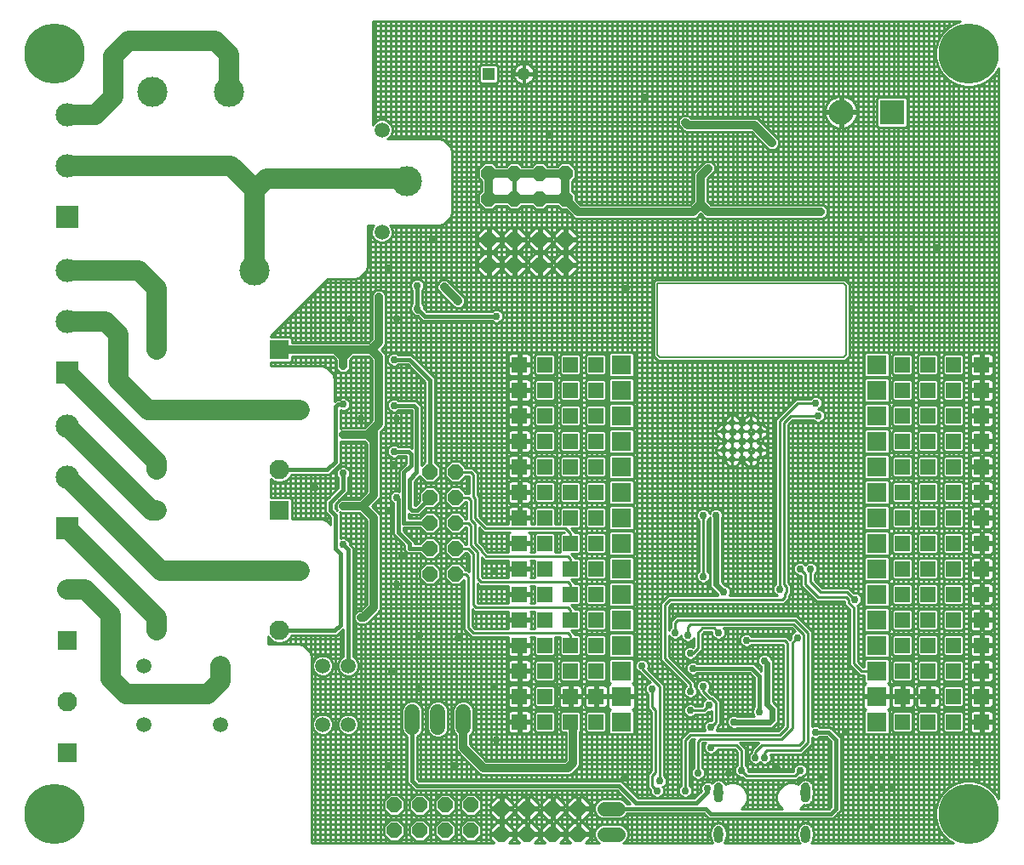
<source format=gbr>
G04 EAGLE Gerber RS-274X export*
G75*
%MOMM*%
%FSLAX34Y34*%
%LPD*%
%INBottom Copper*%
%IPPOS*%
%AMOC8*
5,1,8,0,0,1.08239X$1,22.5*%
G01*
%ADD10R,1.930400X1.930400*%
%ADD11C,3.000000*%
%ADD12C,1.508000*%
%ADD13R,1.950000X1.950000*%
%ADD14C,1.950000*%
%ADD15R,1.308000X1.308000*%
%ADD16C,1.308000*%
%ADD17C,6.000000*%
%ADD18C,1.008000*%
%ADD19P,1.649562X8X292.500000*%
%ADD20R,1.524000X1.524000*%
%ADD21C,1.524000*%
%ADD22P,1.649562X8X22.500000*%
%ADD23R,2.475000X2.475000*%
%ADD24C,2.475000*%
%ADD25R,2.325000X2.325000*%
%ADD26C,2.325000*%
%ADD27C,0.708000*%
%ADD28C,1.108000*%
%ADD29C,1.422400*%
%ADD30C,0.254000*%
%ADD31C,0.756400*%
%ADD32C,0.406400*%
%ADD33C,0.812800*%
%ADD34C,0.609600*%
%ADD35C,2.000000*%
%ADD36C,0.152400*%

G36*
X788477Y212104D02*
X788477Y212104D01*
X788483Y212110D01*
X788488Y212106D01*
X789439Y212439D01*
X789443Y212446D01*
X789449Y212444D01*
X790302Y212980D01*
X790305Y212988D01*
X790311Y212987D01*
X791023Y213699D01*
X791024Y213708D01*
X791030Y213708D01*
X791566Y214561D01*
X791565Y214569D01*
X791571Y214571D01*
X791904Y215522D01*
X791903Y215523D01*
X791904Y215523D01*
X791903Y215525D01*
X791901Y215530D01*
X791906Y215533D01*
X792019Y216535D01*
X792017Y216538D01*
X792019Y216540D01*
X792019Y227540D01*
X792017Y227543D01*
X792019Y227546D01*
X791906Y228547D01*
X791900Y228553D01*
X791904Y228558D01*
X791571Y229509D01*
X791564Y229513D01*
X791566Y229519D01*
X791030Y230372D01*
X791022Y230375D01*
X791023Y230381D01*
X790311Y231093D01*
X790302Y231094D01*
X790302Y231100D01*
X789449Y231636D01*
X789441Y231635D01*
X789439Y231641D01*
X788488Y231974D01*
X788480Y231971D01*
X788477Y231976D01*
X787476Y232089D01*
X787468Y232085D01*
X787465Y232089D01*
X786463Y231976D01*
X786457Y231970D01*
X786452Y231974D01*
X785501Y231641D01*
X785497Y231634D01*
X785491Y231636D01*
X784638Y231100D01*
X784635Y231092D01*
X784629Y231093D01*
X783917Y230381D01*
X783916Y230372D01*
X783910Y230372D01*
X783374Y229519D01*
X783375Y229511D01*
X783369Y229509D01*
X783036Y228558D01*
X783038Y228554D01*
X783035Y228552D01*
X783037Y228549D01*
X783034Y228547D01*
X782921Y227546D01*
X782923Y227542D01*
X782921Y227540D01*
X782921Y216540D01*
X782923Y216537D01*
X782921Y216535D01*
X783034Y215533D01*
X783040Y215527D01*
X783036Y215522D01*
X783369Y214571D01*
X783376Y214567D01*
X783374Y214561D01*
X783910Y213708D01*
X783918Y213705D01*
X783917Y213699D01*
X784629Y212987D01*
X784638Y212986D01*
X784638Y212980D01*
X785491Y212444D01*
X785499Y212445D01*
X785501Y212439D01*
X786452Y212106D01*
X786460Y212109D01*
X786463Y212104D01*
X787465Y211991D01*
X787472Y211995D01*
X787476Y211991D01*
X788477Y212104D01*
G37*
G36*
X701977Y212104D02*
X701977Y212104D01*
X701983Y212110D01*
X701988Y212106D01*
X702939Y212439D01*
X702943Y212446D01*
X702949Y212444D01*
X703802Y212980D01*
X703805Y212988D01*
X703811Y212987D01*
X704523Y213699D01*
X704524Y213708D01*
X704530Y213708D01*
X705066Y214561D01*
X705065Y214569D01*
X705071Y214571D01*
X705404Y215522D01*
X705403Y215523D01*
X705404Y215523D01*
X705403Y215525D01*
X705401Y215530D01*
X705406Y215533D01*
X705519Y216535D01*
X705517Y216538D01*
X705519Y216540D01*
X705519Y227540D01*
X705517Y227543D01*
X705519Y227546D01*
X705406Y228547D01*
X705400Y228553D01*
X705404Y228558D01*
X705071Y229509D01*
X705064Y229513D01*
X705066Y229519D01*
X704530Y230372D01*
X704522Y230375D01*
X704523Y230381D01*
X703811Y231093D01*
X703802Y231094D01*
X703802Y231100D01*
X702949Y231636D01*
X702941Y231635D01*
X702939Y231641D01*
X701988Y231974D01*
X701980Y231971D01*
X701977Y231976D01*
X700976Y232089D01*
X700968Y232085D01*
X700965Y232089D01*
X699963Y231976D01*
X699957Y231970D01*
X699952Y231974D01*
X699001Y231641D01*
X698997Y231634D01*
X698991Y231636D01*
X698138Y231100D01*
X698135Y231092D01*
X698129Y231093D01*
X697417Y230381D01*
X697416Y230372D01*
X697410Y230372D01*
X696874Y229519D01*
X696875Y229511D01*
X696869Y229509D01*
X696536Y228558D01*
X696538Y228554D01*
X696535Y228552D01*
X696537Y228549D01*
X696534Y228547D01*
X696421Y227546D01*
X696423Y227542D01*
X696421Y227540D01*
X696421Y216540D01*
X696423Y216537D01*
X696421Y216535D01*
X696534Y215533D01*
X696540Y215527D01*
X696536Y215522D01*
X696869Y214571D01*
X696876Y214567D01*
X696874Y214561D01*
X697410Y213708D01*
X697418Y213705D01*
X697417Y213699D01*
X698129Y212987D01*
X698138Y212986D01*
X698138Y212980D01*
X698991Y212444D01*
X698999Y212445D01*
X699001Y212439D01*
X699952Y212106D01*
X699960Y212109D01*
X699963Y212104D01*
X700965Y211991D01*
X700972Y211995D01*
X700976Y211991D01*
X701977Y212104D01*
G37*
G36*
X701977Y171904D02*
X701977Y171904D01*
X701983Y171910D01*
X701988Y171906D01*
X702939Y172239D01*
X702943Y172246D01*
X702949Y172244D01*
X703802Y172780D01*
X703805Y172788D01*
X703811Y172787D01*
X704523Y173499D01*
X704524Y173508D01*
X704530Y173508D01*
X705066Y174361D01*
X705065Y174369D01*
X705071Y174371D01*
X705404Y175322D01*
X705403Y175323D01*
X705404Y175323D01*
X705403Y175325D01*
X705401Y175330D01*
X705406Y175333D01*
X705519Y176335D01*
X705517Y176338D01*
X705519Y176340D01*
X705519Y184340D01*
X705517Y184343D01*
X705519Y184346D01*
X705406Y185347D01*
X705400Y185353D01*
X705404Y185358D01*
X705071Y186309D01*
X705064Y186313D01*
X705066Y186319D01*
X704530Y187172D01*
X704522Y187175D01*
X704523Y187181D01*
X703811Y187893D01*
X703802Y187894D01*
X703802Y187900D01*
X702949Y188436D01*
X702941Y188435D01*
X702939Y188441D01*
X701988Y188774D01*
X701980Y188771D01*
X701977Y188776D01*
X700976Y188889D01*
X700968Y188885D01*
X700965Y188889D01*
X699963Y188776D01*
X699957Y188770D01*
X699952Y188774D01*
X699001Y188441D01*
X698997Y188434D01*
X698991Y188436D01*
X698138Y187900D01*
X698135Y187892D01*
X698129Y187893D01*
X697417Y187181D01*
X697416Y187172D01*
X697410Y187172D01*
X696874Y186319D01*
X696875Y186311D01*
X696869Y186309D01*
X696536Y185358D01*
X696539Y185351D01*
X696535Y185348D01*
X696535Y185347D01*
X696534Y185347D01*
X696421Y184346D01*
X696423Y184342D01*
X696421Y184340D01*
X696421Y176340D01*
X696423Y176337D01*
X696421Y176335D01*
X696534Y175333D01*
X696540Y175327D01*
X696536Y175322D01*
X696869Y174371D01*
X696876Y174367D01*
X696874Y174361D01*
X697410Y173508D01*
X697418Y173505D01*
X697417Y173499D01*
X698129Y172787D01*
X698138Y172786D01*
X698138Y172780D01*
X698991Y172244D01*
X698999Y172245D01*
X699001Y172239D01*
X699952Y171906D01*
X699960Y171909D01*
X699963Y171904D01*
X700965Y171791D01*
X700972Y171795D01*
X700976Y171791D01*
X701977Y171904D01*
G37*
G36*
X788477Y171904D02*
X788477Y171904D01*
X788483Y171910D01*
X788488Y171906D01*
X789439Y172239D01*
X789443Y172246D01*
X789449Y172244D01*
X790302Y172780D01*
X790305Y172788D01*
X790311Y172787D01*
X791023Y173499D01*
X791024Y173508D01*
X791030Y173508D01*
X791566Y174361D01*
X791565Y174369D01*
X791571Y174371D01*
X791904Y175322D01*
X791903Y175323D01*
X791904Y175323D01*
X791903Y175325D01*
X791901Y175330D01*
X791906Y175333D01*
X792019Y176335D01*
X792017Y176338D01*
X792019Y176340D01*
X792019Y184340D01*
X792017Y184343D01*
X792019Y184346D01*
X791906Y185347D01*
X791900Y185353D01*
X791904Y185358D01*
X791571Y186309D01*
X791564Y186313D01*
X791566Y186319D01*
X791030Y187172D01*
X791022Y187175D01*
X791023Y187181D01*
X790311Y187893D01*
X790302Y187894D01*
X790302Y187900D01*
X789449Y188436D01*
X789441Y188435D01*
X789439Y188441D01*
X788488Y188774D01*
X788480Y188771D01*
X788477Y188776D01*
X787476Y188889D01*
X787468Y188885D01*
X787465Y188889D01*
X786463Y188776D01*
X786457Y188770D01*
X786452Y188774D01*
X785501Y188441D01*
X785497Y188434D01*
X785491Y188436D01*
X784638Y187900D01*
X784635Y187892D01*
X784629Y187893D01*
X783917Y187181D01*
X783916Y187172D01*
X783910Y187172D01*
X783374Y186319D01*
X783375Y186311D01*
X783369Y186309D01*
X783036Y185358D01*
X783039Y185351D01*
X783035Y185348D01*
X783035Y185347D01*
X783034Y185347D01*
X782921Y184346D01*
X782923Y184342D01*
X782921Y184340D01*
X782921Y176340D01*
X782923Y176337D01*
X782921Y176335D01*
X783034Y175333D01*
X783040Y175327D01*
X783036Y175322D01*
X783369Y174371D01*
X783376Y174367D01*
X783374Y174361D01*
X783910Y173508D01*
X783918Y173505D01*
X783917Y173499D01*
X784629Y172787D01*
X784638Y172786D01*
X784638Y172780D01*
X785491Y172244D01*
X785499Y172245D01*
X785501Y172239D01*
X786452Y171906D01*
X786460Y171909D01*
X786463Y171904D01*
X787465Y171791D01*
X787472Y171795D01*
X787476Y171791D01*
X788477Y171904D01*
G37*
D10*
X858520Y292100D03*
X858520Y317500D03*
X858520Y342900D03*
X858520Y368300D03*
X858520Y393700D03*
X858520Y419100D03*
X858520Y444500D03*
X858520Y469900D03*
X858520Y495300D03*
X858520Y520700D03*
X858520Y546100D03*
X858520Y571500D03*
X858520Y596900D03*
X858520Y622300D03*
X858520Y647700D03*
X604520Y292100D03*
X604520Y317500D03*
X604520Y342900D03*
X604520Y368300D03*
X604520Y393700D03*
X604520Y419100D03*
X604520Y444500D03*
X604520Y469900D03*
X604520Y495300D03*
X604520Y520700D03*
X604520Y546100D03*
X604520Y571500D03*
X604520Y596900D03*
X604520Y622300D03*
X604520Y647700D03*
D11*
X391160Y830480D03*
X239160Y741480D03*
X214160Y919480D03*
X138160Y919480D03*
D12*
X366160Y779480D03*
X366160Y881480D03*
D13*
X264160Y662940D03*
D14*
X142160Y662940D03*
X142160Y542940D03*
X264160Y542940D03*
X284160Y602940D03*
D12*
X129540Y347980D03*
X205740Y347980D03*
X307340Y347980D03*
X332740Y347980D03*
D15*
X472440Y937260D03*
D16*
X507440Y937260D03*
D17*
X40640Y957580D03*
D18*
X40640Y979805D03*
X40640Y935355D03*
X62865Y957580D03*
X18415Y957580D03*
X24765Y973455D03*
X56515Y973455D03*
X56515Y941705D03*
X24765Y941705D03*
D17*
X949960Y957580D03*
D18*
X949960Y979805D03*
X949960Y935355D03*
X972185Y957580D03*
X927735Y957580D03*
X934085Y973455D03*
X965835Y973455D03*
X965835Y941705D03*
X934085Y941705D03*
D17*
X949960Y200660D03*
D18*
X949960Y222885D03*
X949960Y178435D03*
X972185Y200660D03*
X927735Y200660D03*
X934085Y216535D03*
X965835Y216535D03*
X965835Y184785D03*
X934085Y184785D03*
D17*
X40640Y200660D03*
D18*
X40640Y222885D03*
X40640Y178435D03*
X62865Y200660D03*
X18415Y200660D03*
X24765Y216535D03*
X56515Y216535D03*
X56515Y184785D03*
X24765Y184785D03*
D13*
X264160Y502920D03*
D14*
X142160Y502920D03*
X142160Y382920D03*
X264160Y382920D03*
X284160Y442920D03*
D12*
X129540Y289560D03*
X205740Y289560D03*
X307340Y289560D03*
X332740Y289560D03*
D19*
X414020Y541020D03*
X439420Y541020D03*
X414020Y515620D03*
X439420Y515620D03*
X414020Y490220D03*
X439420Y490220D03*
X414020Y464820D03*
X439420Y464820D03*
X414020Y439420D03*
X439420Y439420D03*
D20*
X909320Y292100D03*
X909320Y317500D03*
X909320Y342900D03*
X909320Y368300D03*
X909320Y393700D03*
X909320Y419100D03*
X909320Y444500D03*
X909320Y469900D03*
X909320Y495300D03*
X909320Y520700D03*
X909320Y546100D03*
X909320Y571500D03*
X909320Y596900D03*
X909320Y622300D03*
X909320Y647700D03*
X553720Y292100D03*
X553720Y317500D03*
X553720Y342900D03*
X553720Y368300D03*
X553720Y393700D03*
X553720Y419100D03*
X553720Y444500D03*
X553720Y469900D03*
X553720Y495300D03*
X553720Y520700D03*
X553720Y546100D03*
X553720Y571500D03*
X553720Y596900D03*
X553720Y622300D03*
X553720Y647700D03*
X528320Y647700D03*
X528320Y622300D03*
X528320Y596900D03*
X528320Y571500D03*
X528320Y546100D03*
X528320Y520700D03*
X528320Y495300D03*
X528320Y469900D03*
X528320Y444500D03*
X528320Y419100D03*
X528320Y393700D03*
X528320Y368300D03*
X528320Y342900D03*
X528320Y317500D03*
X528320Y292100D03*
X934720Y292100D03*
X934720Y317500D03*
X934720Y342900D03*
X934720Y368300D03*
X934720Y393700D03*
X934720Y419100D03*
X934720Y444500D03*
X934720Y469900D03*
X934720Y495300D03*
X934720Y520700D03*
X934720Y546100D03*
X934720Y571500D03*
X934720Y596900D03*
X934720Y622300D03*
X934720Y647700D03*
X962660Y647700D03*
X962660Y622300D03*
X962660Y596900D03*
X962660Y571500D03*
X962660Y546100D03*
X962660Y520700D03*
X962660Y495300D03*
X962660Y469900D03*
X962660Y444500D03*
X962660Y419100D03*
X962660Y393700D03*
X962660Y368300D03*
X962660Y342900D03*
X962660Y317500D03*
X962660Y292100D03*
X502920Y647700D03*
X502920Y622300D03*
X502920Y596900D03*
X502920Y571500D03*
X502920Y546100D03*
X502920Y520700D03*
X502920Y495300D03*
X502920Y469900D03*
X502920Y444500D03*
X502920Y419100D03*
X502920Y393700D03*
X502920Y368300D03*
X502920Y342900D03*
X502920Y317500D03*
X502920Y292100D03*
D21*
X447040Y287020D02*
X447040Y302260D01*
X421640Y302260D02*
X421640Y287020D01*
X396240Y287020D02*
X396240Y302260D01*
D22*
X378460Y184150D03*
X378460Y209550D03*
X403860Y184150D03*
X403860Y209550D03*
X429260Y184150D03*
X429260Y209550D03*
X454660Y184150D03*
X454660Y209550D03*
X485140Y180340D03*
X485140Y205740D03*
X510540Y180340D03*
X510540Y205740D03*
X535940Y180340D03*
X535940Y205740D03*
X561340Y180340D03*
X561340Y205740D03*
X472440Y812800D03*
X472440Y838200D03*
X497840Y812800D03*
X497840Y838200D03*
X523240Y812800D03*
X523240Y838200D03*
X548640Y812800D03*
X548640Y838200D03*
D23*
X873760Y899160D03*
D24*
X822960Y899160D03*
D20*
X883920Y292100D03*
X883920Y317500D03*
X883920Y342900D03*
X883920Y368300D03*
X883920Y393700D03*
X883920Y419100D03*
X883920Y444500D03*
X883920Y469900D03*
X883920Y495300D03*
X883920Y520700D03*
X883920Y546100D03*
X883920Y571500D03*
X883920Y596900D03*
X883920Y622300D03*
X883920Y647700D03*
X579120Y292100D03*
X579120Y317500D03*
X579120Y342900D03*
X579120Y368300D03*
X579120Y393700D03*
X579120Y419100D03*
X579120Y444500D03*
X579120Y469900D03*
X579120Y495300D03*
X579120Y520700D03*
X579120Y546100D03*
X579120Y571500D03*
X579120Y596900D03*
X579120Y622300D03*
X579120Y647700D03*
D22*
X472440Y746760D03*
X472440Y772160D03*
X497840Y746760D03*
X497840Y772160D03*
X523240Y746760D03*
X523240Y772160D03*
X548640Y746760D03*
X548640Y772160D03*
D25*
X53340Y795020D03*
D26*
X53340Y845820D03*
X53340Y896620D03*
D25*
X53340Y640080D03*
D26*
X53340Y690880D03*
X53340Y741680D03*
D25*
X53340Y485140D03*
D26*
X53340Y535940D03*
X53340Y586740D03*
D13*
X53340Y373380D03*
D14*
X53340Y424180D03*
D13*
X53340Y261620D03*
D14*
X53340Y312420D03*
D27*
X714885Y590310D03*
X733235Y590310D03*
X705710Y581135D03*
X724060Y581135D03*
X742410Y581135D03*
X714885Y571960D03*
X733235Y571960D03*
X705710Y562785D03*
X724060Y562785D03*
X742410Y562785D03*
X714885Y553610D03*
X733235Y553610D03*
D28*
X700970Y222040D03*
X787470Y222040D03*
X700970Y180340D03*
X787470Y180340D03*
D29*
X601472Y205740D02*
X587248Y205740D01*
X587248Y180340D02*
X601472Y180340D01*
D30*
X732511Y560960D02*
X733235Y560960D01*
X732511Y560960D02*
X731137Y560687D01*
X731410Y562061D01*
X731410Y562785D01*
X724060Y562785D01*
X724060Y562785D01*
X731410Y562785D01*
X731410Y563509D01*
X731137Y564883D01*
X732511Y564610D01*
X733235Y564610D01*
X733235Y571960D01*
X733235Y571960D01*
X733235Y564610D01*
X733959Y564610D01*
X735333Y564883D01*
X735060Y563509D01*
X735060Y562785D01*
X742410Y562785D01*
X742410Y562785D01*
X735060Y562785D01*
X735060Y562061D01*
X735333Y560687D01*
X733959Y560960D01*
X733235Y560960D01*
X733235Y553610D01*
X733235Y553610D01*
X733235Y560960D01*
X724060Y570135D02*
X723336Y570135D01*
X721962Y569862D01*
X722235Y571236D01*
X722235Y571960D01*
X714885Y571960D01*
X714885Y571960D01*
X722235Y571960D01*
X722235Y572684D01*
X721962Y574058D01*
X723336Y573785D01*
X724060Y573785D01*
X724060Y581135D01*
X724060Y581135D01*
X724060Y573785D01*
X724784Y573785D01*
X726158Y574058D01*
X725885Y572684D01*
X725885Y571960D01*
X733235Y571960D01*
X733235Y571960D01*
X725885Y571960D01*
X725885Y571236D01*
X726158Y569862D01*
X724784Y570135D01*
X724060Y570135D01*
X724060Y562785D01*
X724060Y562785D01*
X724060Y570135D01*
X714885Y579310D02*
X714161Y579310D01*
X712787Y579037D01*
X713060Y580411D01*
X713060Y581135D01*
X705710Y581135D01*
X705710Y581135D01*
X713060Y581135D01*
X713060Y581859D01*
X712787Y583233D01*
X714161Y582960D01*
X714885Y582960D01*
X714885Y590310D01*
X714885Y590310D01*
X714885Y582960D01*
X715609Y582960D01*
X716983Y583233D01*
X716710Y581859D01*
X716710Y581135D01*
X724060Y581135D01*
X724060Y581135D01*
X716710Y581135D01*
X716710Y580411D01*
X716983Y579037D01*
X715609Y579310D01*
X714885Y579310D01*
X714885Y571960D01*
X714885Y571960D01*
X714885Y579310D01*
X491628Y402336D02*
X458057Y402336D01*
X491490Y401822D02*
X491628Y402336D01*
X491490Y401822D02*
X491490Y394970D01*
X501650Y394970D01*
X501650Y392430D01*
X491490Y392430D01*
X491490Y385578D01*
X491628Y385064D01*
X458883Y385064D01*
X456184Y387763D01*
X456184Y404209D01*
X458057Y402336D01*
X514350Y392430D02*
X514350Y385578D01*
X514350Y392430D02*
X504190Y392430D01*
X504190Y394970D01*
X514350Y394970D01*
X514350Y401822D01*
X514212Y402336D01*
X517906Y402336D01*
X517906Y385064D01*
X514212Y385064D01*
X514350Y385578D01*
X492205Y481076D02*
X467201Y481076D01*
X492205Y481076D02*
X492459Y480822D01*
X493399Y480822D01*
X492961Y480569D01*
X492251Y479859D01*
X491750Y478991D01*
X491490Y478022D01*
X491490Y471170D01*
X501650Y471170D01*
X501650Y468630D01*
X491490Y468630D01*
X491490Y461778D01*
X491628Y461264D01*
X471583Y461264D01*
X469392Y463455D01*
X469392Y464790D01*
X462788Y471394D01*
X462788Y485489D01*
X467201Y481076D01*
X514350Y468630D02*
X514350Y461778D01*
X514350Y468630D02*
X504190Y468630D01*
X504190Y471170D01*
X514350Y471170D01*
X514350Y478022D01*
X514090Y478991D01*
X513589Y479859D01*
X512879Y480569D01*
X512441Y480822D01*
X547211Y480822D01*
X547719Y480314D01*
X544943Y480314D01*
X543306Y478677D01*
X543306Y461264D01*
X538734Y461264D01*
X538734Y478677D01*
X537097Y480314D01*
X519543Y480314D01*
X517906Y478677D01*
X517906Y461264D01*
X514212Y461264D01*
X514350Y461778D01*
X514350Y443230D02*
X514350Y436378D01*
X514350Y443230D02*
X504190Y443230D01*
X504190Y445770D01*
X514350Y445770D01*
X514350Y452622D01*
X514212Y453136D01*
X517906Y453136D01*
X517906Y435864D01*
X514212Y435864D01*
X514350Y436378D01*
X465836Y455517D02*
X465328Y456025D01*
X465836Y455517D02*
X468217Y453136D01*
X491628Y453136D01*
X491490Y452622D01*
X491490Y445770D01*
X501650Y445770D01*
X501650Y443230D01*
X491490Y443230D01*
X491490Y436378D01*
X491628Y435864D01*
X466503Y435864D01*
X465328Y437039D01*
X465328Y456025D01*
X514350Y417830D02*
X514350Y410978D01*
X514350Y417830D02*
X504190Y417830D01*
X504190Y420370D01*
X514350Y420370D01*
X514350Y427222D01*
X514212Y427736D01*
X517906Y427736D01*
X517906Y410464D01*
X514212Y410464D01*
X514350Y410978D01*
X461264Y410623D02*
X461264Y429609D01*
X463137Y427736D01*
X491628Y427736D01*
X491490Y427222D01*
X491490Y420370D01*
X501650Y420370D01*
X501650Y417830D01*
X491490Y417830D01*
X491490Y410978D01*
X491628Y410464D01*
X461423Y410464D01*
X461264Y410623D01*
X732511Y579310D02*
X733235Y579310D01*
X732511Y579310D02*
X731137Y579037D01*
X731410Y580411D01*
X731410Y581135D01*
X724060Y581135D01*
X724060Y581135D01*
X731410Y581135D01*
X731410Y581859D01*
X731137Y583233D01*
X732511Y582960D01*
X733235Y582960D01*
X733235Y590310D01*
X733235Y590310D01*
X733235Y582960D01*
X733959Y582960D01*
X735333Y583233D01*
X735060Y581859D01*
X735060Y581135D01*
X742410Y581135D01*
X742410Y581135D01*
X735060Y581135D01*
X735060Y580411D01*
X735333Y579037D01*
X733959Y579310D01*
X733235Y579310D01*
X733235Y571960D01*
X733235Y571960D01*
X733235Y579310D01*
X714885Y560960D02*
X714161Y560960D01*
X712787Y560687D01*
X713060Y562061D01*
X713060Y562785D01*
X705710Y562785D01*
X705710Y562785D01*
X713060Y562785D01*
X713060Y563509D01*
X712787Y564883D01*
X714161Y564610D01*
X714885Y564610D01*
X714885Y571960D01*
X714885Y571960D01*
X714885Y564610D01*
X715609Y564610D01*
X716983Y564883D01*
X716710Y563509D01*
X716710Y562785D01*
X724060Y562785D01*
X724060Y562785D01*
X716710Y562785D01*
X716710Y562061D01*
X716983Y560687D01*
X715609Y560960D01*
X714885Y560960D01*
X714885Y553610D01*
X714885Y553610D01*
X714885Y560960D01*
X326352Y601804D02*
X324866Y602420D01*
X326352Y601804D02*
X328968Y601804D01*
X331385Y602805D01*
X333235Y604655D01*
X334236Y607072D01*
X334236Y609688D01*
X333235Y612105D01*
X331385Y613955D01*
X328968Y614956D01*
X326352Y614956D01*
X323935Y613955D01*
X323186Y613206D01*
X320581Y613206D01*
X318770Y611395D01*
X318770Y634734D01*
X317030Y638935D01*
X313815Y642150D01*
X311275Y644690D01*
X307074Y646430D01*
X255270Y646430D01*
X255270Y650396D01*
X275067Y650396D01*
X276704Y652033D01*
X276704Y656082D01*
X317199Y656082D01*
X320802Y652479D01*
X320802Y645016D01*
X321846Y642495D01*
X323775Y640566D01*
X326296Y639522D01*
X329024Y639522D01*
X331545Y640566D01*
X333474Y642495D01*
X334518Y645016D01*
X334518Y652479D01*
X338121Y656082D01*
X352759Y656082D01*
X356362Y652479D01*
X356362Y592121D01*
X354255Y590014D01*
X354255Y590014D01*
X348899Y584658D01*
X326296Y584658D01*
X324866Y584066D01*
X324866Y602420D01*
X311275Y492290D02*
X313815Y489750D01*
X311275Y492290D02*
X307074Y494030D01*
X276704Y494030D01*
X276704Y513827D01*
X275067Y515464D01*
X255270Y515464D01*
X255270Y534090D01*
X257054Y532306D01*
X261665Y530396D01*
X266655Y530396D01*
X271266Y532306D01*
X274794Y535834D01*
X275739Y538114D01*
X313799Y538114D01*
X324866Y549181D01*
X324866Y571534D01*
X326296Y570942D01*
X348999Y570942D01*
X351282Y568659D01*
X351282Y521001D01*
X343819Y513538D01*
X326296Y513538D01*
X323775Y512494D01*
X321846Y510565D01*
X320802Y508044D01*
X320802Y505316D01*
X321801Y502904D01*
X319786Y504919D01*
X319786Y508541D01*
X332486Y521241D01*
X332486Y535326D01*
X333235Y536075D01*
X334236Y538492D01*
X334236Y541108D01*
X333235Y543525D01*
X331385Y545375D01*
X328968Y546376D01*
X326352Y546376D01*
X323935Y545375D01*
X322085Y543525D01*
X321084Y541108D01*
X321084Y538492D01*
X322085Y536075D01*
X322834Y535326D01*
X322834Y525239D01*
X312961Y515366D01*
X310134Y512539D01*
X310134Y500921D01*
X315214Y495841D01*
X315214Y488350D01*
X313815Y489750D01*
X344076Y389382D02*
X349344Y389382D01*
X351865Y390426D01*
X363954Y402515D01*
X364998Y405036D01*
X364998Y496564D01*
X363954Y499085D01*
X362025Y501014D01*
X356359Y506680D01*
X363954Y514275D01*
X364998Y516796D01*
X364998Y581359D01*
X367105Y583466D01*
X367105Y583466D01*
X369034Y585395D01*
X370078Y587916D01*
X370078Y656684D01*
X369034Y659205D01*
X367105Y661134D01*
X367105Y661134D01*
X365299Y662940D01*
X367105Y664746D01*
X367105Y664746D01*
X369034Y666675D01*
X370078Y669196D01*
X370078Y716324D01*
X369034Y718845D01*
X367105Y720774D01*
X364584Y721818D01*
X361856Y721818D01*
X359335Y720774D01*
X357406Y718845D01*
X356362Y716324D01*
X356362Y673401D01*
X352759Y669798D01*
X276704Y669798D01*
X276704Y673847D01*
X275067Y675484D01*
X255270Y675484D01*
X255270Y675986D01*
X312074Y732790D01*
X340094Y732790D01*
X344295Y734530D01*
X347510Y737745D01*
X350050Y740285D01*
X351790Y744486D01*
X351790Y786130D01*
X358196Y786130D01*
X357399Y785334D01*
X355826Y781536D01*
X355826Y777424D01*
X357399Y773626D01*
X360306Y770719D01*
X364104Y769146D01*
X368216Y769146D01*
X372014Y770719D01*
X374921Y773626D01*
X376494Y777424D01*
X376494Y781536D01*
X374921Y785334D01*
X374124Y786130D01*
X423914Y786130D01*
X428115Y787870D01*
X431330Y791085D01*
X433870Y793625D01*
X435610Y797826D01*
X435610Y860794D01*
X433870Y864995D01*
X430655Y868210D01*
X428115Y870750D01*
X423914Y872490D01*
X371460Y872490D01*
X372014Y872719D01*
X374921Y875626D01*
X376494Y879424D01*
X376494Y883536D01*
X374921Y887334D01*
X372014Y890241D01*
X368216Y891814D01*
X364104Y891814D01*
X360306Y890241D01*
X357399Y887334D01*
X356870Y886056D01*
X356870Y989330D01*
X941747Y989330D01*
X937302Y988139D01*
X929824Y983822D01*
X923718Y977716D01*
X919401Y970238D01*
X917166Y961897D01*
X917166Y953263D01*
X919401Y944922D01*
X923718Y937444D01*
X929824Y931338D01*
X937302Y927021D01*
X945643Y924786D01*
X954277Y924786D01*
X962618Y927021D01*
X970096Y931338D01*
X976202Y937444D01*
X979170Y942585D01*
X979170Y215655D01*
X976202Y220796D01*
X970096Y226902D01*
X962618Y231219D01*
X954277Y233454D01*
X945643Y233454D01*
X937302Y231219D01*
X929824Y226902D01*
X923718Y220796D01*
X919401Y213318D01*
X917166Y204977D01*
X917166Y196343D01*
X919401Y188002D01*
X923718Y180524D01*
X929824Y174418D01*
X934965Y171450D01*
X793037Y171450D01*
X793226Y171750D01*
X793805Y172329D01*
X793820Y172336D01*
X793824Y172348D01*
X793832Y172356D01*
X793832Y172372D01*
X794103Y173146D01*
X794539Y173840D01*
X794551Y173850D01*
X794553Y173862D01*
X794559Y173872D01*
X794556Y173887D01*
X794647Y174702D01*
X794805Y175153D01*
X794814Y175162D01*
X794814Y175178D01*
X794931Y175511D01*
X794814Y175753D01*
X794814Y176180D01*
X794831Y176334D01*
X795804Y178682D01*
X795804Y181998D01*
X794831Y184346D01*
X794814Y184500D01*
X794814Y184927D01*
X794931Y185169D01*
X794814Y185502D01*
X794814Y185518D01*
X794805Y185527D01*
X794647Y185978D01*
X794556Y186793D01*
X794559Y186808D01*
X794553Y186818D01*
X794551Y186830D01*
X794539Y186840D01*
X794103Y187534D01*
X793832Y188308D01*
X793832Y188324D01*
X793824Y188332D01*
X793820Y188344D01*
X793805Y188351D01*
X793226Y188930D01*
X792790Y189624D01*
X792786Y189640D01*
X792776Y189646D01*
X792770Y189656D01*
X792754Y189660D01*
X792060Y190096D01*
X791481Y190675D01*
X791474Y190690D01*
X791462Y190694D01*
X791454Y190702D01*
X791438Y190702D01*
X790664Y190973D01*
X789970Y191409D01*
X789960Y191421D01*
X789948Y191423D01*
X789938Y191429D01*
X789923Y191426D01*
X789108Y191517D01*
X788335Y191788D01*
X788322Y191798D01*
X788310Y191797D01*
X788299Y191801D01*
X788284Y191794D01*
X787470Y191702D01*
X786656Y191794D01*
X786641Y191801D01*
X786630Y191797D01*
X786618Y191798D01*
X786605Y191788D01*
X785832Y191517D01*
X785017Y191426D01*
X785002Y191429D01*
X784992Y191423D01*
X784980Y191421D01*
X784970Y191409D01*
X784276Y190973D01*
X783502Y190702D01*
X783486Y190702D01*
X783478Y190694D01*
X783466Y190690D01*
X783459Y190675D01*
X782880Y190096D01*
X782186Y189660D01*
X782170Y189656D01*
X782164Y189646D01*
X782154Y189640D01*
X782150Y189624D01*
X781714Y188930D01*
X781135Y188351D01*
X781120Y188344D01*
X781116Y188332D01*
X781108Y188324D01*
X781108Y188308D01*
X780837Y187534D01*
X780401Y186840D01*
X780389Y186830D01*
X780387Y186818D01*
X780381Y186808D01*
X780384Y186793D01*
X780293Y185978D01*
X780135Y185527D01*
X780126Y185518D01*
X780126Y185502D01*
X780009Y185169D01*
X780126Y184927D01*
X780126Y184500D01*
X780109Y184346D01*
X779136Y181998D01*
X779136Y178682D01*
X780109Y176334D01*
X780126Y176180D01*
X780126Y175753D01*
X780009Y175511D01*
X780126Y175178D01*
X780126Y175162D01*
X780135Y175153D01*
X780293Y174702D01*
X780384Y173887D01*
X780381Y173872D01*
X780387Y173862D01*
X780389Y173850D01*
X780401Y173840D01*
X780837Y173146D01*
X781108Y172372D01*
X781108Y172356D01*
X781116Y172348D01*
X781120Y172336D01*
X781135Y172329D01*
X781714Y171750D01*
X781903Y171450D01*
X706537Y171450D01*
X706726Y171750D01*
X707305Y172329D01*
X707320Y172336D01*
X707324Y172348D01*
X707332Y172356D01*
X707332Y172372D01*
X707603Y173146D01*
X708039Y173840D01*
X708051Y173850D01*
X708053Y173862D01*
X708059Y173872D01*
X708056Y173887D01*
X708147Y174702D01*
X708305Y175153D01*
X708314Y175162D01*
X708314Y175178D01*
X708431Y175511D01*
X708314Y175753D01*
X708314Y176180D01*
X708331Y176334D01*
X709304Y178682D01*
X709304Y181998D01*
X708331Y184346D01*
X708314Y184500D01*
X708314Y184927D01*
X708431Y185169D01*
X708314Y185502D01*
X708314Y185518D01*
X708305Y185527D01*
X708147Y185978D01*
X708056Y186793D01*
X708059Y186808D01*
X708053Y186818D01*
X708051Y186830D01*
X708039Y186840D01*
X707603Y187534D01*
X707332Y188308D01*
X707332Y188324D01*
X707324Y188332D01*
X707320Y188344D01*
X707305Y188351D01*
X706726Y188930D01*
X706290Y189624D01*
X706286Y189640D01*
X706276Y189646D01*
X706270Y189656D01*
X706254Y189660D01*
X705560Y190096D01*
X704981Y190675D01*
X704974Y190690D01*
X704962Y190694D01*
X704954Y190702D01*
X704938Y190702D01*
X704164Y190973D01*
X703470Y191409D01*
X703460Y191421D01*
X703448Y191423D01*
X703438Y191429D01*
X703423Y191426D01*
X702608Y191517D01*
X701835Y191788D01*
X701822Y191798D01*
X701810Y191797D01*
X701799Y191801D01*
X701784Y191794D01*
X700970Y191702D01*
X700156Y191794D01*
X700141Y191801D01*
X700130Y191797D01*
X700118Y191798D01*
X700105Y191788D01*
X699332Y191517D01*
X698517Y191426D01*
X698502Y191429D01*
X698492Y191423D01*
X698480Y191421D01*
X698470Y191409D01*
X697776Y190973D01*
X697002Y190702D01*
X696986Y190702D01*
X696978Y190694D01*
X696966Y190690D01*
X696959Y190675D01*
X696380Y190096D01*
X695686Y189660D01*
X695670Y189656D01*
X695664Y189646D01*
X695654Y189640D01*
X695650Y189624D01*
X695214Y188930D01*
X694635Y188351D01*
X694620Y188344D01*
X694616Y188332D01*
X694608Y188324D01*
X694608Y188308D01*
X694337Y187534D01*
X693901Y186840D01*
X693889Y186830D01*
X693887Y186818D01*
X693881Y186808D01*
X693884Y186793D01*
X693793Y185978D01*
X693635Y185527D01*
X693626Y185518D01*
X693626Y185502D01*
X693509Y185169D01*
X693626Y184927D01*
X693626Y184500D01*
X693609Y184346D01*
X692636Y181998D01*
X692636Y178682D01*
X693609Y176334D01*
X693626Y176180D01*
X693626Y175753D01*
X693509Y175511D01*
X693626Y175178D01*
X693626Y175162D01*
X693635Y175153D01*
X693793Y174702D01*
X693884Y173887D01*
X693881Y173872D01*
X693887Y173862D01*
X693889Y173850D01*
X693901Y173840D01*
X694337Y173146D01*
X694608Y172372D01*
X694608Y172356D01*
X694616Y172348D01*
X694620Y172336D01*
X694635Y172329D01*
X695214Y171750D01*
X695403Y171450D01*
X605895Y171450D01*
X607083Y171942D01*
X609870Y174729D01*
X611378Y178370D01*
X611378Y182310D01*
X609870Y185951D01*
X607083Y188738D01*
X603442Y190246D01*
X585278Y190246D01*
X581637Y188738D01*
X578850Y185951D01*
X577342Y182310D01*
X577342Y178370D01*
X578850Y174729D01*
X581637Y171942D01*
X582825Y171450D01*
X568614Y171450D01*
X572770Y175606D01*
X572770Y179070D01*
X562610Y179070D01*
X562610Y181610D01*
X572770Y181610D01*
X572770Y185074D01*
X566074Y191770D01*
X562610Y191770D01*
X562610Y181610D01*
X560070Y181610D01*
X560070Y191770D01*
X556606Y191770D01*
X549910Y185074D01*
X549910Y181610D01*
X560070Y181610D01*
X560070Y179070D01*
X549910Y179070D01*
X549910Y175606D01*
X554066Y171450D01*
X543214Y171450D01*
X547370Y175606D01*
X547370Y179070D01*
X537210Y179070D01*
X537210Y181610D01*
X547370Y181610D01*
X547370Y185074D01*
X540674Y191770D01*
X537210Y191770D01*
X537210Y181610D01*
X534670Y181610D01*
X534670Y191770D01*
X531206Y191770D01*
X524510Y185074D01*
X524510Y181610D01*
X534670Y181610D01*
X534670Y179070D01*
X524510Y179070D01*
X524510Y175606D01*
X528666Y171450D01*
X517814Y171450D01*
X521970Y175606D01*
X521970Y179070D01*
X511810Y179070D01*
X511810Y181610D01*
X521970Y181610D01*
X521970Y185074D01*
X515274Y191770D01*
X511810Y191770D01*
X511810Y181610D01*
X509270Y181610D01*
X509270Y191770D01*
X505806Y191770D01*
X499110Y185074D01*
X499110Y181610D01*
X509270Y181610D01*
X509270Y179070D01*
X499110Y179070D01*
X499110Y175606D01*
X503266Y171450D01*
X492414Y171450D01*
X496570Y175606D01*
X496570Y179070D01*
X486410Y179070D01*
X486410Y181610D01*
X496570Y181610D01*
X496570Y185074D01*
X489874Y191770D01*
X486410Y191770D01*
X486410Y181610D01*
X483870Y181610D01*
X483870Y191770D01*
X480406Y191770D01*
X473710Y185074D01*
X473710Y181610D01*
X483870Y181610D01*
X483870Y179070D01*
X473710Y179070D01*
X473710Y175606D01*
X477866Y171450D01*
X295910Y171450D01*
X295910Y357874D01*
X294170Y362075D01*
X290955Y365290D01*
X288415Y367830D01*
X284214Y369570D01*
X252730Y369570D01*
X252730Y377736D01*
X253526Y375814D01*
X257054Y372286D01*
X261665Y370376D01*
X266655Y370376D01*
X271266Y372286D01*
X274794Y375814D01*
X275739Y378094D01*
X321419Y378094D01*
X324246Y380921D01*
X327914Y384589D01*
X327914Y357166D01*
X326886Y356741D01*
X323979Y353834D01*
X322406Y350036D01*
X322406Y345924D01*
X323979Y342126D01*
X326886Y339219D01*
X330684Y337646D01*
X334796Y337646D01*
X338594Y339219D01*
X341501Y342126D01*
X343074Y345924D01*
X343074Y350036D01*
X341501Y353834D01*
X338594Y356741D01*
X337566Y357166D01*
X337566Y465599D01*
X334739Y468426D01*
X334236Y468929D01*
X334236Y469988D01*
X333235Y472405D01*
X331385Y474255D01*
X328968Y475256D01*
X326352Y475256D01*
X324866Y474640D01*
X324866Y499839D01*
X323884Y500821D01*
X326296Y499822D01*
X343819Y499822D01*
X351282Y492359D01*
X351282Y409241D01*
X345139Y403098D01*
X344076Y403098D01*
X341555Y402054D01*
X339626Y400125D01*
X338582Y397604D01*
X338582Y394876D01*
X339626Y392355D01*
X341555Y390426D01*
X344076Y389382D01*
X714972Y298676D02*
X717588Y298676D01*
X714972Y298676D02*
X712555Y297675D01*
X710705Y295825D01*
X709704Y293408D01*
X709704Y290792D01*
X710705Y288375D01*
X712555Y286525D01*
X714972Y285524D01*
X717588Y285524D01*
X719360Y286258D01*
X754260Y286258D01*
X757682Y289680D01*
X760222Y292220D01*
X760222Y307220D01*
X756800Y310642D01*
X755142Y312300D01*
X755142Y352940D01*
X753069Y355013D01*
X752335Y356785D01*
X750485Y358635D01*
X748068Y359636D01*
X745452Y359636D01*
X743035Y358635D01*
X741185Y356785D01*
X740184Y354368D01*
X740184Y351752D01*
X741185Y349335D01*
X743035Y347485D01*
X743458Y347310D01*
X743458Y342867D01*
X738886Y347439D01*
X736059Y350266D01*
X680114Y350266D01*
X679365Y351015D01*
X676948Y352016D01*
X674332Y352016D01*
X671915Y351015D01*
X670065Y349165D01*
X669064Y346748D01*
X669064Y344132D01*
X670065Y341715D01*
X671915Y339865D01*
X674332Y338864D01*
X676948Y338864D01*
X679365Y339865D01*
X680114Y340614D01*
X732061Y340614D01*
X736854Y335821D01*
X736854Y306734D01*
X736105Y305985D01*
X735104Y303568D01*
X735104Y300952D01*
X736105Y298535D01*
X736698Y297942D01*
X719360Y297942D01*
X717588Y298676D01*
X388874Y462821D02*
X388874Y466819D01*
X388874Y462821D02*
X391701Y459994D01*
X404118Y459994D01*
X409706Y454406D01*
X418334Y454406D01*
X424434Y460506D01*
X424434Y469134D01*
X418334Y475234D01*
X409706Y475234D01*
X404118Y469646D01*
X398526Y469646D01*
X398526Y471616D01*
X387350Y482792D01*
X387350Y485394D01*
X404118Y485394D01*
X409706Y479806D01*
X418334Y479806D01*
X424434Y485906D01*
X424434Y494534D01*
X418334Y500634D01*
X409706Y500634D01*
X404118Y495046D01*
X392938Y495046D01*
X392938Y499397D01*
X394241Y498094D01*
X403319Y498094D01*
X406146Y500921D01*
X406146Y500921D01*
X410431Y505206D01*
X418334Y505206D01*
X424434Y511306D01*
X424434Y519934D01*
X418334Y526034D01*
X409706Y526034D01*
X403606Y519934D01*
X403606Y512031D01*
X399321Y507746D01*
X398526Y507746D01*
X398526Y531401D01*
X403719Y536594D01*
X409706Y530606D01*
X418334Y530606D01*
X424434Y536706D01*
X424434Y545334D01*
X418846Y550922D01*
X418846Y634459D01*
X395699Y657606D01*
X382934Y657606D01*
X382185Y658355D01*
X379768Y659356D01*
X377152Y659356D01*
X374735Y658355D01*
X372885Y656505D01*
X371884Y654088D01*
X371884Y651472D01*
X372885Y649055D01*
X374735Y647205D01*
X377152Y646204D01*
X379768Y646204D01*
X382185Y647205D01*
X382934Y647954D01*
X391701Y647954D01*
X409194Y630461D01*
X409194Y550922D01*
X405638Y547366D01*
X405638Y606519D01*
X400271Y611886D01*
X382934Y611886D01*
X382185Y612635D01*
X379768Y613636D01*
X377152Y613636D01*
X374735Y612635D01*
X372885Y610785D01*
X371884Y608368D01*
X371884Y605752D01*
X372885Y603335D01*
X374735Y601485D01*
X377152Y600484D01*
X379768Y600484D01*
X382185Y601485D01*
X382934Y602234D01*
X395986Y602234D01*
X395986Y564863D01*
X394683Y566166D01*
X382934Y566166D01*
X382185Y566915D01*
X379768Y567916D01*
X377152Y567916D01*
X374735Y566915D01*
X372885Y565065D01*
X371884Y562648D01*
X371884Y560032D01*
X372885Y557615D01*
X374735Y555765D01*
X377152Y554764D01*
X379768Y554764D01*
X382185Y555765D01*
X382934Y556514D01*
X390398Y556514D01*
X390398Y549623D01*
X386113Y545338D01*
X383286Y542511D01*
X383286Y521697D01*
X382082Y522196D01*
X379466Y522196D01*
X377049Y521195D01*
X375199Y519345D01*
X374198Y516928D01*
X374198Y514312D01*
X375199Y511895D01*
X377049Y510045D01*
X377698Y509776D01*
X377698Y478794D01*
X388874Y467618D01*
X388874Y466819D01*
X792770Y211224D02*
X792776Y211234D01*
X792786Y211240D01*
X792790Y211256D01*
X793226Y211950D01*
X793805Y212529D01*
X793820Y212536D01*
X793824Y212548D01*
X793832Y212556D01*
X793832Y212572D01*
X794103Y213346D01*
X794539Y214040D01*
X794551Y214050D01*
X794553Y214062D01*
X794559Y214072D01*
X794556Y214087D01*
X794647Y214902D01*
X794805Y215353D01*
X794814Y215362D01*
X794814Y215378D01*
X794931Y215711D01*
X794814Y215953D01*
X794814Y216380D01*
X794928Y217392D01*
X794814Y217535D01*
X794814Y217992D01*
X795804Y220382D01*
X795804Y223698D01*
X794814Y226088D01*
X794814Y226545D01*
X794928Y226688D01*
X794814Y227700D01*
X794814Y228127D01*
X794931Y228369D01*
X794814Y228702D01*
X794814Y228718D01*
X794805Y228727D01*
X794647Y229178D01*
X794556Y229993D01*
X794559Y230008D01*
X794553Y230018D01*
X794551Y230030D01*
X794539Y230040D01*
X794103Y230734D01*
X793832Y231508D01*
X793832Y231524D01*
X793824Y231532D01*
X793820Y231544D01*
X793805Y231551D01*
X793226Y232130D01*
X792790Y232824D01*
X792786Y232840D01*
X792776Y232846D01*
X792770Y232856D01*
X792754Y232860D01*
X792060Y233296D01*
X791481Y233875D01*
X791474Y233890D01*
X791462Y233894D01*
X791454Y233902D01*
X791438Y233902D01*
X790664Y234173D01*
X789970Y234609D01*
X789960Y234621D01*
X789948Y234623D01*
X789938Y234629D01*
X789923Y234626D01*
X789108Y234717D01*
X788335Y234988D01*
X788322Y234998D01*
X788310Y234997D01*
X788299Y235001D01*
X788284Y234994D01*
X787470Y234902D01*
X786656Y234994D01*
X786641Y235001D01*
X786630Y234997D01*
X786618Y234998D01*
X786605Y234988D01*
X785832Y234717D01*
X785017Y234626D01*
X785002Y234629D01*
X784992Y234623D01*
X784980Y234621D01*
X784970Y234609D01*
X784276Y234173D01*
X783502Y233902D01*
X783486Y233902D01*
X783478Y233894D01*
X783466Y233890D01*
X783459Y233875D01*
X782880Y233296D01*
X782186Y232860D01*
X782170Y232856D01*
X782164Y232846D01*
X782154Y232840D01*
X782150Y232824D01*
X781714Y232130D01*
X781135Y231551D01*
X781120Y231544D01*
X781116Y231532D01*
X781108Y231524D01*
X781108Y231508D01*
X780837Y230734D01*
X780401Y230040D01*
X780389Y230030D01*
X780387Y230018D01*
X780381Y230008D01*
X780384Y229993D01*
X780358Y229761D01*
X775990Y231570D01*
X770250Y231570D01*
X764946Y229373D01*
X760887Y225314D01*
X758690Y220010D01*
X758690Y214270D01*
X760887Y208966D01*
X764367Y205486D01*
X724073Y205486D01*
X727553Y208966D01*
X729750Y214270D01*
X729750Y220010D01*
X727553Y225314D01*
X723494Y229373D01*
X718190Y231570D01*
X712450Y231570D01*
X708082Y229761D01*
X708056Y229993D01*
X708059Y230008D01*
X708053Y230018D01*
X708051Y230030D01*
X708039Y230040D01*
X707603Y230734D01*
X707332Y231508D01*
X707332Y231524D01*
X707324Y231532D01*
X707320Y231544D01*
X707305Y231551D01*
X706726Y232130D01*
X706290Y232824D01*
X706286Y232840D01*
X706276Y232846D01*
X706270Y232856D01*
X706254Y232860D01*
X705560Y233296D01*
X704981Y233875D01*
X704974Y233890D01*
X704962Y233894D01*
X704954Y233902D01*
X704938Y233902D01*
X704164Y234173D01*
X703470Y234609D01*
X703460Y234621D01*
X703448Y234623D01*
X703438Y234629D01*
X703423Y234626D01*
X702608Y234717D01*
X701835Y234988D01*
X701822Y234998D01*
X701810Y234997D01*
X701799Y235001D01*
X701784Y234994D01*
X700970Y234902D01*
X700156Y234994D01*
X700141Y235001D01*
X700130Y234997D01*
X700118Y234998D01*
X700105Y234988D01*
X699332Y234717D01*
X698517Y234626D01*
X698502Y234629D01*
X698492Y234623D01*
X698480Y234621D01*
X698470Y234609D01*
X697776Y234173D01*
X697002Y233902D01*
X696986Y233902D01*
X696978Y233894D01*
X696966Y233890D01*
X696959Y233875D01*
X696380Y233296D01*
X695686Y232860D01*
X695670Y232856D01*
X695664Y232846D01*
X695654Y232840D01*
X695650Y232824D01*
X695214Y232130D01*
X694635Y231551D01*
X694620Y231544D01*
X694616Y231532D01*
X694608Y231524D01*
X694608Y231508D01*
X694444Y231040D01*
X693849Y231635D01*
X691432Y232636D01*
X688816Y232636D01*
X686399Y231635D01*
X684549Y229785D01*
X683548Y227368D01*
X683548Y224752D01*
X684057Y223522D01*
X676689Y216154D01*
X621251Y216154D01*
X606806Y230599D01*
X603979Y233426D01*
X403319Y233426D01*
X401066Y235679D01*
X401066Y277747D01*
X402139Y278191D01*
X405069Y281121D01*
X406654Y284949D01*
X406654Y304331D01*
X405069Y308159D01*
X402139Y311089D01*
X398311Y312674D01*
X394169Y312674D01*
X390341Y311089D01*
X387411Y308159D01*
X385826Y304331D01*
X385826Y284949D01*
X387411Y281121D01*
X390341Y278191D01*
X391414Y277747D01*
X391414Y231681D01*
X394241Y228854D01*
X396494Y226601D01*
X399321Y223774D01*
X599981Y223774D01*
X613189Y210566D01*
X610195Y210566D01*
X609870Y211351D01*
X607083Y214138D01*
X603442Y215646D01*
X585278Y215646D01*
X581637Y214138D01*
X578850Y211351D01*
X577342Y207710D01*
X577342Y203770D01*
X578850Y200129D01*
X581637Y197342D01*
X585278Y195834D01*
X603442Y195834D01*
X607083Y197342D01*
X609870Y200129D01*
X610195Y200914D01*
X686341Y200914D01*
X688594Y198661D01*
X688594Y198661D01*
X691421Y195834D01*
X814799Y195834D01*
X817626Y198661D01*
X817626Y198661D01*
X819879Y200914D01*
X822706Y203741D01*
X822706Y276319D01*
X812259Y286766D01*
X802034Y286766D01*
X801285Y287515D01*
X798868Y288516D01*
X796252Y288516D01*
X794004Y287585D01*
X794004Y382683D01*
X781304Y395383D01*
X781304Y395383D01*
X778923Y397764D01*
X658717Y397764D01*
X656336Y395383D01*
X653796Y392843D01*
X653796Y386236D01*
X652285Y384725D01*
X651764Y383467D01*
X651764Y407257D01*
X654463Y409956D01*
X766223Y409956D01*
X768604Y412337D01*
X771144Y414877D01*
X771144Y418277D01*
X772640Y419773D01*
X772640Y428587D01*
X770259Y430968D01*
X770259Y430968D01*
X770128Y431099D01*
X770128Y588453D01*
X774511Y592836D01*
X794864Y592836D01*
X796375Y591325D01*
X798792Y590324D01*
X801408Y590324D01*
X803825Y591325D01*
X805675Y593175D01*
X806676Y595592D01*
X806676Y598208D01*
X805675Y600625D01*
X803825Y602475D01*
X801408Y603476D01*
X799959Y603476D01*
X801285Y604025D01*
X803135Y605875D01*
X804136Y608292D01*
X804136Y610908D01*
X803135Y613325D01*
X801285Y615175D01*
X798868Y616176D01*
X796252Y616176D01*
X793835Y615175D01*
X792324Y613664D01*
X778097Y613664D01*
X757936Y593503D01*
X757936Y429416D01*
X756425Y427905D01*
X755424Y425488D01*
X755424Y422872D01*
X756425Y420455D01*
X758275Y418605D01*
X759533Y418084D01*
X711765Y418084D01*
X712696Y420332D01*
X712696Y422948D01*
X711695Y425365D01*
X709845Y427215D01*
X708073Y427949D01*
X704342Y431680D01*
X704342Y494760D01*
X705076Y496532D01*
X705076Y499148D01*
X704075Y501565D01*
X702225Y503415D01*
X699808Y504416D01*
X697192Y504416D01*
X694775Y503415D01*
X692925Y501565D01*
X692150Y499694D01*
X691375Y501565D01*
X689525Y503415D01*
X687108Y504416D01*
X684492Y504416D01*
X682075Y503415D01*
X680225Y501565D01*
X679224Y499148D01*
X679224Y496532D01*
X680225Y494115D01*
X681736Y492604D01*
X681736Y442116D01*
X680225Y440605D01*
X679224Y438188D01*
X679224Y435572D01*
X680225Y433155D01*
X682075Y431305D01*
X684492Y430304D01*
X687108Y430304D01*
X689525Y431305D01*
X691375Y433155D01*
X692376Y435572D01*
X692376Y438188D01*
X691375Y440605D01*
X689864Y442116D01*
X689864Y492604D01*
X691375Y494115D01*
X692150Y495986D01*
X692658Y494760D01*
X692658Y426840D01*
X696080Y423418D01*
X696080Y423418D01*
X699811Y419687D01*
X700475Y418084D01*
X651097Y418084D01*
X646017Y413004D01*
X643636Y410623D01*
X643636Y353917D01*
X669036Y328517D01*
X669036Y327816D01*
X667525Y326305D01*
X666524Y323888D01*
X666524Y321272D01*
X667525Y318855D01*
X669375Y317005D01*
X671792Y316004D01*
X674408Y316004D01*
X676825Y317005D01*
X678675Y318855D01*
X679676Y321272D01*
X679676Y323888D01*
X678675Y326305D01*
X677164Y327816D01*
X677164Y331883D01*
X674783Y334264D01*
X651764Y357283D01*
X651764Y378533D01*
X652285Y377275D01*
X654135Y375425D01*
X656552Y374424D01*
X659168Y374424D01*
X661585Y375425D01*
X663435Y377275D01*
X663984Y378601D01*
X663984Y377152D01*
X664985Y374735D01*
X666835Y372885D01*
X669252Y371884D01*
X671868Y371884D01*
X674285Y372885D01*
X676135Y374735D01*
X676656Y375993D01*
X676656Y367443D01*
X675865Y366652D01*
X674408Y367256D01*
X671792Y367256D01*
X669375Y366255D01*
X667525Y364405D01*
X666524Y361988D01*
X666524Y359372D01*
X667525Y356955D01*
X669375Y355105D01*
X671792Y354104D01*
X674408Y354104D01*
X676825Y355105D01*
X678675Y356955D01*
X679391Y358683D01*
X679704Y358997D01*
X684784Y364077D01*
X684784Y379317D01*
X686975Y381508D01*
X694464Y381508D01*
X694464Y379692D01*
X695465Y377275D01*
X697315Y375425D01*
X699732Y374424D01*
X702348Y374424D01*
X704765Y375425D01*
X706615Y377275D01*
X707616Y379692D01*
X707616Y382308D01*
X706615Y384725D01*
X705768Y385572D01*
X773873Y385572D01*
X777255Y382191D01*
X775575Y381495D01*
X773725Y379645D01*
X772724Y377228D01*
X772724Y375091D01*
X771920Y374287D01*
X771144Y375063D01*
X768763Y377444D01*
X734216Y377444D01*
X732705Y378955D01*
X730288Y379956D01*
X727672Y379956D01*
X725255Y378955D01*
X723405Y377105D01*
X722404Y374688D01*
X722404Y372072D01*
X723405Y369655D01*
X725255Y367805D01*
X727672Y366804D01*
X730288Y366804D01*
X732705Y367805D01*
X734216Y369316D01*
X765397Y369316D01*
X765556Y369157D01*
X765556Y288703D01*
X760317Y283464D01*
X699065Y283464D01*
X699996Y285712D01*
X699996Y287849D01*
X702564Y290417D01*
X702564Y313243D01*
X696127Y319680D01*
X694447Y319680D01*
X690784Y323344D01*
X691375Y323935D01*
X692376Y326352D01*
X692376Y328968D01*
X691375Y331385D01*
X689525Y333235D01*
X687108Y334236D01*
X684492Y334236D01*
X682075Y333235D01*
X680225Y331385D01*
X679224Y328968D01*
X679224Y326352D01*
X680225Y323935D01*
X681736Y322424D01*
X681736Y320897D01*
X688011Y314622D01*
X687995Y314615D01*
X686145Y312765D01*
X685144Y310348D01*
X685144Y308211D01*
X684753Y307820D01*
X678336Y307820D01*
X676825Y309331D01*
X674408Y310332D01*
X671792Y310332D01*
X669375Y309331D01*
X667525Y307481D01*
X666524Y305064D01*
X666524Y302448D01*
X667525Y300031D01*
X669375Y298181D01*
X671792Y297180D01*
X674408Y297180D01*
X676825Y298181D01*
X678336Y299692D01*
X688119Y299692D01*
X690891Y302464D01*
X693028Y302464D01*
X694436Y303047D01*
X694436Y293783D01*
X694249Y293596D01*
X692112Y293596D01*
X689695Y292595D01*
X687845Y290745D01*
X686844Y288328D01*
X686844Y285712D01*
X687775Y283464D01*
X671417Y283464D01*
X669036Y281083D01*
X663956Y276003D01*
X663956Y228756D01*
X662445Y227245D01*
X661444Y224828D01*
X661444Y222212D01*
X662445Y219795D01*
X664295Y217945D01*
X666712Y216944D01*
X669328Y216944D01*
X671745Y217945D01*
X673595Y219795D01*
X674596Y222212D01*
X674596Y224828D01*
X673595Y227245D01*
X672084Y228756D01*
X672084Y272637D01*
X674783Y275336D01*
X677513Y275336D01*
X676656Y274479D01*
X676656Y246536D01*
X675145Y245025D01*
X674144Y242608D01*
X674144Y239992D01*
X675145Y237575D01*
X676995Y235725D01*
X679412Y234724D01*
X682028Y234724D01*
X684445Y235725D01*
X686295Y237575D01*
X687296Y239992D01*
X687296Y242608D01*
X686295Y245025D01*
X684784Y246536D01*
X684784Y271113D01*
X684943Y271272D01*
X688692Y271272D01*
X687845Y270425D01*
X686844Y268008D01*
X686844Y265392D01*
X687845Y262975D01*
X689695Y261125D01*
X692112Y260124D01*
X694728Y260124D01*
X697145Y261125D01*
X698995Y262975D01*
X699907Y265176D01*
X717137Y265176D01*
X719836Y262477D01*
X719836Y249076D01*
X718325Y247565D01*
X717324Y245148D01*
X717324Y242532D01*
X718325Y240115D01*
X720175Y238265D01*
X722592Y237264D01*
X724729Y237264D01*
X727297Y234696D01*
X778923Y234696D01*
X781304Y237077D01*
X781491Y237264D01*
X783628Y237264D01*
X786045Y238265D01*
X787895Y240115D01*
X788896Y242532D01*
X788896Y245148D01*
X787895Y247565D01*
X786045Y249415D01*
X783628Y250416D01*
X781012Y250416D01*
X778595Y249415D01*
X776745Y247565D01*
X775744Y245148D01*
X775744Y243011D01*
X775557Y242824D01*
X730663Y242824D01*
X730476Y243011D01*
X730476Y245148D01*
X729475Y247565D01*
X727964Y249076D01*
X727964Y265843D01*
X725583Y268224D01*
X722884Y270923D01*
X722535Y271272D01*
X740505Y271272D01*
X733608Y264375D01*
X733608Y261776D01*
X732097Y260265D01*
X731096Y257848D01*
X731096Y255232D01*
X732097Y252815D01*
X733947Y250965D01*
X736364Y249964D01*
X738980Y249964D01*
X741397Y250965D01*
X742216Y251784D01*
X743035Y250965D01*
X745452Y249964D01*
X748068Y249964D01*
X750485Y250965D01*
X752335Y252815D01*
X753336Y255232D01*
X753336Y257848D01*
X752405Y260096D01*
X784003Y260096D01*
X786384Y262477D01*
X786384Y262477D01*
X791623Y267716D01*
X791623Y267716D01*
X794004Y270097D01*
X794004Y276295D01*
X796252Y275364D01*
X798868Y275364D01*
X801285Y276365D01*
X802034Y277114D01*
X808261Y277114D01*
X813054Y272321D01*
X813054Y207739D01*
X810801Y205486D01*
X781873Y205486D01*
X785353Y208966D01*
X785531Y209396D01*
X785832Y209363D01*
X786605Y209092D01*
X786618Y209082D01*
X786630Y209083D01*
X786641Y209079D01*
X786656Y209086D01*
X787470Y209178D01*
X788284Y209086D01*
X788299Y209079D01*
X788310Y209083D01*
X788322Y209082D01*
X788335Y209092D01*
X789108Y209363D01*
X789923Y209454D01*
X789938Y209451D01*
X789948Y209457D01*
X789960Y209459D01*
X789970Y209471D01*
X790664Y209907D01*
X791438Y210178D01*
X791454Y210178D01*
X791462Y210186D01*
X791474Y210190D01*
X791481Y210205D01*
X792060Y210784D01*
X792754Y211220D01*
X792770Y211224D01*
X549910Y748030D02*
X549910Y758190D01*
X549910Y748030D02*
X547370Y748030D01*
X547370Y758190D01*
X543906Y758190D01*
X537210Y751494D01*
X537210Y748030D01*
X547370Y748030D01*
X547370Y745490D01*
X537210Y745490D01*
X537210Y742026D01*
X543906Y735330D01*
X547370Y735330D01*
X547370Y745490D01*
X549910Y745490D01*
X549910Y735330D01*
X553374Y735330D01*
X560070Y742026D01*
X560070Y745490D01*
X549910Y745490D01*
X549910Y748030D01*
X560070Y748030D01*
X560070Y751494D01*
X553374Y758190D01*
X549910Y758190D01*
X524510Y758190D02*
X524510Y748030D01*
X521970Y748030D01*
X521970Y758190D01*
X518506Y758190D01*
X511810Y751494D01*
X511810Y748030D01*
X521970Y748030D01*
X521970Y745490D01*
X511810Y745490D01*
X511810Y742026D01*
X518506Y735330D01*
X521970Y735330D01*
X521970Y745490D01*
X524510Y745490D01*
X524510Y735330D01*
X527974Y735330D01*
X534670Y742026D01*
X534670Y745490D01*
X524510Y745490D01*
X524510Y748030D01*
X534670Y748030D01*
X534670Y751494D01*
X527974Y758190D01*
X524510Y758190D01*
X499110Y758190D02*
X499110Y748030D01*
X496570Y748030D01*
X496570Y758190D01*
X493106Y758190D01*
X486410Y751494D01*
X486410Y748030D01*
X496570Y748030D01*
X496570Y745490D01*
X486410Y745490D01*
X486410Y742026D01*
X493106Y735330D01*
X496570Y735330D01*
X496570Y745490D01*
X499110Y745490D01*
X499110Y735330D01*
X502574Y735330D01*
X509270Y742026D01*
X509270Y745490D01*
X499110Y745490D01*
X499110Y748030D01*
X509270Y748030D01*
X509270Y751494D01*
X502574Y758190D01*
X499110Y758190D01*
X473710Y758190D02*
X473710Y748030D01*
X471170Y748030D01*
X471170Y758190D01*
X467706Y758190D01*
X461010Y751494D01*
X461010Y748030D01*
X471170Y748030D01*
X471170Y745490D01*
X461010Y745490D01*
X461010Y742026D01*
X467706Y735330D01*
X471170Y735330D01*
X471170Y745490D01*
X473710Y745490D01*
X473710Y735330D01*
X477174Y735330D01*
X483870Y742026D01*
X483870Y745490D01*
X473710Y745490D01*
X473710Y748030D01*
X483870Y748030D01*
X483870Y751494D01*
X477174Y758190D01*
X473710Y758190D01*
X568706Y656477D02*
X568706Y638923D01*
X570343Y637286D01*
X587897Y637286D01*
X589534Y638923D01*
X589534Y656477D01*
X587897Y658114D01*
X570343Y658114D01*
X568706Y656477D01*
X568706Y631077D02*
X568706Y613523D01*
X570343Y611886D01*
X587897Y611886D01*
X589534Y613523D01*
X589534Y631077D01*
X587897Y632714D01*
X570343Y632714D01*
X568706Y631077D01*
X568706Y605677D02*
X568706Y588123D01*
X570343Y586486D01*
X587897Y586486D01*
X589534Y588123D01*
X589534Y605677D01*
X587897Y607314D01*
X570343Y607314D01*
X568706Y605677D01*
X568706Y580277D02*
X568706Y562723D01*
X570343Y561086D01*
X587897Y561086D01*
X589534Y562723D01*
X589534Y580277D01*
X587897Y581914D01*
X570343Y581914D01*
X568706Y580277D01*
X568706Y554877D02*
X568706Y537323D01*
X570343Y535686D01*
X587897Y535686D01*
X589534Y537323D01*
X589534Y554877D01*
X587897Y556514D01*
X570343Y556514D01*
X568706Y554877D01*
X568706Y529477D02*
X568706Y511923D01*
X570343Y510286D01*
X587897Y510286D01*
X589534Y511923D01*
X589534Y529477D01*
X587897Y531114D01*
X570343Y531114D01*
X568706Y529477D01*
X568706Y504077D02*
X568706Y486523D01*
X570343Y484886D01*
X587897Y484886D01*
X589534Y486523D01*
X589534Y504077D01*
X587897Y505714D01*
X570343Y505714D01*
X568706Y504077D01*
X568706Y478677D02*
X568706Y461123D01*
X570343Y459486D01*
X587897Y459486D01*
X589534Y461123D01*
X589534Y478677D01*
X587897Y480314D01*
X570343Y480314D01*
X568706Y478677D01*
X568706Y453277D02*
X568706Y435723D01*
X570343Y434086D01*
X587897Y434086D01*
X589534Y435723D01*
X589534Y453277D01*
X587897Y454914D01*
X570343Y454914D01*
X568706Y453277D01*
X568706Y427877D02*
X568706Y410323D01*
X570343Y408686D01*
X587897Y408686D01*
X589534Y410323D01*
X589534Y427877D01*
X587897Y429514D01*
X570343Y429514D01*
X568706Y427877D01*
X568706Y402477D02*
X568706Y384923D01*
X570343Y383286D01*
X587897Y383286D01*
X589534Y384923D01*
X589534Y402477D01*
X587897Y404114D01*
X570343Y404114D01*
X568706Y402477D01*
X568706Y377077D02*
X568706Y359523D01*
X570343Y357886D01*
X587897Y357886D01*
X589534Y359523D01*
X589534Y377077D01*
X587897Y378714D01*
X570343Y378714D01*
X568706Y377077D01*
X568706Y351677D02*
X568706Y334123D01*
X570343Y332486D01*
X587897Y332486D01*
X589534Y334123D01*
X589534Y351677D01*
X587897Y353314D01*
X570343Y353314D01*
X568706Y351677D01*
X882650Y316230D02*
X882650Y306070D01*
X882650Y316230D02*
X885190Y316230D01*
X885190Y306070D01*
X892042Y306070D01*
X893011Y306330D01*
X893879Y306831D01*
X894589Y307541D01*
X895090Y308409D01*
X895350Y309378D01*
X895350Y316230D01*
X885190Y316230D01*
X885190Y318770D01*
X895350Y318770D01*
X895350Y325622D01*
X895090Y326591D01*
X894589Y327459D01*
X893879Y328169D01*
X893011Y328670D01*
X892042Y328930D01*
X885190Y328930D01*
X885190Y318770D01*
X882650Y318770D01*
X882650Y328930D01*
X875798Y328930D01*
X874829Y328670D01*
X873961Y328169D01*
X873251Y327459D01*
X872750Y326591D01*
X872490Y325622D01*
X872490Y318770D01*
X882650Y318770D01*
X882650Y316230D01*
X872490Y316230D01*
X872490Y309378D01*
X872750Y308409D01*
X873251Y307541D01*
X873961Y306831D01*
X874829Y306330D01*
X875798Y306070D01*
X882650Y306070D01*
X873506Y300877D02*
X873506Y283323D01*
X875143Y281686D01*
X892697Y281686D01*
X894334Y283323D01*
X894334Y300877D01*
X892697Y302514D01*
X875143Y302514D01*
X873506Y300877D01*
X562610Y217170D02*
X562610Y207010D01*
X560070Y207010D01*
X560070Y217170D01*
X556606Y217170D01*
X549910Y210474D01*
X549910Y207010D01*
X560070Y207010D01*
X560070Y204470D01*
X549910Y204470D01*
X549910Y201006D01*
X556606Y194310D01*
X560070Y194310D01*
X560070Y204470D01*
X562610Y204470D01*
X562610Y194310D01*
X566074Y194310D01*
X572770Y201006D01*
X572770Y204470D01*
X562610Y204470D01*
X562610Y207010D01*
X572770Y207010D01*
X572770Y210474D01*
X566074Y217170D01*
X562610Y217170D01*
X537210Y217170D02*
X537210Y207010D01*
X534670Y207010D01*
X534670Y217170D01*
X531206Y217170D01*
X524510Y210474D01*
X524510Y207010D01*
X534670Y207010D01*
X534670Y204470D01*
X524510Y204470D01*
X524510Y201006D01*
X531206Y194310D01*
X534670Y194310D01*
X534670Y204470D01*
X537210Y204470D01*
X537210Y194310D01*
X540674Y194310D01*
X547370Y201006D01*
X547370Y204470D01*
X537210Y204470D01*
X537210Y207010D01*
X547370Y207010D01*
X547370Y210474D01*
X540674Y217170D01*
X537210Y217170D01*
X511810Y217170D02*
X511810Y207010D01*
X509270Y207010D01*
X509270Y217170D01*
X505806Y217170D01*
X499110Y210474D01*
X499110Y207010D01*
X509270Y207010D01*
X509270Y204470D01*
X499110Y204470D01*
X499110Y201006D01*
X505806Y194310D01*
X509270Y194310D01*
X509270Y204470D01*
X511810Y204470D01*
X511810Y194310D01*
X515274Y194310D01*
X521970Y201006D01*
X521970Y204470D01*
X511810Y204470D01*
X511810Y207010D01*
X521970Y207010D01*
X521970Y210474D01*
X515274Y217170D01*
X511810Y217170D01*
X486410Y217170D02*
X486410Y207010D01*
X483870Y207010D01*
X483870Y217170D01*
X480406Y217170D01*
X473710Y210474D01*
X473710Y207010D01*
X483870Y207010D01*
X483870Y204470D01*
X473710Y204470D01*
X473710Y201006D01*
X480406Y194310D01*
X483870Y194310D01*
X483870Y204470D01*
X486410Y204470D01*
X486410Y194310D01*
X489874Y194310D01*
X496570Y201006D01*
X496570Y204470D01*
X486410Y204470D01*
X486410Y207010D01*
X496570Y207010D01*
X496570Y210474D01*
X489874Y217170D01*
X486410Y217170D01*
X504190Y293370D02*
X504190Y303530D01*
X504190Y293370D02*
X501650Y293370D01*
X501650Y303530D01*
X494798Y303530D01*
X493829Y303270D01*
X492961Y302769D01*
X492251Y302059D01*
X491750Y301191D01*
X491490Y300222D01*
X491490Y293370D01*
X501650Y293370D01*
X501650Y290830D01*
X491490Y290830D01*
X491490Y283978D01*
X491750Y283009D01*
X492251Y282141D01*
X492961Y281431D01*
X493829Y280930D01*
X494798Y280670D01*
X501650Y280670D01*
X501650Y290830D01*
X504190Y290830D01*
X504190Y280670D01*
X511042Y280670D01*
X512011Y280930D01*
X512879Y281431D01*
X513589Y282141D01*
X514090Y283009D01*
X514350Y283978D01*
X514350Y290830D01*
X504190Y290830D01*
X504190Y293370D01*
X514350Y293370D01*
X514350Y300222D01*
X514090Y301191D01*
X513589Y302059D01*
X512879Y302769D01*
X512011Y303270D01*
X511042Y303530D01*
X504190Y303530D01*
X504190Y344170D02*
X504190Y354330D01*
X504190Y344170D02*
X501650Y344170D01*
X501650Y354330D01*
X494798Y354330D01*
X493829Y354070D01*
X492961Y353569D01*
X492251Y352859D01*
X491750Y351991D01*
X491490Y351022D01*
X491490Y344170D01*
X501650Y344170D01*
X501650Y341630D01*
X491490Y341630D01*
X491490Y334778D01*
X491750Y333809D01*
X492251Y332941D01*
X492961Y332231D01*
X493829Y331730D01*
X494798Y331470D01*
X501650Y331470D01*
X501650Y341630D01*
X504190Y341630D01*
X504190Y331470D01*
X511042Y331470D01*
X512011Y331730D01*
X512879Y332231D01*
X513589Y332941D01*
X514090Y333809D01*
X514350Y334778D01*
X514350Y341630D01*
X504190Y341630D01*
X504190Y344170D01*
X514350Y344170D01*
X514350Y351022D01*
X514090Y351991D01*
X513589Y352859D01*
X512879Y353569D01*
X512011Y354070D01*
X511042Y354330D01*
X504190Y354330D01*
X504190Y547370D02*
X504190Y557530D01*
X504190Y547370D02*
X501650Y547370D01*
X501650Y557530D01*
X494798Y557530D01*
X493829Y557270D01*
X492961Y556769D01*
X492251Y556059D01*
X491750Y555191D01*
X491490Y554222D01*
X491490Y547370D01*
X501650Y547370D01*
X501650Y544830D01*
X491490Y544830D01*
X491490Y537978D01*
X491750Y537009D01*
X492251Y536141D01*
X492961Y535431D01*
X493829Y534930D01*
X494798Y534670D01*
X501650Y534670D01*
X501650Y544830D01*
X504190Y544830D01*
X504190Y534670D01*
X511042Y534670D01*
X512011Y534930D01*
X512879Y535431D01*
X513589Y536141D01*
X514090Y537009D01*
X514350Y537978D01*
X514350Y544830D01*
X504190Y544830D01*
X504190Y547370D01*
X514350Y547370D01*
X514350Y554222D01*
X514090Y555191D01*
X513589Y556059D01*
X512879Y556769D01*
X512011Y557270D01*
X511042Y557530D01*
X504190Y557530D01*
X504190Y598170D02*
X504190Y608330D01*
X504190Y598170D02*
X501650Y598170D01*
X501650Y608330D01*
X494798Y608330D01*
X493829Y608070D01*
X492961Y607569D01*
X492251Y606859D01*
X491750Y605991D01*
X491490Y605022D01*
X491490Y598170D01*
X501650Y598170D01*
X501650Y595630D01*
X491490Y595630D01*
X491490Y588778D01*
X491750Y587809D01*
X492251Y586941D01*
X492961Y586231D01*
X493829Y585730D01*
X494798Y585470D01*
X501650Y585470D01*
X501650Y595630D01*
X504190Y595630D01*
X504190Y585470D01*
X511042Y585470D01*
X512011Y585730D01*
X512879Y586231D01*
X513589Y586941D01*
X514090Y587809D01*
X514350Y588778D01*
X514350Y595630D01*
X504190Y595630D01*
X504190Y598170D01*
X514350Y598170D01*
X514350Y605022D01*
X514090Y605991D01*
X513589Y606859D01*
X512879Y607569D01*
X512011Y608070D01*
X511042Y608330D01*
X504190Y608330D01*
X504190Y648970D02*
X504190Y659130D01*
X504190Y648970D02*
X501650Y648970D01*
X501650Y659130D01*
X494798Y659130D01*
X493829Y658870D01*
X492961Y658369D01*
X492251Y657659D01*
X491750Y656791D01*
X491490Y655822D01*
X491490Y648970D01*
X501650Y648970D01*
X501650Y646430D01*
X491490Y646430D01*
X491490Y639578D01*
X491750Y638609D01*
X492251Y637741D01*
X492961Y637031D01*
X493829Y636530D01*
X494798Y636270D01*
X501650Y636270D01*
X501650Y646430D01*
X504190Y646430D01*
X504190Y636270D01*
X511042Y636270D01*
X512011Y636530D01*
X512879Y637031D01*
X513589Y637741D01*
X514090Y638609D01*
X514350Y639578D01*
X514350Y646430D01*
X504190Y646430D01*
X504190Y648970D01*
X514350Y648970D01*
X514350Y655822D01*
X514090Y656791D01*
X513589Y657659D01*
X512879Y658369D01*
X512011Y658870D01*
X511042Y659130D01*
X504190Y659130D01*
X963930Y328930D02*
X963930Y318770D01*
X961390Y318770D01*
X961390Y328930D01*
X954538Y328930D01*
X953569Y328670D01*
X952701Y328169D01*
X951991Y327459D01*
X951490Y326591D01*
X951230Y325622D01*
X951230Y318770D01*
X961390Y318770D01*
X961390Y316230D01*
X951230Y316230D01*
X951230Y309378D01*
X951490Y308409D01*
X951991Y307541D01*
X952701Y306831D01*
X953569Y306330D01*
X954538Y306070D01*
X961390Y306070D01*
X961390Y316230D01*
X963930Y316230D01*
X963930Y306070D01*
X970782Y306070D01*
X971751Y306330D01*
X972619Y306831D01*
X973329Y307541D01*
X973830Y308409D01*
X974090Y309378D01*
X974090Y316230D01*
X963930Y316230D01*
X963930Y318770D01*
X974090Y318770D01*
X974090Y325622D01*
X973830Y326591D01*
X973329Y327459D01*
X972619Y328169D01*
X971751Y328670D01*
X970782Y328930D01*
X963930Y328930D01*
X963930Y369570D02*
X963930Y379730D01*
X963930Y369570D02*
X961390Y369570D01*
X961390Y379730D01*
X954538Y379730D01*
X953569Y379470D01*
X952701Y378969D01*
X951991Y378259D01*
X951490Y377391D01*
X951230Y376422D01*
X951230Y369570D01*
X961390Y369570D01*
X961390Y367030D01*
X951230Y367030D01*
X951230Y360178D01*
X951490Y359209D01*
X951991Y358341D01*
X952701Y357631D01*
X953569Y357130D01*
X954538Y356870D01*
X961390Y356870D01*
X961390Y367030D01*
X963930Y367030D01*
X963930Y356870D01*
X970782Y356870D01*
X971751Y357130D01*
X972619Y357631D01*
X973329Y358341D01*
X973830Y359209D01*
X974090Y360178D01*
X974090Y367030D01*
X963930Y367030D01*
X963930Y369570D01*
X974090Y369570D01*
X974090Y376422D01*
X973830Y377391D01*
X973329Y378259D01*
X972619Y378969D01*
X971751Y379470D01*
X970782Y379730D01*
X963930Y379730D01*
X963930Y420370D02*
X963930Y430530D01*
X963930Y420370D02*
X961390Y420370D01*
X961390Y430530D01*
X954538Y430530D01*
X953569Y430270D01*
X952701Y429769D01*
X951991Y429059D01*
X951490Y428191D01*
X951230Y427222D01*
X951230Y420370D01*
X961390Y420370D01*
X961390Y417830D01*
X951230Y417830D01*
X951230Y410978D01*
X951490Y410009D01*
X951991Y409141D01*
X952701Y408431D01*
X953569Y407930D01*
X954538Y407670D01*
X961390Y407670D01*
X961390Y417830D01*
X963930Y417830D01*
X963930Y407670D01*
X970782Y407670D01*
X971751Y407930D01*
X972619Y408431D01*
X973329Y409141D01*
X973830Y410009D01*
X974090Y410978D01*
X974090Y417830D01*
X963930Y417830D01*
X963930Y420370D01*
X974090Y420370D01*
X974090Y427222D01*
X973830Y428191D01*
X973329Y429059D01*
X972619Y429769D01*
X971751Y430270D01*
X970782Y430530D01*
X963930Y430530D01*
X963930Y471170D02*
X963930Y481330D01*
X963930Y471170D02*
X961390Y471170D01*
X961390Y481330D01*
X954538Y481330D01*
X953569Y481070D01*
X952701Y480569D01*
X951991Y479859D01*
X951490Y478991D01*
X951230Y478022D01*
X951230Y471170D01*
X961390Y471170D01*
X961390Y468630D01*
X951230Y468630D01*
X951230Y461778D01*
X951490Y460809D01*
X951991Y459941D01*
X952701Y459231D01*
X953569Y458730D01*
X954538Y458470D01*
X961390Y458470D01*
X961390Y468630D01*
X963930Y468630D01*
X963930Y458470D01*
X970782Y458470D01*
X971751Y458730D01*
X972619Y459231D01*
X973329Y459941D01*
X973830Y460809D01*
X974090Y461778D01*
X974090Y468630D01*
X963930Y468630D01*
X963930Y471170D01*
X974090Y471170D01*
X974090Y478022D01*
X973830Y478991D01*
X973329Y479859D01*
X972619Y480569D01*
X971751Y481070D01*
X970782Y481330D01*
X963930Y481330D01*
X963930Y521970D02*
X963930Y532130D01*
X963930Y521970D02*
X961390Y521970D01*
X961390Y532130D01*
X954538Y532130D01*
X953569Y531870D01*
X952701Y531369D01*
X951991Y530659D01*
X951490Y529791D01*
X951230Y528822D01*
X951230Y521970D01*
X961390Y521970D01*
X961390Y519430D01*
X951230Y519430D01*
X951230Y512578D01*
X951490Y511609D01*
X951991Y510741D01*
X952701Y510031D01*
X953569Y509530D01*
X954538Y509270D01*
X961390Y509270D01*
X961390Y519430D01*
X963930Y519430D01*
X963930Y509270D01*
X970782Y509270D01*
X971751Y509530D01*
X972619Y510031D01*
X973329Y510741D01*
X973830Y511609D01*
X974090Y512578D01*
X974090Y519430D01*
X963930Y519430D01*
X963930Y521970D01*
X974090Y521970D01*
X974090Y528822D01*
X973830Y529791D01*
X973329Y530659D01*
X972619Y531369D01*
X971751Y531870D01*
X970782Y532130D01*
X963930Y532130D01*
X963930Y572770D02*
X963930Y582930D01*
X963930Y572770D02*
X961390Y572770D01*
X961390Y582930D01*
X954538Y582930D01*
X953569Y582670D01*
X952701Y582169D01*
X951991Y581459D01*
X951490Y580591D01*
X951230Y579622D01*
X951230Y572770D01*
X961390Y572770D01*
X961390Y570230D01*
X951230Y570230D01*
X951230Y563378D01*
X951490Y562409D01*
X951991Y561541D01*
X952701Y560831D01*
X953569Y560330D01*
X954538Y560070D01*
X961390Y560070D01*
X961390Y570230D01*
X963930Y570230D01*
X963930Y560070D01*
X970782Y560070D01*
X971751Y560330D01*
X972619Y560831D01*
X973329Y561541D01*
X973830Y562409D01*
X974090Y563378D01*
X974090Y570230D01*
X963930Y570230D01*
X963930Y572770D01*
X974090Y572770D01*
X974090Y579622D01*
X973830Y580591D01*
X973329Y581459D01*
X972619Y582169D01*
X971751Y582670D01*
X970782Y582930D01*
X963930Y582930D01*
X963930Y623570D02*
X963930Y633730D01*
X963930Y623570D02*
X961390Y623570D01*
X961390Y633730D01*
X954538Y633730D01*
X953569Y633470D01*
X952701Y632969D01*
X951991Y632259D01*
X951490Y631391D01*
X951230Y630422D01*
X951230Y623570D01*
X961390Y623570D01*
X961390Y621030D01*
X951230Y621030D01*
X951230Y614178D01*
X951490Y613209D01*
X951991Y612341D01*
X952701Y611631D01*
X953569Y611130D01*
X954538Y610870D01*
X961390Y610870D01*
X961390Y621030D01*
X963930Y621030D01*
X963930Y610870D01*
X970782Y610870D01*
X971751Y611130D01*
X972619Y611631D01*
X973329Y612341D01*
X973830Y613209D01*
X974090Y614178D01*
X974090Y621030D01*
X963930Y621030D01*
X963930Y623570D01*
X974090Y623570D01*
X974090Y630422D01*
X973830Y631391D01*
X973329Y632259D01*
X972619Y632969D01*
X971751Y633470D01*
X970782Y633730D01*
X963930Y633730D01*
X552450Y316230D02*
X552450Y306070D01*
X552450Y316230D02*
X554990Y316230D01*
X554990Y306070D01*
X561842Y306070D01*
X562811Y306330D01*
X563679Y306831D01*
X564389Y307541D01*
X564890Y308409D01*
X565150Y309378D01*
X565150Y316230D01*
X554990Y316230D01*
X554990Y318770D01*
X565150Y318770D01*
X565150Y325622D01*
X564890Y326591D01*
X564389Y327459D01*
X563679Y328169D01*
X562811Y328670D01*
X561842Y328930D01*
X554990Y328930D01*
X554990Y318770D01*
X552450Y318770D01*
X552450Y328930D01*
X545598Y328930D01*
X544629Y328670D01*
X543761Y328169D01*
X543051Y327459D01*
X542550Y326591D01*
X542290Y325622D01*
X542290Y318770D01*
X552450Y318770D01*
X552450Y316230D01*
X542290Y316230D01*
X542290Y309378D01*
X542550Y308409D01*
X543051Y307541D01*
X543761Y306831D01*
X544629Y306330D01*
X545598Y306070D01*
X552450Y306070D01*
X543306Y300877D02*
X543306Y283323D01*
X544943Y281686D01*
X549402Y281686D01*
X549402Y254301D01*
X548339Y253238D01*
X470201Y253238D01*
X453898Y269541D01*
X453898Y279150D01*
X455869Y281121D01*
X457454Y284949D01*
X457454Y304331D01*
X455869Y308159D01*
X452939Y311089D01*
X449111Y312674D01*
X444969Y312674D01*
X441141Y311089D01*
X438211Y308159D01*
X436626Y304331D01*
X436626Y284949D01*
X438211Y281121D01*
X440182Y279150D01*
X440182Y265336D01*
X441226Y262815D01*
X463475Y240566D01*
X465996Y239522D01*
X552544Y239522D01*
X555065Y240566D01*
X560145Y245646D01*
X562074Y247575D01*
X563118Y250096D01*
X563118Y282307D01*
X564134Y283323D01*
X564134Y300877D01*
X562497Y302514D01*
X544943Y302514D01*
X543306Y300877D01*
X898906Y638923D02*
X898906Y656477D01*
X898906Y638923D02*
X900543Y637286D01*
X918097Y637286D01*
X919734Y638923D01*
X919734Y656477D01*
X918097Y658114D01*
X900543Y658114D01*
X898906Y656477D01*
X898906Y631077D02*
X898906Y613523D01*
X900543Y611886D01*
X918097Y611886D01*
X919734Y613523D01*
X919734Y631077D01*
X918097Y632714D01*
X900543Y632714D01*
X898906Y631077D01*
X898906Y605677D02*
X898906Y588123D01*
X900543Y586486D01*
X918097Y586486D01*
X919734Y588123D01*
X919734Y605677D01*
X918097Y607314D01*
X900543Y607314D01*
X898906Y605677D01*
X898906Y580277D02*
X898906Y562723D01*
X900543Y561086D01*
X918097Y561086D01*
X919734Y562723D01*
X919734Y580277D01*
X918097Y581914D01*
X900543Y581914D01*
X898906Y580277D01*
X898906Y554877D02*
X898906Y537323D01*
X900543Y535686D01*
X918097Y535686D01*
X919734Y537323D01*
X919734Y554877D01*
X918097Y556514D01*
X900543Y556514D01*
X898906Y554877D01*
X898906Y529477D02*
X898906Y511923D01*
X900543Y510286D01*
X918097Y510286D01*
X919734Y511923D01*
X919734Y529477D01*
X918097Y531114D01*
X900543Y531114D01*
X898906Y529477D01*
X898906Y504077D02*
X898906Y486523D01*
X900543Y484886D01*
X918097Y484886D01*
X919734Y486523D01*
X919734Y504077D01*
X918097Y505714D01*
X900543Y505714D01*
X898906Y504077D01*
X898906Y478677D02*
X898906Y461123D01*
X900543Y459486D01*
X918097Y459486D01*
X919734Y461123D01*
X919734Y478677D01*
X918097Y480314D01*
X900543Y480314D01*
X898906Y478677D01*
X898906Y453277D02*
X898906Y435723D01*
X900543Y434086D01*
X918097Y434086D01*
X919734Y435723D01*
X919734Y453277D01*
X918097Y454914D01*
X900543Y454914D01*
X898906Y453277D01*
X898906Y427877D02*
X898906Y410323D01*
X900543Y408686D01*
X918097Y408686D01*
X919734Y410323D01*
X919734Y427877D01*
X918097Y429514D01*
X900543Y429514D01*
X898906Y427877D01*
X898906Y402477D02*
X898906Y384923D01*
X900543Y383286D01*
X918097Y383286D01*
X919734Y384923D01*
X919734Y402477D01*
X918097Y404114D01*
X900543Y404114D01*
X898906Y402477D01*
X898906Y377077D02*
X898906Y359523D01*
X900543Y357886D01*
X918097Y357886D01*
X919734Y359523D01*
X919734Y377077D01*
X918097Y378714D01*
X900543Y378714D01*
X898906Y377077D01*
X898906Y351677D02*
X898906Y334123D01*
X900543Y332486D01*
X918097Y332486D01*
X919734Y334123D01*
X919734Y351677D01*
X918097Y353314D01*
X900543Y353314D01*
X898906Y351677D01*
X508170Y937990D02*
X508170Y947610D01*
X508170Y937990D02*
X506710Y937990D01*
X506710Y947610D01*
X506625Y947610D01*
X505016Y947355D01*
X503467Y946852D01*
X502015Y946112D01*
X500697Y945155D01*
X499545Y944003D01*
X498588Y942685D01*
X497848Y941233D01*
X497345Y939684D01*
X497090Y938075D01*
X497090Y937990D01*
X506710Y937990D01*
X506710Y936530D01*
X497090Y936530D01*
X497090Y936445D01*
X497345Y934836D01*
X497848Y933287D01*
X498588Y931835D01*
X499545Y930517D01*
X500697Y929365D01*
X502015Y928408D01*
X503467Y927668D01*
X505016Y927165D01*
X506625Y926910D01*
X506710Y926910D01*
X506710Y936530D01*
X508170Y936530D01*
X508170Y926910D01*
X508255Y926910D01*
X509864Y927165D01*
X511413Y927668D01*
X512865Y928408D01*
X514183Y929365D01*
X515335Y930517D01*
X516292Y931835D01*
X517032Y933287D01*
X517535Y934836D01*
X517790Y936445D01*
X517790Y936530D01*
X508170Y936530D01*
X508170Y937990D01*
X517790Y937990D01*
X517790Y938075D01*
X517535Y939684D01*
X517032Y941233D01*
X516292Y942685D01*
X515335Y944003D01*
X514183Y945155D01*
X512865Y946112D01*
X511413Y946852D01*
X509864Y947355D01*
X508255Y947610D01*
X508170Y947610D01*
X481774Y944957D02*
X481774Y929563D01*
X481774Y944957D02*
X480137Y946594D01*
X464743Y946594D01*
X463106Y944957D01*
X463106Y929563D01*
X464743Y927926D01*
X480137Y927926D01*
X481774Y929563D01*
X317674Y350036D02*
X317674Y345924D01*
X317674Y350036D02*
X316101Y353834D01*
X313194Y356741D01*
X309396Y358314D01*
X305284Y358314D01*
X301486Y356741D01*
X298579Y353834D01*
X297006Y350036D01*
X297006Y345924D01*
X298579Y342126D01*
X301486Y339219D01*
X305284Y337646D01*
X309396Y337646D01*
X313194Y339219D01*
X316101Y342126D01*
X317674Y345924D01*
X847711Y380746D02*
X869329Y380746D01*
X847711Y380746D02*
X846074Y379109D01*
X846074Y357491D01*
X847711Y355854D01*
X869329Y355854D01*
X870966Y357491D01*
X870966Y379109D01*
X869329Y380746D01*
X869329Y406146D02*
X847711Y406146D01*
X846074Y404509D01*
X846074Y382891D01*
X847711Y381254D01*
X869329Y381254D01*
X870966Y382891D01*
X870966Y404509D01*
X869329Y406146D01*
X869329Y431546D02*
X847711Y431546D01*
X846074Y429909D01*
X846074Y408291D01*
X847711Y406654D01*
X869329Y406654D01*
X870966Y408291D01*
X870966Y429909D01*
X869329Y431546D01*
X869329Y456946D02*
X847711Y456946D01*
X846074Y455309D01*
X846074Y433691D01*
X847711Y432054D01*
X869329Y432054D01*
X870966Y433691D01*
X870966Y455309D01*
X869329Y456946D01*
X869329Y482346D02*
X847711Y482346D01*
X846074Y480709D01*
X846074Y459091D01*
X847711Y457454D01*
X869329Y457454D01*
X870966Y459091D01*
X870966Y480709D01*
X869329Y482346D01*
X869329Y507746D02*
X847711Y507746D01*
X846074Y506109D01*
X846074Y484491D01*
X847711Y482854D01*
X869329Y482854D01*
X870966Y484491D01*
X870966Y506109D01*
X869329Y507746D01*
X869329Y533146D02*
X847711Y533146D01*
X846074Y531509D01*
X846074Y509891D01*
X847711Y508254D01*
X869329Y508254D01*
X870966Y509891D01*
X870966Y531509D01*
X869329Y533146D01*
X869329Y558546D02*
X847711Y558546D01*
X846074Y556909D01*
X846074Y535291D01*
X847711Y533654D01*
X869329Y533654D01*
X870966Y535291D01*
X870966Y556909D01*
X869329Y558546D01*
X869329Y583946D02*
X847711Y583946D01*
X846074Y582309D01*
X846074Y560691D01*
X847711Y559054D01*
X869329Y559054D01*
X870966Y560691D01*
X870966Y582309D01*
X869329Y583946D01*
X869329Y609346D02*
X847711Y609346D01*
X846074Y607709D01*
X846074Y586091D01*
X847711Y584454D01*
X869329Y584454D01*
X870966Y586091D01*
X870966Y607709D01*
X869329Y609346D01*
X869329Y634746D02*
X847711Y634746D01*
X846074Y633109D01*
X846074Y611491D01*
X847711Y609854D01*
X869329Y609854D01*
X870966Y611491D01*
X870966Y633109D01*
X869329Y634746D01*
X869329Y660146D02*
X847711Y660146D01*
X846074Y658509D01*
X846074Y636891D01*
X847711Y635254D01*
X869329Y635254D01*
X870966Y636891D01*
X870966Y658509D01*
X869329Y660146D01*
X603290Y318730D02*
X591058Y318730D01*
X603290Y318730D02*
X603290Y316270D01*
X591058Y316270D01*
X591058Y307346D01*
X591318Y306377D01*
X591819Y305509D01*
X592529Y304799D01*
X593397Y304298D01*
X593449Y304284D01*
X592074Y302909D01*
X592074Y281291D01*
X593711Y279654D01*
X615329Y279654D01*
X616966Y281291D01*
X616966Y302909D01*
X615591Y304284D01*
X615643Y304298D01*
X616511Y304799D01*
X617221Y305509D01*
X617722Y306377D01*
X617982Y307346D01*
X617982Y316270D01*
X605750Y316270D01*
X605750Y318730D01*
X617982Y318730D01*
X617982Y327654D01*
X617722Y328623D01*
X617221Y329491D01*
X616511Y330201D01*
X615643Y330702D01*
X615591Y330716D01*
X616966Y332091D01*
X616966Y353709D01*
X615329Y355346D01*
X593711Y355346D01*
X592074Y353709D01*
X592074Y332091D01*
X593449Y330716D01*
X593397Y330702D01*
X592529Y330201D01*
X591819Y329491D01*
X591318Y328623D01*
X591058Y327654D01*
X591058Y318730D01*
X593711Y380746D02*
X615329Y380746D01*
X593711Y380746D02*
X592074Y379109D01*
X592074Y357491D01*
X593711Y355854D01*
X615329Y355854D01*
X616966Y357491D01*
X616966Y379109D01*
X615329Y380746D01*
X615329Y406146D02*
X593711Y406146D01*
X592074Y404509D01*
X592074Y382891D01*
X593711Y381254D01*
X615329Y381254D01*
X616966Y382891D01*
X616966Y404509D01*
X615329Y406146D01*
X615329Y431546D02*
X593711Y431546D01*
X592074Y429909D01*
X592074Y408291D01*
X593711Y406654D01*
X615329Y406654D01*
X616966Y408291D01*
X616966Y429909D01*
X615329Y431546D01*
X615329Y456946D02*
X593711Y456946D01*
X592074Y455309D01*
X592074Y433691D01*
X593711Y432054D01*
X615329Y432054D01*
X616966Y433691D01*
X616966Y455309D01*
X615329Y456946D01*
X615329Y482346D02*
X593711Y482346D01*
X592074Y480709D01*
X592074Y459091D01*
X593711Y457454D01*
X615329Y457454D01*
X616966Y459091D01*
X616966Y480709D01*
X615329Y482346D01*
X615329Y507746D02*
X593711Y507746D01*
X592074Y506109D01*
X592074Y484491D01*
X593711Y482854D01*
X615329Y482854D01*
X616966Y484491D01*
X616966Y506109D01*
X615329Y507746D01*
X615329Y533146D02*
X593711Y533146D01*
X592074Y531509D01*
X592074Y509891D01*
X593711Y508254D01*
X615329Y508254D01*
X616966Y509891D01*
X616966Y531509D01*
X615329Y533146D01*
X615329Y558546D02*
X593711Y558546D01*
X592074Y556909D01*
X592074Y535291D01*
X593711Y533654D01*
X615329Y533654D01*
X616966Y535291D01*
X616966Y556909D01*
X615329Y558546D01*
X615329Y583946D02*
X593711Y583946D01*
X592074Y582309D01*
X592074Y560691D01*
X593711Y559054D01*
X615329Y559054D01*
X616966Y560691D01*
X616966Y582309D01*
X615329Y583946D01*
X615329Y609346D02*
X593711Y609346D01*
X592074Y607709D01*
X592074Y586091D01*
X593711Y584454D01*
X615329Y584454D01*
X616966Y586091D01*
X616966Y607709D01*
X615329Y609346D01*
X615329Y634746D02*
X593711Y634746D01*
X592074Y633109D01*
X592074Y611491D01*
X593711Y609854D01*
X615329Y609854D01*
X616966Y611491D01*
X616966Y633109D01*
X615329Y634746D01*
X615329Y660146D02*
X593711Y660146D01*
X592074Y658509D01*
X592074Y636891D01*
X593711Y635254D01*
X615329Y635254D01*
X616966Y636891D01*
X616966Y658509D01*
X615329Y660146D01*
X317674Y291616D02*
X317674Y287504D01*
X317674Y291616D02*
X316101Y295414D01*
X313194Y298321D01*
X309396Y299894D01*
X305284Y299894D01*
X301486Y298321D01*
X298579Y295414D01*
X297006Y291616D01*
X297006Y287504D01*
X298579Y283706D01*
X301486Y280799D01*
X305284Y279226D01*
X309396Y279226D01*
X313194Y280799D01*
X316101Y283706D01*
X317674Y287504D01*
X343074Y287504D02*
X343074Y291616D01*
X341501Y295414D01*
X338594Y298321D01*
X334796Y299894D01*
X330684Y299894D01*
X326886Y298321D01*
X323979Y295414D01*
X322406Y291616D01*
X322406Y287504D01*
X323979Y283706D01*
X326886Y280799D01*
X330684Y279226D01*
X334796Y279226D01*
X338594Y280799D01*
X341501Y283706D01*
X343074Y287504D01*
X424434Y435106D02*
X424434Y443734D01*
X418334Y449834D01*
X409706Y449834D01*
X403606Y443734D01*
X403606Y435106D01*
X409706Y429006D01*
X418334Y429006D01*
X424434Y435106D01*
X898906Y300877D02*
X898906Y283323D01*
X900543Y281686D01*
X918097Y281686D01*
X919734Y283323D01*
X919734Y300877D01*
X918097Y302514D01*
X900543Y302514D01*
X898906Y300877D01*
X908050Y306070D02*
X908050Y316230D01*
X910590Y316230D01*
X910590Y306070D01*
X917442Y306070D01*
X918411Y306330D01*
X919279Y306831D01*
X919989Y307541D01*
X920490Y308409D01*
X920750Y309378D01*
X920750Y316230D01*
X910590Y316230D01*
X910590Y318770D01*
X920750Y318770D01*
X920750Y325622D01*
X920490Y326591D01*
X919989Y327459D01*
X919279Y328169D01*
X918411Y328670D01*
X917442Y328930D01*
X910590Y328930D01*
X910590Y318770D01*
X908050Y318770D01*
X908050Y328930D01*
X901198Y328930D01*
X900229Y328670D01*
X899361Y328169D01*
X898651Y327459D01*
X898150Y326591D01*
X897890Y325622D01*
X897890Y318770D01*
X908050Y318770D01*
X908050Y316230D01*
X897890Y316230D01*
X897890Y309378D01*
X898150Y308409D01*
X898651Y307541D01*
X899361Y306831D01*
X900229Y306330D01*
X901198Y306070D01*
X908050Y306070D01*
X543306Y334123D02*
X543306Y351677D01*
X543306Y334123D02*
X544943Y332486D01*
X562497Y332486D01*
X564134Y334123D01*
X564134Y351677D01*
X562497Y353314D01*
X544943Y353314D01*
X543306Y351677D01*
X543306Y511923D02*
X543306Y529477D01*
X543306Y511923D02*
X544943Y510286D01*
X562497Y510286D01*
X564134Y511923D01*
X564134Y529477D01*
X562497Y531114D01*
X544943Y531114D01*
X543306Y529477D01*
X543306Y537323D02*
X543306Y554877D01*
X543306Y537323D02*
X544943Y535686D01*
X562497Y535686D01*
X564134Y537323D01*
X564134Y554877D01*
X562497Y556514D01*
X544943Y556514D01*
X543306Y554877D01*
X543306Y562723D02*
X543306Y580277D01*
X543306Y562723D02*
X544943Y561086D01*
X562497Y561086D01*
X564134Y562723D01*
X564134Y580277D01*
X562497Y581914D01*
X544943Y581914D01*
X543306Y580277D01*
X543306Y588123D02*
X543306Y605677D01*
X543306Y588123D02*
X544943Y586486D01*
X562497Y586486D01*
X564134Y588123D01*
X564134Y605677D01*
X562497Y607314D01*
X544943Y607314D01*
X543306Y605677D01*
X543306Y613523D02*
X543306Y631077D01*
X543306Y613523D02*
X544943Y611886D01*
X562497Y611886D01*
X564134Y613523D01*
X564134Y631077D01*
X562497Y632714D01*
X544943Y632714D01*
X543306Y631077D01*
X543306Y638923D02*
X543306Y656477D01*
X543306Y638923D02*
X544943Y637286D01*
X562497Y637286D01*
X564134Y638923D01*
X564134Y656477D01*
X562497Y658114D01*
X544943Y658114D01*
X543306Y656477D01*
X538734Y656477D02*
X538734Y638923D01*
X538734Y656477D02*
X537097Y658114D01*
X519543Y658114D01*
X517906Y656477D01*
X517906Y638923D01*
X519543Y637286D01*
X537097Y637286D01*
X538734Y638923D01*
X538734Y631077D02*
X538734Y613523D01*
X538734Y631077D02*
X537097Y632714D01*
X519543Y632714D01*
X517906Y631077D01*
X517906Y613523D01*
X519543Y611886D01*
X537097Y611886D01*
X538734Y613523D01*
X538734Y605677D02*
X538734Y588123D01*
X538734Y605677D02*
X537097Y607314D01*
X519543Y607314D01*
X517906Y605677D01*
X517906Y588123D01*
X519543Y586486D01*
X537097Y586486D01*
X538734Y588123D01*
X538734Y580277D02*
X538734Y562723D01*
X538734Y580277D02*
X537097Y581914D01*
X519543Y581914D01*
X517906Y580277D01*
X517906Y562723D01*
X519543Y561086D01*
X537097Y561086D01*
X538734Y562723D01*
X538734Y554877D02*
X538734Y537323D01*
X538734Y554877D02*
X537097Y556514D01*
X519543Y556514D01*
X517906Y554877D01*
X517906Y537323D01*
X519543Y535686D01*
X537097Y535686D01*
X538734Y537323D01*
X538734Y529477D02*
X538734Y511923D01*
X538734Y529477D02*
X537097Y531114D01*
X519543Y531114D01*
X517906Y529477D01*
X517906Y511923D01*
X519543Y510286D01*
X537097Y510286D01*
X538734Y511923D01*
X538734Y351677D02*
X538734Y334123D01*
X538734Y351677D02*
X537097Y353314D01*
X519543Y353314D01*
X517906Y351677D01*
X517906Y334123D01*
X519543Y332486D01*
X537097Y332486D01*
X538734Y334123D01*
X538734Y326277D02*
X538734Y308723D01*
X538734Y326277D02*
X537097Y327914D01*
X519543Y327914D01*
X517906Y326277D01*
X517906Y308723D01*
X519543Y307086D01*
X537097Y307086D01*
X538734Y308723D01*
X538734Y300877D02*
X538734Y283323D01*
X538734Y300877D02*
X537097Y302514D01*
X519543Y302514D01*
X517906Y300877D01*
X517906Y283323D01*
X519543Y281686D01*
X537097Y281686D01*
X538734Y283323D01*
X924306Y283323D02*
X924306Y300877D01*
X924306Y283323D02*
X925943Y281686D01*
X943497Y281686D01*
X945134Y283323D01*
X945134Y300877D01*
X943497Y302514D01*
X925943Y302514D01*
X924306Y300877D01*
X924306Y308723D02*
X924306Y326277D01*
X924306Y308723D02*
X925943Y307086D01*
X943497Y307086D01*
X945134Y308723D01*
X945134Y326277D01*
X943497Y327914D01*
X925943Y327914D01*
X924306Y326277D01*
X924306Y334123D02*
X924306Y351677D01*
X924306Y334123D02*
X925943Y332486D01*
X943497Y332486D01*
X945134Y334123D01*
X945134Y351677D01*
X943497Y353314D01*
X925943Y353314D01*
X924306Y351677D01*
X924306Y359523D02*
X924306Y377077D01*
X924306Y359523D02*
X925943Y357886D01*
X943497Y357886D01*
X945134Y359523D01*
X945134Y377077D01*
X943497Y378714D01*
X925943Y378714D01*
X924306Y377077D01*
X924306Y384923D02*
X924306Y402477D01*
X924306Y384923D02*
X925943Y383286D01*
X943497Y383286D01*
X945134Y384923D01*
X945134Y402477D01*
X943497Y404114D01*
X925943Y404114D01*
X924306Y402477D01*
X924306Y410323D02*
X924306Y427877D01*
X924306Y410323D02*
X925943Y408686D01*
X943497Y408686D01*
X945134Y410323D01*
X945134Y427877D01*
X943497Y429514D01*
X925943Y429514D01*
X924306Y427877D01*
X924306Y435723D02*
X924306Y453277D01*
X924306Y435723D02*
X925943Y434086D01*
X943497Y434086D01*
X945134Y435723D01*
X945134Y453277D01*
X943497Y454914D01*
X925943Y454914D01*
X924306Y453277D01*
X924306Y461123D02*
X924306Y478677D01*
X924306Y461123D02*
X925943Y459486D01*
X943497Y459486D01*
X945134Y461123D01*
X945134Y478677D01*
X943497Y480314D01*
X925943Y480314D01*
X924306Y478677D01*
X924306Y486523D02*
X924306Y504077D01*
X924306Y486523D02*
X925943Y484886D01*
X943497Y484886D01*
X945134Y486523D01*
X945134Y504077D01*
X943497Y505714D01*
X925943Y505714D01*
X924306Y504077D01*
X924306Y511923D02*
X924306Y529477D01*
X924306Y511923D02*
X925943Y510286D01*
X943497Y510286D01*
X945134Y511923D01*
X945134Y529477D01*
X943497Y531114D01*
X925943Y531114D01*
X924306Y529477D01*
X924306Y537323D02*
X924306Y554877D01*
X924306Y537323D02*
X925943Y535686D01*
X943497Y535686D01*
X945134Y537323D01*
X945134Y554877D01*
X943497Y556514D01*
X925943Y556514D01*
X924306Y554877D01*
X924306Y562723D02*
X924306Y580277D01*
X924306Y562723D02*
X925943Y561086D01*
X943497Y561086D01*
X945134Y562723D01*
X945134Y580277D01*
X943497Y581914D01*
X925943Y581914D01*
X924306Y580277D01*
X924306Y588123D02*
X924306Y605677D01*
X924306Y588123D02*
X925943Y586486D01*
X943497Y586486D01*
X945134Y588123D01*
X945134Y605677D01*
X943497Y607314D01*
X925943Y607314D01*
X924306Y605677D01*
X924306Y613523D02*
X924306Y631077D01*
X924306Y613523D02*
X925943Y611886D01*
X943497Y611886D01*
X945134Y613523D01*
X945134Y631077D01*
X943497Y632714D01*
X925943Y632714D01*
X924306Y631077D01*
X924306Y638923D02*
X924306Y656477D01*
X924306Y638923D02*
X925943Y637286D01*
X943497Y637286D01*
X945134Y638923D01*
X945134Y656477D01*
X943497Y658114D01*
X925943Y658114D01*
X924306Y656477D01*
X963930Y659130D02*
X963930Y648970D01*
X961390Y648970D01*
X961390Y659130D01*
X954538Y659130D01*
X953569Y658870D01*
X952701Y658369D01*
X951991Y657659D01*
X951490Y656791D01*
X951230Y655822D01*
X951230Y648970D01*
X961390Y648970D01*
X961390Y646430D01*
X951230Y646430D01*
X951230Y639578D01*
X951490Y638609D01*
X951991Y637741D01*
X952701Y637031D01*
X953569Y636530D01*
X954538Y636270D01*
X961390Y636270D01*
X961390Y646430D01*
X963930Y646430D01*
X963930Y636270D01*
X970782Y636270D01*
X971751Y636530D01*
X972619Y637031D01*
X973329Y637741D01*
X973830Y638609D01*
X974090Y639578D01*
X974090Y646430D01*
X963930Y646430D01*
X963930Y648970D01*
X974090Y648970D01*
X974090Y655822D01*
X973830Y656791D01*
X973329Y657659D01*
X972619Y658369D01*
X971751Y658870D01*
X970782Y659130D01*
X963930Y659130D01*
X963930Y608330D02*
X963930Y598170D01*
X961390Y598170D01*
X961390Y608330D01*
X954538Y608330D01*
X953569Y608070D01*
X952701Y607569D01*
X951991Y606859D01*
X951490Y605991D01*
X951230Y605022D01*
X951230Y598170D01*
X961390Y598170D01*
X961390Y595630D01*
X951230Y595630D01*
X951230Y588778D01*
X951490Y587809D01*
X951991Y586941D01*
X952701Y586231D01*
X953569Y585730D01*
X954538Y585470D01*
X961390Y585470D01*
X961390Y595630D01*
X963930Y595630D01*
X963930Y585470D01*
X970782Y585470D01*
X971751Y585730D01*
X972619Y586231D01*
X973329Y586941D01*
X973830Y587809D01*
X974090Y588778D01*
X974090Y595630D01*
X963930Y595630D01*
X963930Y598170D01*
X974090Y598170D01*
X974090Y605022D01*
X973830Y605991D01*
X973329Y606859D01*
X972619Y607569D01*
X971751Y608070D01*
X970782Y608330D01*
X963930Y608330D01*
X963930Y557530D02*
X963930Y547370D01*
X961390Y547370D01*
X961390Y557530D01*
X954538Y557530D01*
X953569Y557270D01*
X952701Y556769D01*
X951991Y556059D01*
X951490Y555191D01*
X951230Y554222D01*
X951230Y547370D01*
X961390Y547370D01*
X961390Y544830D01*
X951230Y544830D01*
X951230Y537978D01*
X951490Y537009D01*
X951991Y536141D01*
X952701Y535431D01*
X953569Y534930D01*
X954538Y534670D01*
X961390Y534670D01*
X961390Y544830D01*
X963930Y544830D01*
X963930Y534670D01*
X970782Y534670D01*
X971751Y534930D01*
X972619Y535431D01*
X973329Y536141D01*
X973830Y537009D01*
X974090Y537978D01*
X974090Y544830D01*
X963930Y544830D01*
X963930Y547370D01*
X974090Y547370D01*
X974090Y554222D01*
X973830Y555191D01*
X973329Y556059D01*
X972619Y556769D01*
X971751Y557270D01*
X970782Y557530D01*
X963930Y557530D01*
X963930Y506730D02*
X963930Y496570D01*
X961390Y496570D01*
X961390Y506730D01*
X954538Y506730D01*
X953569Y506470D01*
X952701Y505969D01*
X951991Y505259D01*
X951490Y504391D01*
X951230Y503422D01*
X951230Y496570D01*
X961390Y496570D01*
X961390Y494030D01*
X951230Y494030D01*
X951230Y487178D01*
X951490Y486209D01*
X951991Y485341D01*
X952701Y484631D01*
X953569Y484130D01*
X954538Y483870D01*
X961390Y483870D01*
X961390Y494030D01*
X963930Y494030D01*
X963930Y483870D01*
X970782Y483870D01*
X971751Y484130D01*
X972619Y484631D01*
X973329Y485341D01*
X973830Y486209D01*
X974090Y487178D01*
X974090Y494030D01*
X963930Y494030D01*
X963930Y496570D01*
X974090Y496570D01*
X974090Y503422D01*
X973830Y504391D01*
X973329Y505259D01*
X972619Y505969D01*
X971751Y506470D01*
X970782Y506730D01*
X963930Y506730D01*
X963930Y455930D02*
X963930Y445770D01*
X961390Y445770D01*
X961390Y455930D01*
X954538Y455930D01*
X953569Y455670D01*
X952701Y455169D01*
X951991Y454459D01*
X951490Y453591D01*
X951230Y452622D01*
X951230Y445770D01*
X961390Y445770D01*
X961390Y443230D01*
X951230Y443230D01*
X951230Y436378D01*
X951490Y435409D01*
X951991Y434541D01*
X952701Y433831D01*
X953569Y433330D01*
X954538Y433070D01*
X961390Y433070D01*
X961390Y443230D01*
X963930Y443230D01*
X963930Y433070D01*
X970782Y433070D01*
X971751Y433330D01*
X972619Y433831D01*
X973329Y434541D01*
X973830Y435409D01*
X974090Y436378D01*
X974090Y443230D01*
X963930Y443230D01*
X963930Y445770D01*
X974090Y445770D01*
X974090Y452622D01*
X973830Y453591D01*
X973329Y454459D01*
X972619Y455169D01*
X971751Y455670D01*
X970782Y455930D01*
X963930Y455930D01*
X963930Y405130D02*
X963930Y394970D01*
X961390Y394970D01*
X961390Y405130D01*
X954538Y405130D01*
X953569Y404870D01*
X952701Y404369D01*
X951991Y403659D01*
X951490Y402791D01*
X951230Y401822D01*
X951230Y394970D01*
X961390Y394970D01*
X961390Y392430D01*
X951230Y392430D01*
X951230Y385578D01*
X951490Y384609D01*
X951991Y383741D01*
X952701Y383031D01*
X953569Y382530D01*
X954538Y382270D01*
X961390Y382270D01*
X961390Y392430D01*
X963930Y392430D01*
X963930Y382270D01*
X970782Y382270D01*
X971751Y382530D01*
X972619Y383031D01*
X973329Y383741D01*
X973830Y384609D01*
X974090Y385578D01*
X974090Y392430D01*
X963930Y392430D01*
X963930Y394970D01*
X974090Y394970D01*
X974090Y401822D01*
X973830Y402791D01*
X973329Y403659D01*
X972619Y404369D01*
X971751Y404870D01*
X970782Y405130D01*
X963930Y405130D01*
X963930Y354330D02*
X963930Y344170D01*
X961390Y344170D01*
X961390Y354330D01*
X954538Y354330D01*
X953569Y354070D01*
X952701Y353569D01*
X951991Y352859D01*
X951490Y351991D01*
X951230Y351022D01*
X951230Y344170D01*
X961390Y344170D01*
X961390Y341630D01*
X951230Y341630D01*
X951230Y334778D01*
X951490Y333809D01*
X951991Y332941D01*
X952701Y332231D01*
X953569Y331730D01*
X954538Y331470D01*
X961390Y331470D01*
X961390Y341630D01*
X963930Y341630D01*
X963930Y331470D01*
X970782Y331470D01*
X971751Y331730D01*
X972619Y332231D01*
X973329Y332941D01*
X973830Y333809D01*
X974090Y334778D01*
X974090Y341630D01*
X963930Y341630D01*
X963930Y344170D01*
X974090Y344170D01*
X974090Y351022D01*
X973830Y351991D01*
X973329Y352859D01*
X972619Y353569D01*
X971751Y354070D01*
X970782Y354330D01*
X963930Y354330D01*
X963930Y303530D02*
X963930Y293370D01*
X961390Y293370D01*
X961390Y303530D01*
X954538Y303530D01*
X953569Y303270D01*
X952701Y302769D01*
X951991Y302059D01*
X951490Y301191D01*
X951230Y300222D01*
X951230Y293370D01*
X961390Y293370D01*
X961390Y290830D01*
X951230Y290830D01*
X951230Y283978D01*
X951490Y283009D01*
X951991Y282141D01*
X952701Y281431D01*
X953569Y280930D01*
X954538Y280670D01*
X961390Y280670D01*
X961390Y290830D01*
X963930Y290830D01*
X963930Y280670D01*
X970782Y280670D01*
X971751Y280930D01*
X972619Y281431D01*
X973329Y282141D01*
X973830Y283009D01*
X974090Y283978D01*
X974090Y290830D01*
X963930Y290830D01*
X963930Y293370D01*
X974090Y293370D01*
X974090Y300222D01*
X973830Y301191D01*
X973329Y302059D01*
X972619Y302769D01*
X971751Y303270D01*
X970782Y303530D01*
X963930Y303530D01*
X504190Y623570D02*
X504190Y633730D01*
X504190Y623570D02*
X501650Y623570D01*
X501650Y633730D01*
X494798Y633730D01*
X493829Y633470D01*
X492961Y632969D01*
X492251Y632259D01*
X491750Y631391D01*
X491490Y630422D01*
X491490Y623570D01*
X501650Y623570D01*
X501650Y621030D01*
X491490Y621030D01*
X491490Y614178D01*
X491750Y613209D01*
X492251Y612341D01*
X492961Y611631D01*
X493829Y611130D01*
X494798Y610870D01*
X501650Y610870D01*
X501650Y621030D01*
X504190Y621030D01*
X504190Y610870D01*
X511042Y610870D01*
X512011Y611130D01*
X512879Y611631D01*
X513589Y612341D01*
X514090Y613209D01*
X514350Y614178D01*
X514350Y621030D01*
X504190Y621030D01*
X504190Y623570D01*
X514350Y623570D01*
X514350Y630422D01*
X514090Y631391D01*
X513589Y632259D01*
X512879Y632969D01*
X512011Y633470D01*
X511042Y633730D01*
X504190Y633730D01*
X504190Y582930D02*
X504190Y572770D01*
X501650Y572770D01*
X501650Y582930D01*
X494798Y582930D01*
X493829Y582670D01*
X492961Y582169D01*
X492251Y581459D01*
X491750Y580591D01*
X491490Y579622D01*
X491490Y572770D01*
X501650Y572770D01*
X501650Y570230D01*
X491490Y570230D01*
X491490Y563378D01*
X491750Y562409D01*
X492251Y561541D01*
X492961Y560831D01*
X493829Y560330D01*
X494798Y560070D01*
X501650Y560070D01*
X501650Y570230D01*
X504190Y570230D01*
X504190Y560070D01*
X511042Y560070D01*
X512011Y560330D01*
X512879Y560831D01*
X513589Y561541D01*
X514090Y562409D01*
X514350Y563378D01*
X514350Y570230D01*
X504190Y570230D01*
X504190Y572770D01*
X514350Y572770D01*
X514350Y579622D01*
X514090Y580591D01*
X513589Y581459D01*
X512879Y582169D01*
X512011Y582670D01*
X511042Y582930D01*
X504190Y582930D01*
X504190Y532130D02*
X504190Y521970D01*
X501650Y521970D01*
X501650Y532130D01*
X494798Y532130D01*
X493829Y531870D01*
X492961Y531369D01*
X492251Y530659D01*
X491750Y529791D01*
X491490Y528822D01*
X491490Y521970D01*
X501650Y521970D01*
X501650Y519430D01*
X491490Y519430D01*
X491490Y512578D01*
X491750Y511609D01*
X492251Y510741D01*
X492961Y510031D01*
X493829Y509530D01*
X494798Y509270D01*
X501650Y509270D01*
X501650Y519430D01*
X504190Y519430D01*
X504190Y509270D01*
X511042Y509270D01*
X512011Y509530D01*
X512879Y510031D01*
X513589Y510741D01*
X514090Y511609D01*
X514350Y512578D01*
X514350Y519430D01*
X504190Y519430D01*
X504190Y521970D01*
X514350Y521970D01*
X514350Y528822D01*
X514090Y529791D01*
X513589Y530659D01*
X512879Y531369D01*
X512011Y531870D01*
X511042Y532130D01*
X504190Y532130D01*
X491490Y376422D02*
X491490Y369570D01*
X501650Y369570D01*
X501650Y367030D01*
X491490Y367030D01*
X491490Y360178D01*
X491750Y359209D01*
X492251Y358341D01*
X492961Y357631D01*
X493829Y357130D01*
X494798Y356870D01*
X501650Y356870D01*
X501650Y367030D01*
X504190Y367030D01*
X504190Y356870D01*
X511042Y356870D01*
X512011Y357130D01*
X512879Y357631D01*
X513589Y358341D01*
X514090Y359209D01*
X514350Y360178D01*
X514350Y367030D01*
X504190Y367030D01*
X504190Y369570D01*
X514350Y369570D01*
X514350Y376422D01*
X514212Y376936D01*
X517906Y376936D01*
X517906Y359523D01*
X519543Y357886D01*
X537097Y357886D01*
X538734Y359523D01*
X538734Y376936D01*
X543306Y376936D01*
X543306Y359523D01*
X544943Y357886D01*
X562497Y357886D01*
X564134Y359523D01*
X564134Y377077D01*
X562497Y378714D01*
X557784Y378714D01*
X557784Y380143D01*
X555244Y382683D01*
X554641Y383286D01*
X562497Y383286D01*
X564134Y384923D01*
X564134Y402477D01*
X562497Y404114D01*
X557784Y404114D01*
X557784Y405543D01*
X554641Y408686D01*
X562497Y408686D01*
X564134Y410323D01*
X564134Y427877D01*
X562497Y429514D01*
X557784Y429514D01*
X557784Y430943D01*
X555244Y433483D01*
X554641Y434086D01*
X562497Y434086D01*
X564134Y435723D01*
X564134Y453277D01*
X562497Y454914D01*
X557784Y454914D01*
X557784Y456343D01*
X555244Y458883D01*
X555244Y458883D01*
X554641Y459486D01*
X562497Y459486D01*
X564134Y461123D01*
X564134Y478677D01*
X562497Y480314D01*
X557784Y480314D01*
X557784Y481743D01*
X554641Y484886D01*
X562497Y484886D01*
X564134Y486523D01*
X564134Y504077D01*
X562497Y505714D01*
X544943Y505714D01*
X543306Y504077D01*
X543306Y488950D01*
X538734Y488950D01*
X538734Y504077D01*
X537097Y505714D01*
X519543Y505714D01*
X517906Y504077D01*
X517906Y488950D01*
X514350Y488950D01*
X514350Y494030D01*
X504190Y494030D01*
X504190Y496570D01*
X514350Y496570D01*
X514350Y503422D01*
X514090Y504391D01*
X513589Y505259D01*
X512879Y505969D01*
X512011Y506470D01*
X511042Y506730D01*
X504190Y506730D01*
X504190Y496570D01*
X501650Y496570D01*
X501650Y506730D01*
X494798Y506730D01*
X493829Y506470D01*
X492961Y505969D01*
X492251Y505259D01*
X491750Y504391D01*
X491490Y503422D01*
X491490Y496570D01*
X501650Y496570D01*
X501650Y494030D01*
X491490Y494030D01*
X491490Y489204D01*
X470567Y489204D01*
X462788Y496983D01*
X462788Y516447D01*
X461264Y517971D01*
X461264Y540163D01*
X458724Y542703D01*
X456343Y545084D01*
X449834Y545084D01*
X449834Y545334D01*
X443734Y551434D01*
X435106Y551434D01*
X429006Y545334D01*
X429006Y536706D01*
X435106Y530606D01*
X443734Y530606D01*
X449834Y536706D01*
X449834Y536956D01*
X452977Y536956D01*
X453136Y536797D01*
X453136Y519684D01*
X449834Y519684D01*
X449834Y519934D01*
X443734Y526034D01*
X435106Y526034D01*
X429006Y519934D01*
X429006Y511306D01*
X435106Y505206D01*
X443734Y505206D01*
X449834Y511306D01*
X449834Y511556D01*
X450437Y511556D01*
X450596Y511397D01*
X450596Y494284D01*
X449834Y494284D01*
X449834Y494534D01*
X443734Y500634D01*
X435106Y500634D01*
X429006Y494534D01*
X429006Y485906D01*
X435106Y479806D01*
X443734Y479806D01*
X449834Y485906D01*
X449834Y486156D01*
X450437Y486156D01*
X450596Y485997D01*
X450596Y468884D01*
X449834Y468884D01*
X449834Y469134D01*
X443734Y475234D01*
X435106Y475234D01*
X429006Y469134D01*
X429006Y460506D01*
X435106Y454406D01*
X443734Y454406D01*
X449834Y460506D01*
X449834Y460756D01*
X450437Y460756D01*
X453136Y458057D01*
X453136Y441611D01*
X451263Y443484D01*
X449834Y443484D01*
X449834Y443734D01*
X443734Y449834D01*
X435106Y449834D01*
X429006Y443734D01*
X429006Y435106D01*
X435106Y429006D01*
X443734Y429006D01*
X448056Y433328D01*
X448056Y384397D01*
X450437Y382016D01*
X450437Y382016D01*
X455517Y376936D01*
X491628Y376936D01*
X491490Y376422D01*
X504190Y328930D02*
X504190Y318770D01*
X501650Y318770D01*
X501650Y328930D01*
X494798Y328930D01*
X493829Y328670D01*
X492961Y328169D01*
X492251Y327459D01*
X491750Y326591D01*
X491490Y325622D01*
X491490Y318770D01*
X501650Y318770D01*
X501650Y316230D01*
X491490Y316230D01*
X491490Y309378D01*
X491750Y308409D01*
X492251Y307541D01*
X492961Y306831D01*
X493829Y306330D01*
X494798Y306070D01*
X501650Y306070D01*
X501650Y316230D01*
X504190Y316230D01*
X504190Y306070D01*
X511042Y306070D01*
X512011Y306330D01*
X512879Y306831D01*
X513589Y307541D01*
X514090Y308409D01*
X514350Y309378D01*
X514350Y316230D01*
X504190Y316230D01*
X504190Y318770D01*
X514350Y318770D01*
X514350Y325622D01*
X514090Y326591D01*
X513589Y327459D01*
X512879Y328169D01*
X512011Y328670D01*
X511042Y328930D01*
X504190Y328930D01*
X432054Y304331D02*
X432054Y284949D01*
X432054Y304331D02*
X430469Y308159D01*
X427539Y311089D01*
X423711Y312674D01*
X419569Y312674D01*
X415741Y311089D01*
X412811Y308159D01*
X411226Y304331D01*
X411226Y284949D01*
X412811Y281121D01*
X415741Y278191D01*
X419569Y276606D01*
X423711Y276606D01*
X427539Y278191D01*
X430469Y281121D01*
X432054Y284949D01*
X388874Y188464D02*
X388874Y179836D01*
X388874Y188464D02*
X382774Y194564D01*
X374146Y194564D01*
X368046Y188464D01*
X368046Y179836D01*
X374146Y173736D01*
X382774Y173736D01*
X388874Y179836D01*
X388874Y205236D02*
X388874Y213864D01*
X382774Y219964D01*
X374146Y219964D01*
X368046Y213864D01*
X368046Y205236D01*
X374146Y199136D01*
X382774Y199136D01*
X388874Y205236D01*
X414274Y188464D02*
X414274Y179836D01*
X414274Y188464D02*
X408174Y194564D01*
X399546Y194564D01*
X393446Y188464D01*
X393446Y179836D01*
X399546Y173736D01*
X408174Y173736D01*
X414274Y179836D01*
X414274Y205236D02*
X414274Y213864D01*
X408174Y219964D01*
X399546Y219964D01*
X393446Y213864D01*
X393446Y205236D01*
X399546Y199136D01*
X408174Y199136D01*
X414274Y205236D01*
X439674Y188464D02*
X439674Y179836D01*
X439674Y188464D02*
X433574Y194564D01*
X424946Y194564D01*
X418846Y188464D01*
X418846Y179836D01*
X424946Y173736D01*
X433574Y173736D01*
X439674Y179836D01*
X439674Y205236D02*
X439674Y213864D01*
X433574Y219964D01*
X424946Y219964D01*
X418846Y213864D01*
X418846Y205236D01*
X424946Y199136D01*
X433574Y199136D01*
X439674Y205236D01*
X465074Y188464D02*
X465074Y179836D01*
X465074Y188464D02*
X458974Y194564D01*
X450346Y194564D01*
X444246Y188464D01*
X444246Y179836D01*
X450346Y173736D01*
X458974Y173736D01*
X465074Y179836D01*
X465074Y205236D02*
X465074Y213864D01*
X458974Y219964D01*
X450346Y219964D01*
X444246Y213864D01*
X444246Y205236D01*
X450346Y199136D01*
X458974Y199136D01*
X465074Y205236D01*
X544326Y802386D02*
X549355Y802386D01*
X555526Y796215D01*
X557455Y794286D01*
X559976Y793242D01*
X677004Y793242D01*
X679525Y794286D01*
X681454Y796215D01*
X683260Y798021D01*
X685066Y796215D01*
X686995Y794286D01*
X689516Y793242D01*
X804004Y793242D01*
X806525Y794286D01*
X808454Y796215D01*
X809498Y798736D01*
X809498Y801464D01*
X808454Y803985D01*
X806525Y805914D01*
X804004Y806958D01*
X693721Y806958D01*
X690118Y810561D01*
X690118Y832819D01*
X696694Y839395D01*
X697738Y841916D01*
X697738Y844644D01*
X696694Y847165D01*
X694765Y849094D01*
X692244Y850138D01*
X689516Y850138D01*
X686995Y849094D01*
X679375Y841474D01*
X677446Y839545D01*
X676402Y837024D01*
X676402Y810561D01*
X672799Y806958D01*
X564181Y806958D01*
X559054Y812085D01*
X559054Y817114D01*
X555498Y820670D01*
X555498Y830330D01*
X559054Y833886D01*
X559054Y842514D01*
X552954Y848614D01*
X544326Y848614D01*
X540770Y845058D01*
X531110Y845058D01*
X527554Y848614D01*
X518926Y848614D01*
X515370Y845058D01*
X505710Y845058D01*
X502154Y848614D01*
X493526Y848614D01*
X489970Y845058D01*
X480310Y845058D01*
X476754Y848614D01*
X468126Y848614D01*
X462026Y842514D01*
X462026Y833886D01*
X465582Y830330D01*
X465582Y820670D01*
X462026Y817114D01*
X462026Y808486D01*
X468126Y802386D01*
X476754Y802386D01*
X480310Y805942D01*
X489970Y805942D01*
X493526Y802386D01*
X502154Y802386D01*
X505710Y805942D01*
X515370Y805942D01*
X518926Y802386D01*
X527554Y802386D01*
X531110Y805942D01*
X540770Y805942D01*
X544326Y802386D01*
X888929Y885628D02*
X888929Y912692D01*
X887292Y914329D01*
X860228Y914329D01*
X858591Y912692D01*
X858591Y885628D01*
X860228Y883991D01*
X887292Y883991D01*
X888929Y885628D01*
X824230Y900430D02*
X824230Y915317D01*
X824230Y900430D02*
X821690Y900430D01*
X821690Y915317D01*
X819796Y915068D01*
X817746Y914519D01*
X815786Y913707D01*
X813949Y912646D01*
X812266Y911355D01*
X810765Y909854D01*
X809474Y908171D01*
X808413Y906334D01*
X807601Y904374D01*
X807052Y902324D01*
X806803Y900430D01*
X821690Y900430D01*
X821690Y897890D01*
X806803Y897890D01*
X807052Y895996D01*
X807601Y893946D01*
X808413Y891986D01*
X809474Y890149D01*
X810765Y888466D01*
X812266Y886965D01*
X813949Y885674D01*
X815786Y884613D01*
X817746Y883801D01*
X819796Y883252D01*
X821690Y883003D01*
X821690Y897890D01*
X824230Y897890D01*
X824230Y883003D01*
X826124Y883252D01*
X828174Y883801D01*
X830134Y884613D01*
X831971Y885674D01*
X833654Y886965D01*
X835155Y888466D01*
X836446Y890149D01*
X837507Y891986D01*
X838319Y893946D01*
X838868Y895996D01*
X839117Y897890D01*
X824230Y897890D01*
X824230Y900430D01*
X839117Y900430D01*
X838868Y902324D01*
X838319Y904374D01*
X837507Y906334D01*
X836446Y908171D01*
X835155Y909854D01*
X833654Y911355D01*
X831971Y912646D01*
X830134Y913707D01*
X828174Y914519D01*
X826124Y915068D01*
X824230Y915317D01*
X873506Y351677D02*
X873506Y334123D01*
X875143Y332486D01*
X892697Y332486D01*
X894334Y334123D01*
X894334Y351677D01*
X892697Y353314D01*
X875143Y353314D01*
X873506Y351677D01*
X873506Y359523D02*
X873506Y377077D01*
X873506Y359523D02*
X875143Y357886D01*
X892697Y357886D01*
X894334Y359523D01*
X894334Y377077D01*
X892697Y378714D01*
X875143Y378714D01*
X873506Y377077D01*
X873506Y384923D02*
X873506Y402477D01*
X873506Y384923D02*
X875143Y383286D01*
X892697Y383286D01*
X894334Y384923D01*
X894334Y402477D01*
X892697Y404114D01*
X875143Y404114D01*
X873506Y402477D01*
X873506Y410323D02*
X873506Y427877D01*
X873506Y410323D02*
X875143Y408686D01*
X892697Y408686D01*
X894334Y410323D01*
X894334Y427877D01*
X892697Y429514D01*
X875143Y429514D01*
X873506Y427877D01*
X873506Y435723D02*
X873506Y453277D01*
X873506Y435723D02*
X875143Y434086D01*
X892697Y434086D01*
X894334Y435723D01*
X894334Y453277D01*
X892697Y454914D01*
X875143Y454914D01*
X873506Y453277D01*
X873506Y461123D02*
X873506Y478677D01*
X873506Y461123D02*
X875143Y459486D01*
X892697Y459486D01*
X894334Y461123D01*
X894334Y478677D01*
X892697Y480314D01*
X875143Y480314D01*
X873506Y478677D01*
X873506Y486523D02*
X873506Y504077D01*
X873506Y486523D02*
X875143Y484886D01*
X892697Y484886D01*
X894334Y486523D01*
X894334Y504077D01*
X892697Y505714D01*
X875143Y505714D01*
X873506Y504077D01*
X873506Y511923D02*
X873506Y529477D01*
X873506Y511923D02*
X875143Y510286D01*
X892697Y510286D01*
X894334Y511923D01*
X894334Y529477D01*
X892697Y531114D01*
X875143Y531114D01*
X873506Y529477D01*
X873506Y537323D02*
X873506Y554877D01*
X873506Y537323D02*
X875143Y535686D01*
X892697Y535686D01*
X894334Y537323D01*
X894334Y554877D01*
X892697Y556514D01*
X875143Y556514D01*
X873506Y554877D01*
X873506Y562723D02*
X873506Y580277D01*
X873506Y562723D02*
X875143Y561086D01*
X892697Y561086D01*
X894334Y562723D01*
X894334Y580277D01*
X892697Y581914D01*
X875143Y581914D01*
X873506Y580277D01*
X873506Y588123D02*
X873506Y605677D01*
X873506Y588123D02*
X875143Y586486D01*
X892697Y586486D01*
X894334Y588123D01*
X894334Y605677D01*
X892697Y607314D01*
X875143Y607314D01*
X873506Y605677D01*
X873506Y613523D02*
X873506Y631077D01*
X873506Y613523D02*
X875143Y611886D01*
X892697Y611886D01*
X894334Y613523D01*
X894334Y631077D01*
X892697Y632714D01*
X875143Y632714D01*
X873506Y631077D01*
X873506Y638923D02*
X873506Y656477D01*
X873506Y638923D02*
X875143Y637286D01*
X892697Y637286D01*
X894334Y638923D01*
X894334Y656477D01*
X892697Y658114D01*
X875143Y658114D01*
X873506Y656477D01*
X568706Y300877D02*
X568706Y283323D01*
X570343Y281686D01*
X587897Y281686D01*
X589534Y283323D01*
X589534Y300877D01*
X587897Y302514D01*
X570343Y302514D01*
X568706Y300877D01*
X577850Y306070D02*
X577850Y316230D01*
X580390Y316230D01*
X580390Y306070D01*
X587242Y306070D01*
X588211Y306330D01*
X589079Y306831D01*
X589789Y307541D01*
X590290Y308409D01*
X590550Y309378D01*
X590550Y316230D01*
X580390Y316230D01*
X580390Y318770D01*
X590550Y318770D01*
X590550Y325622D01*
X590290Y326591D01*
X589789Y327459D01*
X589079Y328169D01*
X588211Y328670D01*
X587242Y328930D01*
X580390Y328930D01*
X580390Y318770D01*
X577850Y318770D01*
X577850Y328930D01*
X570998Y328930D01*
X570029Y328670D01*
X569161Y328169D01*
X568451Y327459D01*
X567950Y326591D01*
X567690Y325622D01*
X567690Y318770D01*
X577850Y318770D01*
X577850Y316230D01*
X567690Y316230D01*
X567690Y309378D01*
X567950Y308409D01*
X568451Y307541D01*
X569161Y306831D01*
X570029Y306330D01*
X570998Y306070D01*
X577850Y306070D01*
X473710Y773430D02*
X473710Y783590D01*
X473710Y773430D02*
X471170Y773430D01*
X471170Y783590D01*
X467706Y783590D01*
X461010Y776894D01*
X461010Y773430D01*
X471170Y773430D01*
X471170Y770890D01*
X461010Y770890D01*
X461010Y767426D01*
X467706Y760730D01*
X471170Y760730D01*
X471170Y770890D01*
X473710Y770890D01*
X473710Y760730D01*
X477174Y760730D01*
X483870Y767426D01*
X483870Y770890D01*
X473710Y770890D01*
X473710Y773430D01*
X483870Y773430D01*
X483870Y776894D01*
X477174Y783590D01*
X473710Y783590D01*
X499110Y783590D02*
X499110Y773430D01*
X496570Y773430D01*
X496570Y783590D01*
X493106Y783590D01*
X486410Y776894D01*
X486410Y773430D01*
X496570Y773430D01*
X496570Y770890D01*
X486410Y770890D01*
X486410Y767426D01*
X493106Y760730D01*
X496570Y760730D01*
X496570Y770890D01*
X499110Y770890D01*
X499110Y760730D01*
X502574Y760730D01*
X509270Y767426D01*
X509270Y770890D01*
X499110Y770890D01*
X499110Y773430D01*
X509270Y773430D01*
X509270Y776894D01*
X502574Y783590D01*
X499110Y783590D01*
X524510Y783590D02*
X524510Y773430D01*
X521970Y773430D01*
X521970Y783590D01*
X518506Y783590D01*
X511810Y776894D01*
X511810Y773430D01*
X521970Y773430D01*
X521970Y770890D01*
X511810Y770890D01*
X511810Y767426D01*
X518506Y760730D01*
X521970Y760730D01*
X521970Y770890D01*
X524510Y770890D01*
X524510Y760730D01*
X527974Y760730D01*
X534670Y767426D01*
X534670Y770890D01*
X524510Y770890D01*
X524510Y773430D01*
X534670Y773430D01*
X534670Y776894D01*
X527974Y783590D01*
X524510Y783590D01*
X549910Y783590D02*
X549910Y773430D01*
X547370Y773430D01*
X547370Y783590D01*
X543906Y783590D01*
X537210Y776894D01*
X537210Y773430D01*
X547370Y773430D01*
X547370Y770890D01*
X537210Y770890D01*
X537210Y767426D01*
X543906Y760730D01*
X547370Y760730D01*
X547370Y770890D01*
X549910Y770890D01*
X549910Y760730D01*
X553374Y760730D01*
X560070Y767426D01*
X560070Y770890D01*
X549910Y770890D01*
X549910Y773430D01*
X560070Y773430D01*
X560070Y776894D01*
X553374Y783590D01*
X549910Y783590D01*
X732511Y546260D02*
X733235Y546260D01*
X733235Y553610D01*
X733235Y553610D01*
X733235Y546260D01*
X733959Y546260D01*
X735379Y546542D01*
X736717Y547097D01*
X737920Y547901D01*
X738944Y548925D01*
X739748Y550128D01*
X740303Y551466D01*
X740585Y552886D01*
X740585Y553610D01*
X733235Y553610D01*
X733235Y553610D01*
X740585Y553610D01*
X740585Y554334D01*
X740312Y555708D01*
X741686Y555435D01*
X742410Y555435D01*
X742410Y562785D01*
X742410Y562785D01*
X742410Y555435D01*
X743134Y555435D01*
X744554Y555717D01*
X745892Y556272D01*
X747095Y557076D01*
X748119Y558100D01*
X748923Y559303D01*
X749478Y560641D01*
X749760Y562061D01*
X749760Y562785D01*
X742410Y562785D01*
X742410Y562785D01*
X749760Y562785D01*
X749760Y563509D01*
X749478Y564929D01*
X748923Y566267D01*
X748119Y567470D01*
X747095Y568494D01*
X745892Y569298D01*
X744554Y569853D01*
X743134Y570135D01*
X742410Y570135D01*
X742410Y562785D01*
X742410Y562785D01*
X742410Y570135D01*
X741686Y570135D01*
X740312Y569862D01*
X740585Y571236D01*
X740585Y571960D01*
X733235Y571960D01*
X733235Y571960D01*
X740585Y571960D01*
X740585Y572684D01*
X740312Y574058D01*
X741686Y573785D01*
X742410Y573785D01*
X742410Y581135D01*
X742410Y581135D01*
X742410Y573785D01*
X743134Y573785D01*
X744554Y574067D01*
X745892Y574622D01*
X747095Y575426D01*
X748119Y576450D01*
X748923Y577653D01*
X749478Y578991D01*
X749760Y580411D01*
X749760Y581135D01*
X742410Y581135D01*
X742410Y581135D01*
X749760Y581135D01*
X749760Y581859D01*
X749478Y583279D01*
X748923Y584617D01*
X748119Y585820D01*
X747095Y586844D01*
X745892Y587648D01*
X744554Y588203D01*
X743134Y588485D01*
X742410Y588485D01*
X742410Y581135D01*
X742410Y581135D01*
X742410Y588485D01*
X741686Y588485D01*
X740312Y588212D01*
X740585Y589586D01*
X740585Y590310D01*
X733235Y590310D01*
X733235Y590310D01*
X740585Y590310D01*
X740585Y591034D01*
X740303Y592454D01*
X739748Y593792D01*
X738944Y594995D01*
X737920Y596019D01*
X736717Y596823D01*
X735379Y597378D01*
X733959Y597660D01*
X733235Y597660D01*
X733235Y590310D01*
X733235Y590310D01*
X733235Y597660D01*
X732511Y597660D01*
X731091Y597378D01*
X729753Y596823D01*
X728550Y596019D01*
X727526Y594995D01*
X726722Y593792D01*
X726167Y592454D01*
X725885Y591034D01*
X725885Y590310D01*
X733235Y590310D01*
X733235Y590310D01*
X725885Y590310D01*
X725885Y589586D01*
X726158Y588212D01*
X724784Y588485D01*
X724060Y588485D01*
X724060Y581135D01*
X724060Y581135D01*
X724060Y588485D01*
X723336Y588485D01*
X721962Y588212D01*
X722235Y589586D01*
X722235Y590310D01*
X714885Y590310D01*
X714885Y590310D01*
X722235Y590310D01*
X722235Y591034D01*
X721953Y592454D01*
X721398Y593792D01*
X720594Y594995D01*
X719570Y596019D01*
X718367Y596823D01*
X717029Y597378D01*
X715609Y597660D01*
X714885Y597660D01*
X714885Y590310D01*
X714885Y590310D01*
X714885Y597660D01*
X714161Y597660D01*
X712741Y597378D01*
X711403Y596823D01*
X710200Y596019D01*
X709176Y594995D01*
X708372Y593792D01*
X707817Y592454D01*
X707535Y591034D01*
X707535Y590310D01*
X714885Y590310D01*
X714885Y590310D01*
X707535Y590310D01*
X707535Y589586D01*
X707808Y588212D01*
X706434Y588485D01*
X705710Y588485D01*
X705710Y581135D01*
X705710Y581135D01*
X705710Y588485D01*
X704986Y588485D01*
X703566Y588203D01*
X702228Y587648D01*
X701025Y586844D01*
X700001Y585820D01*
X699197Y584617D01*
X698642Y583279D01*
X698360Y581859D01*
X698360Y581135D01*
X705710Y581135D01*
X705710Y581135D01*
X698360Y581135D01*
X698360Y580411D01*
X698642Y578991D01*
X699197Y577653D01*
X700001Y576450D01*
X701025Y575426D01*
X702228Y574622D01*
X703566Y574067D01*
X704986Y573785D01*
X705710Y573785D01*
X705710Y581135D01*
X705710Y581135D01*
X705710Y573785D01*
X706434Y573785D01*
X707808Y574058D01*
X707535Y572684D01*
X707535Y571960D01*
X714885Y571960D01*
X714885Y571960D01*
X707535Y571960D01*
X707535Y571236D01*
X707808Y569862D01*
X706434Y570135D01*
X705710Y570135D01*
X705710Y562785D01*
X705710Y562785D01*
X705710Y570135D01*
X704986Y570135D01*
X703566Y569853D01*
X702228Y569298D01*
X701025Y568494D01*
X700001Y567470D01*
X699197Y566267D01*
X698642Y564929D01*
X698360Y563509D01*
X698360Y562785D01*
X705710Y562785D01*
X705710Y562785D01*
X698360Y562785D01*
X698360Y562061D01*
X698642Y560641D01*
X699197Y559303D01*
X700001Y558100D01*
X701025Y557076D01*
X702228Y556272D01*
X703566Y555717D01*
X704986Y555435D01*
X705710Y555435D01*
X705710Y562785D01*
X705710Y562785D01*
X705710Y555435D01*
X706434Y555435D01*
X707808Y555708D01*
X707535Y554334D01*
X707535Y553610D01*
X714885Y553610D01*
X714885Y553610D01*
X707535Y553610D01*
X707535Y552886D01*
X707817Y551466D01*
X708372Y550128D01*
X709176Y548925D01*
X710200Y547901D01*
X711403Y547097D01*
X712741Y546542D01*
X714161Y546260D01*
X714885Y546260D01*
X714885Y553610D01*
X714885Y553610D01*
X714885Y546260D01*
X715609Y546260D01*
X717029Y546542D01*
X718367Y547097D01*
X719570Y547901D01*
X720594Y548925D01*
X721398Y550128D01*
X721953Y551466D01*
X722235Y552886D01*
X722235Y553610D01*
X714885Y553610D01*
X714885Y553610D01*
X722235Y553610D01*
X722235Y554334D01*
X721962Y555708D01*
X723336Y555435D01*
X724060Y555435D01*
X724060Y562785D01*
X724060Y562785D01*
X724060Y555435D01*
X724784Y555435D01*
X726158Y555708D01*
X725885Y554334D01*
X725885Y553610D01*
X733235Y553610D01*
X733235Y553610D01*
X725885Y553610D01*
X725885Y552886D01*
X726167Y551466D01*
X726722Y550128D01*
X727526Y548925D01*
X728550Y547901D01*
X729753Y547097D01*
X731091Y546542D01*
X732511Y546260D01*
X753016Y861822D02*
X750495Y862866D01*
X753016Y861822D02*
X755744Y861822D01*
X758265Y862866D01*
X760194Y864795D01*
X761238Y867316D01*
X761238Y870044D01*
X760194Y872565D01*
X742414Y890345D01*
X740485Y892274D01*
X737964Y893318D01*
X673401Y893318D01*
X671905Y894814D01*
X669384Y895858D01*
X666656Y895858D01*
X664135Y894814D01*
X662206Y892885D01*
X661162Y890364D01*
X661162Y887636D01*
X662206Y885115D01*
X664746Y882575D01*
X666675Y880646D01*
X669196Y879602D01*
X733759Y879602D01*
X750495Y862866D01*
X438075Y705386D02*
X422176Y721285D01*
X438075Y705386D02*
X440596Y704342D01*
X443324Y704342D01*
X445845Y705386D01*
X447774Y707315D01*
X448818Y709836D01*
X448818Y712564D01*
X447774Y715085D01*
X431875Y730984D01*
X429354Y732028D01*
X426626Y732028D01*
X424105Y730984D01*
X422176Y729055D01*
X421132Y726534D01*
X421132Y723806D01*
X422176Y721285D01*
X486636Y697268D02*
X486636Y694652D01*
X486636Y697268D02*
X485635Y699685D01*
X483785Y701535D01*
X481368Y702536D01*
X478752Y702536D01*
X476335Y701535D01*
X475586Y700786D01*
X410939Y700786D01*
X407896Y703829D01*
X407896Y704888D01*
X406895Y707305D01*
X406146Y708054D01*
X406146Y721966D01*
X406895Y722715D01*
X407896Y725132D01*
X407896Y727748D01*
X406895Y730165D01*
X405045Y732015D01*
X402628Y733016D01*
X400012Y733016D01*
X397595Y732015D01*
X395745Y730165D01*
X394744Y727748D01*
X394744Y725132D01*
X395745Y722715D01*
X396494Y721966D01*
X396494Y708054D01*
X395745Y707305D01*
X394744Y704888D01*
X394744Y702272D01*
X395745Y699855D01*
X396494Y699106D01*
X396494Y699041D01*
X399321Y696214D01*
X401861Y696214D01*
X404114Y693961D01*
X406941Y691134D01*
X475586Y691134D01*
X476335Y690385D01*
X478752Y689384D01*
X481368Y689384D01*
X483785Y690385D01*
X485635Y692235D01*
X486636Y694652D01*
X783628Y451076D02*
X786045Y450075D01*
X783628Y451076D02*
X781012Y451076D01*
X778595Y450075D01*
X776745Y448225D01*
X775744Y445808D01*
X775744Y443192D01*
X776745Y440775D01*
X778595Y438925D01*
X781012Y437924D01*
X783149Y437924D01*
X783336Y437737D01*
X783336Y427577D01*
X796036Y414877D01*
X796036Y414877D01*
X798417Y412496D01*
X825905Y412496D01*
X826064Y412337D01*
X826064Y409613D01*
X831596Y404081D01*
X831596Y348837D01*
X841597Y338836D01*
X846074Y338836D01*
X846074Y332091D01*
X847449Y330716D01*
X847397Y330702D01*
X846529Y330201D01*
X845819Y329491D01*
X845318Y328623D01*
X845058Y327654D01*
X845058Y318730D01*
X857290Y318730D01*
X857290Y316270D01*
X845058Y316270D01*
X845058Y307346D01*
X845318Y306377D01*
X845819Y305509D01*
X846529Y304799D01*
X847397Y304298D01*
X847449Y304284D01*
X846074Y302909D01*
X846074Y281291D01*
X847711Y279654D01*
X869329Y279654D01*
X870966Y281291D01*
X870966Y302909D01*
X869591Y304284D01*
X869643Y304298D01*
X870511Y304799D01*
X871221Y305509D01*
X871722Y306377D01*
X871982Y307346D01*
X871982Y316270D01*
X859750Y316270D01*
X859750Y318730D01*
X871982Y318730D01*
X871982Y327654D01*
X871722Y328623D01*
X871221Y329491D01*
X870511Y330201D01*
X869643Y330702D01*
X869591Y330716D01*
X870966Y332091D01*
X870966Y353709D01*
X869329Y355346D01*
X847711Y355346D01*
X846074Y353709D01*
X846074Y346964D01*
X844963Y346964D01*
X839724Y352203D01*
X839724Y407447D01*
X839225Y407946D01*
X840429Y408445D01*
X842279Y410295D01*
X843280Y412712D01*
X843280Y415328D01*
X842279Y417745D01*
X840429Y419595D01*
X838012Y420596D01*
X835875Y420596D01*
X833148Y423323D01*
X830767Y425704D01*
X804323Y425704D01*
X796544Y433483D01*
X796544Y439264D01*
X798055Y440775D01*
X799056Y443192D01*
X799056Y445808D01*
X798055Y448225D01*
X796205Y450075D01*
X793788Y451076D01*
X791172Y451076D01*
X788755Y450075D01*
X787400Y448720D01*
X786045Y450075D01*
X631275Y330695D02*
X629425Y328845D01*
X628424Y326428D01*
X628424Y323812D01*
X629425Y321395D01*
X630936Y319884D01*
X630936Y305657D01*
X634492Y302101D01*
X634492Y243999D01*
X630936Y240443D01*
X630936Y226917D01*
X633317Y224536D01*
X633504Y224349D01*
X633504Y222212D01*
X634505Y219795D01*
X636355Y217945D01*
X638772Y216944D01*
X641388Y216944D01*
X643805Y217945D01*
X645655Y219795D01*
X646656Y222212D01*
X646656Y224828D01*
X645655Y227245D01*
X645510Y227389D01*
X646345Y227735D01*
X648195Y229585D01*
X649196Y232002D01*
X649196Y234618D01*
X648195Y237035D01*
X646684Y238546D01*
X646684Y329343D01*
X630812Y345215D01*
X631416Y346672D01*
X631416Y349288D01*
X630415Y351705D01*
X628565Y353555D01*
X626148Y354556D01*
X623532Y354556D01*
X621115Y353555D01*
X619265Y351705D01*
X618264Y349288D01*
X618264Y346672D01*
X619265Y344255D01*
X621115Y342405D01*
X622843Y341689D01*
X623157Y341376D01*
X633087Y331445D01*
X631275Y330695D01*
X641147Y651764D02*
X826973Y651764D01*
X829056Y653847D01*
X831596Y656387D01*
X831596Y727913D01*
X829513Y729996D01*
X826973Y732536D01*
X638607Y732536D01*
X636524Y730453D01*
X636524Y656387D01*
X638607Y654304D01*
X641147Y651764D01*
X372882Y175000D02*
X295910Y175000D01*
X384038Y175000D02*
X398282Y175000D01*
X409438Y175000D02*
X423682Y175000D01*
X434838Y175000D02*
X449082Y175000D01*
X460238Y175000D02*
X474316Y175000D01*
X495964Y175000D02*
X499716Y175000D01*
X521364Y175000D02*
X525116Y175000D01*
X546764Y175000D02*
X550516Y175000D01*
X572164Y175000D02*
X578738Y175000D01*
X609982Y175000D02*
X693688Y175000D01*
X708252Y175000D02*
X780188Y175000D01*
X794752Y175000D02*
X929242Y175000D01*
X368046Y180000D02*
X295910Y180000D01*
X388874Y180000D02*
X393446Y180000D01*
X414274Y180000D02*
X418846Y180000D01*
X439674Y180000D02*
X444246Y180000D01*
X465074Y180000D02*
X483870Y180000D01*
X486410Y180000D02*
X509270Y180000D01*
X511810Y180000D02*
X534670Y180000D01*
X537210Y180000D02*
X560070Y180000D01*
X562610Y180000D02*
X577342Y180000D01*
X611378Y180000D02*
X692636Y180000D01*
X709304Y180000D02*
X779136Y180000D01*
X795804Y180000D02*
X924242Y180000D01*
X368046Y185000D02*
X295910Y185000D01*
X388874Y185000D02*
X393446Y185000D01*
X414274Y185000D02*
X418846Y185000D01*
X439674Y185000D02*
X444246Y185000D01*
X465074Y185000D02*
X473710Y185000D01*
X483870Y185000D02*
X486410Y185000D01*
X496570Y185000D02*
X499110Y185000D01*
X509270Y185000D02*
X511810Y185000D01*
X521970Y185000D02*
X524510Y185000D01*
X534670Y185000D02*
X537210Y185000D01*
X547370Y185000D02*
X549910Y185000D01*
X560070Y185000D02*
X562610Y185000D01*
X572770Y185000D02*
X578456Y185000D01*
X610264Y185000D02*
X693591Y185000D01*
X708349Y185000D02*
X780091Y185000D01*
X794849Y185000D02*
X921134Y185000D01*
X369582Y190000D02*
X295910Y190000D01*
X387338Y190000D02*
X394982Y190000D01*
X412738Y190000D02*
X420382Y190000D01*
X438138Y190000D02*
X445782Y190000D01*
X463538Y190000D02*
X478636Y190000D01*
X483870Y190000D02*
X486410Y190000D01*
X491644Y190000D02*
X504036Y190000D01*
X509270Y190000D02*
X511810Y190000D01*
X517044Y190000D02*
X529436Y190000D01*
X534670Y190000D02*
X537210Y190000D01*
X542444Y190000D02*
X554836Y190000D01*
X560070Y190000D02*
X562610Y190000D01*
X567844Y190000D02*
X584684Y190000D01*
X604036Y190000D02*
X696227Y190000D01*
X705713Y190000D02*
X782727Y190000D01*
X792213Y190000D02*
X918865Y190000D01*
X479716Y195000D02*
X295910Y195000D01*
X483870Y195000D02*
X486410Y195000D01*
X490564Y195000D02*
X505116Y195000D01*
X509270Y195000D02*
X511810Y195000D01*
X515964Y195000D02*
X530516Y195000D01*
X534670Y195000D02*
X537210Y195000D01*
X541364Y195000D02*
X555916Y195000D01*
X560070Y195000D02*
X562610Y195000D01*
X566764Y195000D02*
X917526Y195000D01*
X373282Y200000D02*
X295910Y200000D01*
X383638Y200000D02*
X398682Y200000D01*
X409038Y200000D02*
X424082Y200000D01*
X434438Y200000D02*
X449482Y200000D01*
X459838Y200000D02*
X474716Y200000D01*
X483870Y200000D02*
X486410Y200000D01*
X495564Y200000D02*
X500116Y200000D01*
X509270Y200000D02*
X511810Y200000D01*
X520964Y200000D02*
X525516Y200000D01*
X534670Y200000D02*
X537210Y200000D01*
X546364Y200000D02*
X550916Y200000D01*
X560070Y200000D02*
X562610Y200000D01*
X571764Y200000D02*
X578979Y200000D01*
X609741Y200000D02*
X687255Y200000D01*
X818965Y200000D02*
X917166Y200000D01*
X368282Y205000D02*
X295910Y205000D01*
X388638Y205000D02*
X393682Y205000D01*
X414038Y205000D02*
X419082Y205000D01*
X439438Y205000D02*
X444482Y205000D01*
X464838Y205000D02*
X483870Y205000D01*
X486410Y205000D02*
X509270Y205000D01*
X511810Y205000D02*
X534670Y205000D01*
X537210Y205000D02*
X560070Y205000D01*
X562610Y205000D02*
X577342Y205000D01*
X822706Y205000D02*
X917172Y205000D01*
X368046Y210000D02*
X295910Y210000D01*
X388874Y210000D02*
X393446Y210000D01*
X414274Y210000D02*
X418846Y210000D01*
X439674Y210000D02*
X444246Y210000D01*
X465074Y210000D02*
X473710Y210000D01*
X483870Y210000D02*
X486410Y210000D01*
X496570Y210000D02*
X499110Y210000D01*
X509270Y210000D02*
X511810Y210000D01*
X521970Y210000D02*
X524510Y210000D01*
X534670Y210000D02*
X537210Y210000D01*
X547370Y210000D02*
X549910Y210000D01*
X560070Y210000D02*
X562610Y210000D01*
X572770Y210000D02*
X578290Y210000D01*
X727981Y210000D02*
X760459Y210000D01*
X790930Y210000D02*
X813054Y210000D01*
X822706Y210000D02*
X918512Y210000D01*
X369182Y215000D02*
X295910Y215000D01*
X387738Y215000D02*
X394582Y215000D01*
X413138Y215000D02*
X419982Y215000D01*
X438538Y215000D02*
X445382Y215000D01*
X463938Y215000D02*
X478236Y215000D01*
X483870Y215000D02*
X486410Y215000D01*
X492044Y215000D02*
X503636Y215000D01*
X509270Y215000D02*
X511810Y215000D01*
X517444Y215000D02*
X529036Y215000D01*
X534670Y215000D02*
X537210Y215000D01*
X542844Y215000D02*
X554436Y215000D01*
X560070Y215000D02*
X562610Y215000D01*
X568244Y215000D02*
X583718Y215000D01*
X605002Y215000D02*
X608755Y215000D01*
X729750Y215000D02*
X758690Y215000D01*
X794682Y215000D02*
X813054Y215000D01*
X822706Y215000D02*
X920372Y215000D01*
X603755Y220000D02*
X295910Y220000D01*
X617405Y220000D02*
X634420Y220000D01*
X645740Y220000D02*
X662360Y220000D01*
X673680Y220000D02*
X680535Y220000D01*
X729750Y220000D02*
X758690Y220000D01*
X795646Y220000D02*
X813054Y220000D01*
X822706Y220000D02*
X923259Y220000D01*
X976661Y220000D02*
X979170Y220000D01*
X398095Y225000D02*
X295910Y225000D01*
X612405Y225000D02*
X632853Y225000D01*
X646585Y225000D02*
X661515Y225000D01*
X674525Y225000D02*
X683548Y225000D01*
X727683Y225000D02*
X760757Y225000D01*
X795265Y225000D02*
X813054Y225000D01*
X822706Y225000D02*
X927922Y225000D01*
X971998Y225000D02*
X979170Y225000D01*
X393095Y230000D02*
X295910Y230000D01*
X607405Y230000D02*
X630936Y230000D01*
X648367Y230000D02*
X663956Y230000D01*
X672084Y230000D02*
X684764Y230000D01*
X708057Y230000D02*
X708660Y230000D01*
X721981Y230000D02*
X766459Y230000D01*
X779780Y230000D02*
X780383Y230000D01*
X794557Y230000D02*
X813054Y230000D01*
X822706Y230000D02*
X935190Y230000D01*
X964730Y230000D02*
X979170Y230000D01*
X391414Y235000D02*
X295910Y235000D01*
X401745Y235000D02*
X630936Y235000D01*
X649038Y235000D02*
X663956Y235000D01*
X672084Y235000D02*
X678746Y235000D01*
X682694Y235000D02*
X700140Y235000D01*
X700143Y235000D02*
X701797Y235000D01*
X701801Y235000D02*
X726993Y235000D01*
X779227Y235000D02*
X786640Y235000D01*
X786643Y235000D02*
X788297Y235000D01*
X788301Y235000D02*
X813054Y235000D01*
X822706Y235000D02*
X979170Y235000D01*
X391414Y240000D02*
X295910Y240000D01*
X401066Y240000D02*
X464842Y240000D01*
X553698Y240000D02*
X630936Y240000D01*
X646684Y240000D02*
X663956Y240000D01*
X672084Y240000D02*
X674144Y240000D01*
X687296Y240000D02*
X718440Y240000D01*
X787780Y240000D02*
X813054Y240000D01*
X822706Y240000D02*
X979170Y240000D01*
X391414Y245000D02*
X295910Y245000D01*
X401066Y245000D02*
X459041Y245000D01*
X559499Y245000D02*
X634492Y245000D01*
X646684Y245000D02*
X663956Y245000D01*
X672084Y245000D02*
X675135Y245000D01*
X686305Y245000D02*
X717324Y245000D01*
X730476Y245000D02*
X775744Y245000D01*
X788896Y245000D02*
X813054Y245000D01*
X822706Y245000D02*
X979170Y245000D01*
X391414Y250000D02*
X295910Y250000D01*
X401066Y250000D02*
X454041Y250000D01*
X563078Y250000D02*
X634492Y250000D01*
X646684Y250000D02*
X663956Y250000D01*
X672084Y250000D02*
X676656Y250000D01*
X684784Y250000D02*
X719836Y250000D01*
X727964Y250000D02*
X736277Y250000D01*
X739067Y250000D02*
X745365Y250000D01*
X748155Y250000D02*
X780008Y250000D01*
X784632Y250000D02*
X813054Y250000D01*
X822706Y250000D02*
X979170Y250000D01*
X391414Y255000D02*
X295910Y255000D01*
X401066Y255000D02*
X449041Y255000D01*
X468439Y255000D02*
X549402Y255000D01*
X563118Y255000D02*
X634492Y255000D01*
X646684Y255000D02*
X663956Y255000D01*
X672084Y255000D02*
X676656Y255000D01*
X684784Y255000D02*
X719836Y255000D01*
X727964Y255000D02*
X731192Y255000D01*
X753240Y255000D02*
X813054Y255000D01*
X822706Y255000D02*
X979170Y255000D01*
X391414Y260000D02*
X295910Y260000D01*
X401066Y260000D02*
X444041Y260000D01*
X463439Y260000D02*
X549402Y260000D01*
X563118Y260000D02*
X634492Y260000D01*
X646684Y260000D02*
X663956Y260000D01*
X672084Y260000D02*
X676656Y260000D01*
X684784Y260000D02*
X719836Y260000D01*
X727964Y260000D02*
X731987Y260000D01*
X752445Y260000D02*
X813054Y260000D01*
X822706Y260000D02*
X979170Y260000D01*
X391414Y265000D02*
X295910Y265000D01*
X401066Y265000D02*
X440321Y265000D01*
X458439Y265000D02*
X549402Y265000D01*
X563118Y265000D02*
X634492Y265000D01*
X646684Y265000D02*
X663956Y265000D01*
X672084Y265000D02*
X676656Y265000D01*
X684784Y265000D02*
X687006Y265000D01*
X699834Y265000D02*
X717313Y265000D01*
X727964Y265000D02*
X734233Y265000D01*
X788907Y265000D02*
X813054Y265000D01*
X822706Y265000D02*
X979170Y265000D01*
X391414Y270000D02*
X295910Y270000D01*
X401066Y270000D02*
X440182Y270000D01*
X453898Y270000D02*
X549402Y270000D01*
X563118Y270000D02*
X634492Y270000D01*
X646684Y270000D02*
X663956Y270000D01*
X672084Y270000D02*
X676656Y270000D01*
X684784Y270000D02*
X687669Y270000D01*
X723807Y270000D02*
X739233Y270000D01*
X793907Y270000D02*
X813054Y270000D01*
X822706Y270000D02*
X979170Y270000D01*
X391414Y275000D02*
X295910Y275000D01*
X401066Y275000D02*
X440182Y275000D01*
X453898Y275000D02*
X549402Y275000D01*
X563118Y275000D02*
X634492Y275000D01*
X646684Y275000D02*
X663956Y275000D01*
X674447Y275000D02*
X677177Y275000D01*
X794004Y275000D02*
X810375Y275000D01*
X822706Y275000D02*
X979170Y275000D01*
X303416Y280000D02*
X295910Y280000D01*
X311264Y280000D02*
X328816Y280000D01*
X336664Y280000D02*
X388532Y280000D01*
X403948Y280000D02*
X413932Y280000D01*
X429348Y280000D02*
X439332Y280000D01*
X454748Y280000D02*
X549402Y280000D01*
X563118Y280000D02*
X593365Y280000D01*
X615675Y280000D02*
X634492Y280000D01*
X646684Y280000D02*
X667953Y280000D01*
X819025Y280000D02*
X847365Y280000D01*
X869675Y280000D02*
X979170Y280000D01*
X298043Y285000D02*
X295910Y285000D01*
X316637Y285000D02*
X323443Y285000D01*
X342037Y285000D02*
X385826Y285000D01*
X406654Y285000D02*
X411226Y285000D01*
X432054Y285000D02*
X436626Y285000D01*
X457454Y285000D02*
X491490Y285000D01*
X501650Y285000D02*
X504190Y285000D01*
X514350Y285000D02*
X517906Y285000D01*
X538734Y285000D02*
X543306Y285000D01*
X564134Y285000D02*
X568706Y285000D01*
X589534Y285000D02*
X592074Y285000D01*
X616966Y285000D02*
X634492Y285000D01*
X646684Y285000D02*
X687139Y285000D01*
X699701Y285000D02*
X761853Y285000D01*
X814025Y285000D02*
X846074Y285000D01*
X870966Y285000D02*
X873506Y285000D01*
X894334Y285000D02*
X898906Y285000D01*
X919734Y285000D02*
X924306Y285000D01*
X945134Y285000D02*
X951230Y285000D01*
X961390Y285000D02*
X963930Y285000D01*
X974090Y285000D02*
X979170Y285000D01*
X297006Y290000D02*
X295910Y290000D01*
X317674Y290000D02*
X322406Y290000D01*
X343074Y290000D02*
X385826Y290000D01*
X406654Y290000D02*
X411226Y290000D01*
X432054Y290000D02*
X436626Y290000D01*
X457454Y290000D02*
X491490Y290000D01*
X501650Y290000D02*
X504190Y290000D01*
X514350Y290000D02*
X517906Y290000D01*
X538734Y290000D02*
X543306Y290000D01*
X564134Y290000D02*
X568706Y290000D01*
X589534Y290000D02*
X592074Y290000D01*
X616966Y290000D02*
X634492Y290000D01*
X646684Y290000D02*
X687537Y290000D01*
X702147Y290000D02*
X710032Y290000D01*
X758002Y290000D02*
X765556Y290000D01*
X794004Y290000D02*
X846074Y290000D01*
X870966Y290000D02*
X873506Y290000D01*
X894334Y290000D02*
X898906Y290000D01*
X919734Y290000D02*
X924306Y290000D01*
X945134Y290000D02*
X951230Y290000D01*
X961390Y290000D02*
X963930Y290000D01*
X974090Y290000D02*
X979170Y290000D01*
X298408Y295000D02*
X295910Y295000D01*
X316272Y295000D02*
X323808Y295000D01*
X341672Y295000D02*
X385826Y295000D01*
X406654Y295000D02*
X411226Y295000D01*
X432054Y295000D02*
X436626Y295000D01*
X457454Y295000D02*
X491490Y295000D01*
X501650Y295000D02*
X504190Y295000D01*
X514350Y295000D02*
X517906Y295000D01*
X538734Y295000D02*
X543306Y295000D01*
X564134Y295000D02*
X568706Y295000D01*
X589534Y295000D02*
X592074Y295000D01*
X616966Y295000D02*
X634492Y295000D01*
X646684Y295000D02*
X694436Y295000D01*
X702564Y295000D02*
X710363Y295000D01*
X760222Y295000D02*
X765556Y295000D01*
X794004Y295000D02*
X846074Y295000D01*
X870966Y295000D02*
X873506Y295000D01*
X894334Y295000D02*
X898906Y295000D01*
X919734Y295000D02*
X924306Y295000D01*
X945134Y295000D02*
X951230Y295000D01*
X961390Y295000D02*
X963930Y295000D01*
X974090Y295000D02*
X979170Y295000D01*
X385826Y300000D02*
X295910Y300000D01*
X406654Y300000D02*
X411226Y300000D01*
X432054Y300000D02*
X436626Y300000D01*
X457454Y300000D02*
X491490Y300000D01*
X501650Y300000D02*
X504190Y300000D01*
X514350Y300000D02*
X517906Y300000D01*
X538734Y300000D02*
X543306Y300000D01*
X564134Y300000D02*
X568706Y300000D01*
X589534Y300000D02*
X592074Y300000D01*
X616966Y300000D02*
X634492Y300000D01*
X646684Y300000D02*
X667556Y300000D01*
X688427Y300000D02*
X694436Y300000D01*
X702564Y300000D02*
X735498Y300000D01*
X760222Y300000D02*
X765556Y300000D01*
X794004Y300000D02*
X846074Y300000D01*
X870966Y300000D02*
X873506Y300000D01*
X894334Y300000D02*
X898906Y300000D01*
X919734Y300000D02*
X924306Y300000D01*
X945134Y300000D02*
X951230Y300000D01*
X961390Y300000D02*
X963930Y300000D01*
X974090Y300000D02*
X979170Y300000D01*
X386103Y305000D02*
X295910Y305000D01*
X406377Y305000D02*
X411503Y305000D01*
X431777Y305000D02*
X436903Y305000D01*
X457177Y305000D02*
X592328Y305000D01*
X616712Y305000D02*
X631593Y305000D01*
X646684Y305000D02*
X666524Y305000D01*
X702564Y305000D02*
X735697Y305000D01*
X760222Y305000D02*
X765556Y305000D01*
X794004Y305000D02*
X846328Y305000D01*
X870712Y305000D02*
X979170Y305000D01*
X389252Y310000D02*
X295910Y310000D01*
X403228Y310000D02*
X414652Y310000D01*
X428628Y310000D02*
X440052Y310000D01*
X454028Y310000D02*
X491490Y310000D01*
X501650Y310000D02*
X504190Y310000D01*
X514350Y310000D02*
X517906Y310000D01*
X538734Y310000D02*
X542290Y310000D01*
X552450Y310000D02*
X554990Y310000D01*
X565150Y310000D02*
X567690Y310000D01*
X577850Y310000D02*
X580390Y310000D01*
X590550Y310000D02*
X591058Y310000D01*
X617982Y310000D02*
X630936Y310000D01*
X646684Y310000D02*
X670991Y310000D01*
X675210Y310000D02*
X685144Y310000D01*
X702564Y310000D02*
X736854Y310000D01*
X757442Y310000D02*
X765556Y310000D01*
X794004Y310000D02*
X845058Y310000D01*
X871982Y310000D02*
X872490Y310000D01*
X882650Y310000D02*
X885190Y310000D01*
X895350Y310000D02*
X897890Y310000D01*
X908050Y310000D02*
X910590Y310000D01*
X920750Y310000D02*
X924306Y310000D01*
X945134Y310000D02*
X951230Y310000D01*
X961390Y310000D02*
X963930Y310000D01*
X974090Y310000D02*
X979170Y310000D01*
X491490Y315000D02*
X295910Y315000D01*
X501650Y315000D02*
X504190Y315000D01*
X514350Y315000D02*
X517906Y315000D01*
X538734Y315000D02*
X542290Y315000D01*
X552450Y315000D02*
X554990Y315000D01*
X565150Y315000D02*
X567690Y315000D01*
X577850Y315000D02*
X580390Y315000D01*
X590550Y315000D02*
X591058Y315000D01*
X617982Y315000D02*
X630936Y315000D01*
X646684Y315000D02*
X687633Y315000D01*
X700807Y315000D02*
X736854Y315000D01*
X755142Y315000D02*
X765556Y315000D01*
X794004Y315000D02*
X845058Y315000D01*
X871982Y315000D02*
X872490Y315000D01*
X882650Y315000D02*
X885190Y315000D01*
X895350Y315000D02*
X897890Y315000D01*
X908050Y315000D02*
X910590Y315000D01*
X920750Y315000D02*
X924306Y315000D01*
X945134Y315000D02*
X951230Y315000D01*
X961390Y315000D02*
X963930Y315000D01*
X974090Y315000D02*
X979170Y315000D01*
X491490Y320000D02*
X295910Y320000D01*
X501650Y320000D02*
X504190Y320000D01*
X514350Y320000D02*
X517906Y320000D01*
X538734Y320000D02*
X542290Y320000D01*
X552450Y320000D02*
X554990Y320000D01*
X565150Y320000D02*
X567690Y320000D01*
X577850Y320000D02*
X580390Y320000D01*
X590550Y320000D02*
X591058Y320000D01*
X617982Y320000D02*
X630820Y320000D01*
X646684Y320000D02*
X667051Y320000D01*
X679149Y320000D02*
X682633Y320000D01*
X694127Y320000D02*
X736854Y320000D01*
X755142Y320000D02*
X765556Y320000D01*
X794004Y320000D02*
X845058Y320000D01*
X871982Y320000D02*
X872490Y320000D01*
X882650Y320000D02*
X885190Y320000D01*
X895350Y320000D02*
X897890Y320000D01*
X908050Y320000D02*
X910590Y320000D01*
X920750Y320000D02*
X924306Y320000D01*
X945134Y320000D02*
X951230Y320000D01*
X961390Y320000D02*
X963930Y320000D01*
X974090Y320000D02*
X979170Y320000D01*
X491490Y325000D02*
X295910Y325000D01*
X501650Y325000D02*
X504190Y325000D01*
X514350Y325000D02*
X517906Y325000D01*
X538734Y325000D02*
X542290Y325000D01*
X552450Y325000D02*
X554990Y325000D01*
X565150Y325000D02*
X567690Y325000D01*
X577850Y325000D02*
X580390Y325000D01*
X590550Y325000D02*
X591058Y325000D01*
X617982Y325000D02*
X628424Y325000D01*
X646684Y325000D02*
X666985Y325000D01*
X679215Y325000D02*
X679784Y325000D01*
X691816Y325000D02*
X736854Y325000D01*
X755142Y325000D02*
X765556Y325000D01*
X794004Y325000D02*
X845058Y325000D01*
X871982Y325000D02*
X872490Y325000D01*
X882650Y325000D02*
X885190Y325000D01*
X895350Y325000D02*
X897890Y325000D01*
X908050Y325000D02*
X910590Y325000D01*
X920750Y325000D02*
X924306Y325000D01*
X945134Y325000D02*
X951230Y325000D01*
X961390Y325000D02*
X963930Y325000D01*
X974090Y325000D02*
X979170Y325000D01*
X592328Y330000D02*
X295910Y330000D01*
X616712Y330000D02*
X630580Y330000D01*
X646027Y330000D02*
X667553Y330000D01*
X677164Y330000D02*
X679651Y330000D01*
X691949Y330000D02*
X736854Y330000D01*
X755142Y330000D02*
X765556Y330000D01*
X794004Y330000D02*
X846328Y330000D01*
X870712Y330000D02*
X979170Y330000D01*
X491490Y335000D02*
X295910Y335000D01*
X501650Y335000D02*
X504190Y335000D01*
X514350Y335000D02*
X517906Y335000D01*
X538734Y335000D02*
X543306Y335000D01*
X564134Y335000D02*
X568706Y335000D01*
X589534Y335000D02*
X592074Y335000D01*
X616966Y335000D02*
X629533Y335000D01*
X641027Y335000D02*
X662553Y335000D01*
X674047Y335000D02*
X736854Y335000D01*
X755142Y335000D02*
X765556Y335000D01*
X794004Y335000D02*
X846074Y335000D01*
X870966Y335000D02*
X873506Y335000D01*
X894334Y335000D02*
X898906Y335000D01*
X919734Y335000D02*
X924306Y335000D01*
X945134Y335000D02*
X951230Y335000D01*
X961390Y335000D02*
X963930Y335000D01*
X974090Y335000D02*
X979170Y335000D01*
X300706Y340000D02*
X295910Y340000D01*
X313974Y340000D02*
X326106Y340000D01*
X339374Y340000D02*
X491490Y340000D01*
X501650Y340000D02*
X504190Y340000D01*
X514350Y340000D02*
X517906Y340000D01*
X538734Y340000D02*
X543306Y340000D01*
X564134Y340000D02*
X568706Y340000D01*
X589534Y340000D02*
X592074Y340000D01*
X616966Y340000D02*
X624533Y340000D01*
X636027Y340000D02*
X657553Y340000D01*
X669047Y340000D02*
X671780Y340000D01*
X679500Y340000D02*
X732675Y340000D01*
X755142Y340000D02*
X765556Y340000D01*
X794004Y340000D02*
X840433Y340000D01*
X870966Y340000D02*
X873506Y340000D01*
X894334Y340000D02*
X898906Y340000D01*
X919734Y340000D02*
X924306Y340000D01*
X945134Y340000D02*
X951230Y340000D01*
X961390Y340000D02*
X963930Y340000D01*
X974090Y340000D02*
X979170Y340000D01*
X297389Y345000D02*
X295910Y345000D01*
X317291Y345000D02*
X322789Y345000D01*
X342691Y345000D02*
X491490Y345000D01*
X501650Y345000D02*
X504190Y345000D01*
X514350Y345000D02*
X517906Y345000D01*
X538734Y345000D02*
X543306Y345000D01*
X564134Y345000D02*
X568706Y345000D01*
X589534Y345000D02*
X592074Y345000D01*
X616966Y345000D02*
X618957Y345000D01*
X631027Y345000D02*
X652553Y345000D01*
X664047Y345000D02*
X669064Y345000D01*
X741325Y345000D02*
X743458Y345000D01*
X755142Y345000D02*
X765556Y345000D01*
X794004Y345000D02*
X835433Y345000D01*
X870966Y345000D02*
X873506Y345000D01*
X894334Y345000D02*
X898906Y345000D01*
X919734Y345000D02*
X924306Y345000D01*
X945134Y345000D02*
X951230Y345000D01*
X961390Y345000D02*
X963930Y345000D01*
X974090Y345000D02*
X979170Y345000D01*
X297006Y350000D02*
X295910Y350000D01*
X317674Y350000D02*
X322406Y350000D01*
X343074Y350000D02*
X491490Y350000D01*
X501650Y350000D02*
X504190Y350000D01*
X514350Y350000D02*
X517906Y350000D01*
X538734Y350000D02*
X543306Y350000D01*
X564134Y350000D02*
X568706Y350000D01*
X589534Y350000D02*
X592074Y350000D01*
X616966Y350000D02*
X618559Y350000D01*
X631121Y350000D02*
X647553Y350000D01*
X659047Y350000D02*
X670900Y350000D01*
X736325Y350000D02*
X740910Y350000D01*
X755142Y350000D02*
X765556Y350000D01*
X794004Y350000D02*
X831596Y350000D01*
X841927Y350000D02*
X846074Y350000D01*
X870966Y350000D02*
X873506Y350000D01*
X894334Y350000D02*
X898906Y350000D01*
X919734Y350000D02*
X924306Y350000D01*
X945134Y350000D02*
X951230Y350000D01*
X961390Y350000D02*
X963930Y350000D01*
X974090Y350000D02*
X979170Y350000D01*
X299746Y355000D02*
X295910Y355000D01*
X314934Y355000D02*
X325146Y355000D01*
X340334Y355000D02*
X593365Y355000D01*
X615675Y355000D02*
X643636Y355000D01*
X654047Y355000D02*
X669629Y355000D01*
X676571Y355000D02*
X740446Y355000D01*
X753082Y355000D02*
X765556Y355000D01*
X794004Y355000D02*
X831596Y355000D01*
X839724Y355000D02*
X847365Y355000D01*
X869675Y355000D02*
X979170Y355000D01*
X327914Y360000D02*
X295029Y360000D01*
X337566Y360000D02*
X491538Y360000D01*
X501650Y360000D02*
X504190Y360000D01*
X514302Y360000D02*
X517906Y360000D01*
X538734Y360000D02*
X543306Y360000D01*
X564134Y360000D02*
X568706Y360000D01*
X589534Y360000D02*
X592074Y360000D01*
X616966Y360000D02*
X643636Y360000D01*
X651764Y360000D02*
X666524Y360000D01*
X680707Y360000D02*
X765556Y360000D01*
X794004Y360000D02*
X831596Y360000D01*
X839724Y360000D02*
X846074Y360000D01*
X870966Y360000D02*
X873506Y360000D01*
X894334Y360000D02*
X898906Y360000D01*
X919734Y360000D02*
X924306Y360000D01*
X945134Y360000D02*
X951278Y360000D01*
X961390Y360000D02*
X963930Y360000D01*
X974042Y360000D02*
X979170Y360000D01*
X327914Y365000D02*
X291244Y365000D01*
X337566Y365000D02*
X491490Y365000D01*
X501650Y365000D02*
X504190Y365000D01*
X514350Y365000D02*
X517906Y365000D01*
X538734Y365000D02*
X543306Y365000D01*
X564134Y365000D02*
X568706Y365000D01*
X589534Y365000D02*
X592074Y365000D01*
X616966Y365000D02*
X643636Y365000D01*
X651764Y365000D02*
X668120Y365000D01*
X684784Y365000D02*
X765556Y365000D01*
X794004Y365000D02*
X831596Y365000D01*
X839724Y365000D02*
X846074Y365000D01*
X870966Y365000D02*
X873506Y365000D01*
X894334Y365000D02*
X898906Y365000D01*
X919734Y365000D02*
X924306Y365000D01*
X945134Y365000D02*
X951230Y365000D01*
X961390Y365000D02*
X963930Y365000D01*
X974090Y365000D02*
X979170Y365000D01*
X327914Y370000D02*
X252730Y370000D01*
X337566Y370000D02*
X491490Y370000D01*
X514350Y370000D02*
X517906Y370000D01*
X538734Y370000D02*
X543306Y370000D01*
X564134Y370000D02*
X568706Y370000D01*
X589534Y370000D02*
X592074Y370000D01*
X616966Y370000D02*
X643636Y370000D01*
X651764Y370000D02*
X676656Y370000D01*
X684784Y370000D02*
X723262Y370000D01*
X794004Y370000D02*
X831596Y370000D01*
X839724Y370000D02*
X846074Y370000D01*
X870966Y370000D02*
X873506Y370000D01*
X894334Y370000D02*
X898906Y370000D01*
X919734Y370000D02*
X924306Y370000D01*
X945134Y370000D02*
X951230Y370000D01*
X961390Y370000D02*
X963930Y370000D01*
X974090Y370000D02*
X979170Y370000D01*
X254340Y375000D02*
X252730Y375000D01*
X273980Y375000D02*
X327914Y375000D01*
X337566Y375000D02*
X491490Y375000D01*
X514350Y375000D02*
X517906Y375000D01*
X538734Y375000D02*
X543306Y375000D01*
X564134Y375000D02*
X568706Y375000D01*
X589534Y375000D02*
X592074Y375000D01*
X616966Y375000D02*
X643636Y375000D01*
X651764Y375000D02*
X655161Y375000D01*
X660559Y375000D02*
X664875Y375000D01*
X676245Y375000D02*
X676656Y375000D01*
X684784Y375000D02*
X698341Y375000D01*
X703739Y375000D02*
X722533Y375000D01*
X771207Y375000D02*
X772633Y375000D01*
X794004Y375000D02*
X831596Y375000D01*
X839724Y375000D02*
X846074Y375000D01*
X870966Y375000D02*
X873506Y375000D01*
X894334Y375000D02*
X898906Y375000D01*
X919734Y375000D02*
X924306Y375000D01*
X945134Y375000D02*
X951230Y375000D01*
X961390Y375000D02*
X963930Y375000D01*
X974090Y375000D02*
X979170Y375000D01*
X327914Y380000D02*
X323325Y380000D01*
X337566Y380000D02*
X452453Y380000D01*
X557784Y380000D02*
X592965Y380000D01*
X616075Y380000D02*
X643636Y380000D01*
X685467Y380000D02*
X694464Y380000D01*
X707616Y380000D02*
X774080Y380000D01*
X794004Y380000D02*
X831596Y380000D01*
X839724Y380000D02*
X846965Y380000D01*
X870075Y380000D02*
X979170Y380000D01*
X448056Y385000D02*
X337566Y385000D01*
X564134Y385000D02*
X568706Y385000D01*
X589534Y385000D02*
X592074Y385000D01*
X616966Y385000D02*
X643636Y385000D01*
X651764Y385000D02*
X652560Y385000D01*
X706340Y385000D02*
X774445Y385000D01*
X791687Y385000D02*
X831596Y385000D01*
X839724Y385000D02*
X846074Y385000D01*
X870966Y385000D02*
X873506Y385000D01*
X894334Y385000D02*
X898906Y385000D01*
X919734Y385000D02*
X924306Y385000D01*
X945134Y385000D02*
X951385Y385000D01*
X961390Y385000D02*
X963930Y385000D01*
X973935Y385000D02*
X979170Y385000D01*
X342584Y390000D02*
X337566Y390000D01*
X350836Y390000D02*
X448056Y390000D01*
X456184Y390000D02*
X491490Y390000D01*
X514350Y390000D02*
X517906Y390000D01*
X564134Y390000D02*
X568706Y390000D01*
X589534Y390000D02*
X592074Y390000D01*
X616966Y390000D02*
X643636Y390000D01*
X651764Y390000D02*
X653796Y390000D01*
X786687Y390000D02*
X831596Y390000D01*
X839724Y390000D02*
X846074Y390000D01*
X870966Y390000D02*
X873506Y390000D01*
X894334Y390000D02*
X898906Y390000D01*
X919734Y390000D02*
X924306Y390000D01*
X945134Y390000D02*
X951230Y390000D01*
X961390Y390000D02*
X963930Y390000D01*
X974090Y390000D02*
X979170Y390000D01*
X338582Y395000D02*
X337566Y395000D01*
X356439Y395000D02*
X448056Y395000D01*
X456184Y395000D02*
X491490Y395000D01*
X514350Y395000D02*
X517906Y395000D01*
X564134Y395000D02*
X568706Y395000D01*
X589534Y395000D02*
X592074Y395000D01*
X616966Y395000D02*
X643636Y395000D01*
X651764Y395000D02*
X655953Y395000D01*
X781687Y395000D02*
X831596Y395000D01*
X839724Y395000D02*
X846074Y395000D01*
X870966Y395000D02*
X873506Y395000D01*
X894334Y395000D02*
X898906Y395000D01*
X919734Y395000D02*
X924306Y395000D01*
X945134Y395000D02*
X951230Y395000D01*
X961390Y395000D02*
X963930Y395000D01*
X974090Y395000D02*
X979170Y395000D01*
X339574Y400000D02*
X337566Y400000D01*
X361439Y400000D02*
X448056Y400000D01*
X456184Y400000D02*
X491490Y400000D01*
X514350Y400000D02*
X517906Y400000D01*
X564134Y400000D02*
X568706Y400000D01*
X589534Y400000D02*
X592074Y400000D01*
X616966Y400000D02*
X643636Y400000D01*
X651764Y400000D02*
X831596Y400000D01*
X839724Y400000D02*
X846074Y400000D01*
X870966Y400000D02*
X873506Y400000D01*
X894334Y400000D02*
X898906Y400000D01*
X919734Y400000D02*
X924306Y400000D01*
X945134Y400000D02*
X951230Y400000D01*
X961390Y400000D02*
X963930Y400000D01*
X974090Y400000D02*
X979170Y400000D01*
X347041Y405000D02*
X337566Y405000D01*
X364983Y405000D02*
X448056Y405000D01*
X557784Y405000D02*
X592565Y405000D01*
X616475Y405000D02*
X643636Y405000D01*
X651764Y405000D02*
X830677Y405000D01*
X839724Y405000D02*
X846565Y405000D01*
X870475Y405000D02*
X954053Y405000D01*
X961390Y405000D02*
X963930Y405000D01*
X971267Y405000D02*
X979170Y405000D01*
X351282Y410000D02*
X337566Y410000D01*
X364998Y410000D02*
X448056Y410000D01*
X563811Y410000D02*
X569029Y410000D01*
X589211Y410000D02*
X592074Y410000D01*
X616966Y410000D02*
X643636Y410000D01*
X766267Y410000D02*
X826064Y410000D01*
X841984Y410000D02*
X846074Y410000D01*
X870966Y410000D02*
X873829Y410000D01*
X894011Y410000D02*
X899229Y410000D01*
X919411Y410000D02*
X924629Y410000D01*
X944811Y410000D02*
X951495Y410000D01*
X961390Y410000D02*
X963930Y410000D01*
X973825Y410000D02*
X979170Y410000D01*
X351282Y415000D02*
X337566Y415000D01*
X364998Y415000D02*
X448056Y415000D01*
X461264Y415000D02*
X491490Y415000D01*
X514350Y415000D02*
X517906Y415000D01*
X564134Y415000D02*
X568706Y415000D01*
X589534Y415000D02*
X592074Y415000D01*
X616966Y415000D02*
X648013Y415000D01*
X771144Y415000D02*
X795913Y415000D01*
X843280Y415000D02*
X846074Y415000D01*
X870966Y415000D02*
X873506Y415000D01*
X894334Y415000D02*
X898906Y415000D01*
X919734Y415000D02*
X924306Y415000D01*
X945134Y415000D02*
X951230Y415000D01*
X961390Y415000D02*
X963930Y415000D01*
X974090Y415000D02*
X979170Y415000D01*
X351282Y420000D02*
X337566Y420000D01*
X364998Y420000D02*
X448056Y420000D01*
X461264Y420000D02*
X501650Y420000D01*
X504190Y420000D02*
X517906Y420000D01*
X564134Y420000D02*
X568706Y420000D01*
X589534Y420000D02*
X592074Y420000D01*
X616966Y420000D02*
X699498Y420000D01*
X712558Y420000D02*
X756880Y420000D01*
X772640Y420000D02*
X790913Y420000D01*
X839451Y420000D02*
X846074Y420000D01*
X870966Y420000D02*
X873506Y420000D01*
X894334Y420000D02*
X898906Y420000D01*
X919734Y420000D02*
X924306Y420000D01*
X945134Y420000D02*
X961390Y420000D01*
X963930Y420000D02*
X979170Y420000D01*
X351282Y425000D02*
X337566Y425000D01*
X364998Y425000D02*
X448056Y425000D01*
X461264Y425000D02*
X491490Y425000D01*
X514350Y425000D02*
X517906Y425000D01*
X564134Y425000D02*
X568706Y425000D01*
X589534Y425000D02*
X592074Y425000D01*
X616966Y425000D02*
X694498Y425000D01*
X711846Y425000D02*
X755424Y425000D01*
X772640Y425000D02*
X785913Y425000D01*
X831471Y425000D02*
X846074Y425000D01*
X870966Y425000D02*
X873506Y425000D01*
X894334Y425000D02*
X898906Y425000D01*
X919734Y425000D02*
X924306Y425000D01*
X945134Y425000D02*
X951230Y425000D01*
X961390Y425000D02*
X963930Y425000D01*
X974090Y425000D02*
X979170Y425000D01*
X351282Y430000D02*
X337566Y430000D01*
X364998Y430000D02*
X408712Y430000D01*
X419328Y430000D02*
X434112Y430000D01*
X444728Y430000D02*
X448056Y430000D01*
X557784Y430000D02*
X592165Y430000D01*
X616875Y430000D02*
X692658Y430000D01*
X706022Y430000D02*
X757936Y430000D01*
X771227Y430000D02*
X783336Y430000D01*
X800027Y430000D02*
X846165Y430000D01*
X870875Y430000D02*
X953101Y430000D01*
X961390Y430000D02*
X963930Y430000D01*
X972219Y430000D02*
X979170Y430000D01*
X351282Y435000D02*
X337566Y435000D01*
X364998Y435000D02*
X403712Y435000D01*
X424328Y435000D02*
X429112Y435000D01*
X563411Y435000D02*
X569429Y435000D01*
X588811Y435000D02*
X592074Y435000D01*
X616966Y435000D02*
X679461Y435000D01*
X692139Y435000D02*
X692658Y435000D01*
X704342Y435000D02*
X757936Y435000D01*
X770128Y435000D02*
X783336Y435000D01*
X796544Y435000D02*
X846074Y435000D01*
X870966Y435000D02*
X874229Y435000D01*
X893611Y435000D02*
X899629Y435000D01*
X919011Y435000D02*
X925029Y435000D01*
X944411Y435000D02*
X951726Y435000D01*
X961390Y435000D02*
X963930Y435000D01*
X973594Y435000D02*
X979170Y435000D01*
X351282Y440000D02*
X337566Y440000D01*
X364998Y440000D02*
X403606Y440000D01*
X424434Y440000D02*
X429006Y440000D01*
X465328Y440000D02*
X491490Y440000D01*
X514350Y440000D02*
X517906Y440000D01*
X564134Y440000D02*
X568706Y440000D01*
X589534Y440000D02*
X592074Y440000D01*
X616966Y440000D02*
X679975Y440000D01*
X691625Y440000D02*
X692658Y440000D01*
X704342Y440000D02*
X757936Y440000D01*
X770128Y440000D02*
X777520Y440000D01*
X797280Y440000D02*
X846074Y440000D01*
X870966Y440000D02*
X873506Y440000D01*
X894334Y440000D02*
X898906Y440000D01*
X919734Y440000D02*
X924306Y440000D01*
X945134Y440000D02*
X951230Y440000D01*
X961390Y440000D02*
X963930Y440000D01*
X974090Y440000D02*
X979170Y440000D01*
X351282Y445000D02*
X337566Y445000D01*
X364998Y445000D02*
X404872Y445000D01*
X423168Y445000D02*
X430272Y445000D01*
X448568Y445000D02*
X453136Y445000D01*
X465328Y445000D02*
X501650Y445000D01*
X504190Y445000D02*
X517906Y445000D01*
X564134Y445000D02*
X568706Y445000D01*
X589534Y445000D02*
X592074Y445000D01*
X616966Y445000D02*
X681736Y445000D01*
X689864Y445000D02*
X692658Y445000D01*
X704342Y445000D02*
X757936Y445000D01*
X770128Y445000D02*
X775744Y445000D01*
X799056Y445000D02*
X846074Y445000D01*
X870966Y445000D02*
X873506Y445000D01*
X894334Y445000D02*
X898906Y445000D01*
X919734Y445000D02*
X924306Y445000D01*
X945134Y445000D02*
X961390Y445000D01*
X963930Y445000D02*
X979170Y445000D01*
X351282Y450000D02*
X337566Y450000D01*
X364998Y450000D02*
X453136Y450000D01*
X465328Y450000D02*
X491490Y450000D01*
X514350Y450000D02*
X517906Y450000D01*
X564134Y450000D02*
X568706Y450000D01*
X589534Y450000D02*
X592074Y450000D01*
X616966Y450000D02*
X681736Y450000D01*
X689864Y450000D02*
X692658Y450000D01*
X704342Y450000D02*
X757936Y450000D01*
X770128Y450000D02*
X778520Y450000D01*
X786120Y450000D02*
X788680Y450000D01*
X796280Y450000D02*
X846074Y450000D01*
X870966Y450000D02*
X873506Y450000D01*
X894334Y450000D02*
X898906Y450000D01*
X919734Y450000D02*
X924306Y450000D01*
X945134Y450000D02*
X951230Y450000D01*
X961390Y450000D02*
X963930Y450000D01*
X974090Y450000D02*
X979170Y450000D01*
X351282Y455000D02*
X337566Y455000D01*
X364998Y455000D02*
X409112Y455000D01*
X418928Y455000D02*
X434512Y455000D01*
X444328Y455000D02*
X453136Y455000D01*
X465328Y455000D02*
X466353Y455000D01*
X557784Y455000D02*
X592074Y455000D01*
X616966Y455000D02*
X681736Y455000D01*
X689864Y455000D02*
X692658Y455000D01*
X704342Y455000D02*
X757936Y455000D01*
X770128Y455000D02*
X846074Y455000D01*
X870966Y455000D02*
X952532Y455000D01*
X961390Y455000D02*
X963930Y455000D01*
X972788Y455000D02*
X979170Y455000D01*
X351282Y460000D02*
X337566Y460000D01*
X364998Y460000D02*
X391695Y460000D01*
X423928Y460000D02*
X429512Y460000D01*
X449328Y460000D02*
X451193Y460000D01*
X563011Y460000D02*
X569829Y460000D01*
X588411Y460000D02*
X592074Y460000D01*
X616966Y460000D02*
X681736Y460000D01*
X689864Y460000D02*
X692658Y460000D01*
X704342Y460000D02*
X757936Y460000D01*
X770128Y460000D02*
X846074Y460000D01*
X870966Y460000D02*
X874629Y460000D01*
X893211Y460000D02*
X900029Y460000D01*
X918611Y460000D02*
X925429Y460000D01*
X944011Y460000D02*
X951957Y460000D01*
X961390Y460000D02*
X963930Y460000D01*
X973363Y460000D02*
X979170Y460000D01*
X351282Y465000D02*
X337566Y465000D01*
X364998Y465000D02*
X388874Y465000D01*
X424434Y465000D02*
X429006Y465000D01*
X469182Y465000D02*
X491490Y465000D01*
X514350Y465000D02*
X517906Y465000D01*
X538734Y465000D02*
X543306Y465000D01*
X564134Y465000D02*
X568706Y465000D01*
X589534Y465000D02*
X592074Y465000D01*
X616966Y465000D02*
X681736Y465000D01*
X689864Y465000D02*
X692658Y465000D01*
X704342Y465000D02*
X757936Y465000D01*
X770128Y465000D02*
X846074Y465000D01*
X870966Y465000D02*
X873506Y465000D01*
X894334Y465000D02*
X898906Y465000D01*
X919734Y465000D02*
X924306Y465000D01*
X945134Y465000D02*
X951230Y465000D01*
X961390Y465000D02*
X963930Y465000D01*
X974090Y465000D02*
X979170Y465000D01*
X351282Y470000D02*
X334231Y470000D01*
X364998Y470000D02*
X386492Y470000D01*
X398526Y470000D02*
X404472Y470000D01*
X423568Y470000D02*
X429872Y470000D01*
X448968Y470000D02*
X450596Y470000D01*
X464182Y470000D02*
X501650Y470000D01*
X504190Y470000D02*
X517906Y470000D01*
X538734Y470000D02*
X543306Y470000D01*
X564134Y470000D02*
X568706Y470000D01*
X589534Y470000D02*
X592074Y470000D01*
X616966Y470000D02*
X681736Y470000D01*
X689864Y470000D02*
X692658Y470000D01*
X704342Y470000D02*
X757936Y470000D01*
X770128Y470000D02*
X846074Y470000D01*
X870966Y470000D02*
X873506Y470000D01*
X894334Y470000D02*
X898906Y470000D01*
X919734Y470000D02*
X924306Y470000D01*
X945134Y470000D02*
X961390Y470000D01*
X963930Y470000D02*
X979170Y470000D01*
X325734Y475000D02*
X324866Y475000D01*
X329586Y475000D02*
X351282Y475000D01*
X364998Y475000D02*
X381492Y475000D01*
X395142Y475000D02*
X409472Y475000D01*
X418568Y475000D02*
X434872Y475000D01*
X443968Y475000D02*
X450596Y475000D01*
X462788Y475000D02*
X491490Y475000D01*
X514350Y475000D02*
X517906Y475000D01*
X538734Y475000D02*
X543306Y475000D01*
X564134Y475000D02*
X568706Y475000D01*
X589534Y475000D02*
X592074Y475000D01*
X616966Y475000D02*
X681736Y475000D01*
X689864Y475000D02*
X692658Y475000D01*
X704342Y475000D02*
X757936Y475000D01*
X770128Y475000D02*
X846074Y475000D01*
X870966Y475000D02*
X873506Y475000D01*
X894334Y475000D02*
X898906Y475000D01*
X919734Y475000D02*
X924306Y475000D01*
X945134Y475000D02*
X951230Y475000D01*
X961390Y475000D02*
X963930Y475000D01*
X974090Y475000D02*
X979170Y475000D01*
X351282Y480000D02*
X324866Y480000D01*
X364998Y480000D02*
X377698Y480000D01*
X390142Y480000D02*
X409512Y480000D01*
X418528Y480000D02*
X434912Y480000D01*
X443928Y480000D02*
X450596Y480000D01*
X462788Y480000D02*
X492392Y480000D01*
X513448Y480000D02*
X519229Y480000D01*
X537411Y480000D02*
X544629Y480000D01*
X562811Y480000D02*
X570029Y480000D01*
X588211Y480000D02*
X592074Y480000D01*
X616966Y480000D02*
X681736Y480000D01*
X689864Y480000D02*
X692658Y480000D01*
X704342Y480000D02*
X757936Y480000D01*
X770128Y480000D02*
X846074Y480000D01*
X870966Y480000D02*
X874829Y480000D01*
X893011Y480000D02*
X900229Y480000D01*
X918411Y480000D02*
X925629Y480000D01*
X943811Y480000D02*
X952132Y480000D01*
X961390Y480000D02*
X963930Y480000D01*
X973188Y480000D02*
X979170Y480000D01*
X351282Y485000D02*
X324866Y485000D01*
X364998Y485000D02*
X377698Y485000D01*
X387350Y485000D02*
X404512Y485000D01*
X423528Y485000D02*
X429912Y485000D01*
X448928Y485000D02*
X450596Y485000D01*
X462788Y485000D02*
X463277Y485000D01*
X562611Y485000D02*
X570229Y485000D01*
X588011Y485000D02*
X592074Y485000D01*
X616966Y485000D02*
X681736Y485000D01*
X689864Y485000D02*
X692658Y485000D01*
X704342Y485000D02*
X757936Y485000D01*
X770128Y485000D02*
X846074Y485000D01*
X870966Y485000D02*
X875029Y485000D01*
X892811Y485000D02*
X900429Y485000D01*
X918211Y485000D02*
X925829Y485000D01*
X943611Y485000D02*
X952332Y485000D01*
X961390Y485000D02*
X963930Y485000D01*
X972988Y485000D02*
X979170Y485000D01*
X315214Y490000D02*
X313564Y490000D01*
X324866Y490000D02*
X351282Y490000D01*
X364998Y490000D02*
X377698Y490000D01*
X424434Y490000D02*
X429006Y490000D01*
X469771Y490000D02*
X491490Y490000D01*
X514350Y490000D02*
X517906Y490000D01*
X538734Y490000D02*
X543306Y490000D01*
X564134Y490000D02*
X568706Y490000D01*
X589534Y490000D02*
X592074Y490000D01*
X616966Y490000D02*
X681736Y490000D01*
X689864Y490000D02*
X692658Y490000D01*
X704342Y490000D02*
X757936Y490000D01*
X770128Y490000D02*
X846074Y490000D01*
X870966Y490000D02*
X873506Y490000D01*
X894334Y490000D02*
X898906Y490000D01*
X919734Y490000D02*
X924306Y490000D01*
X945134Y490000D02*
X951230Y490000D01*
X961390Y490000D02*
X963930Y490000D01*
X974090Y490000D02*
X979170Y490000D01*
X315214Y495000D02*
X276704Y495000D01*
X324866Y495000D02*
X348641Y495000D01*
X364998Y495000D02*
X377698Y495000D01*
X423968Y495000D02*
X429472Y495000D01*
X449368Y495000D02*
X450596Y495000D01*
X464771Y495000D02*
X501650Y495000D01*
X504190Y495000D02*
X517906Y495000D01*
X538734Y495000D02*
X543306Y495000D01*
X564134Y495000D02*
X568706Y495000D01*
X589534Y495000D02*
X592074Y495000D01*
X616966Y495000D02*
X679859Y495000D01*
X691741Y495000D02*
X692559Y495000D01*
X704441Y495000D02*
X757936Y495000D01*
X770128Y495000D02*
X846074Y495000D01*
X870966Y495000D02*
X873506Y495000D01*
X894334Y495000D02*
X898906Y495000D01*
X919734Y495000D02*
X924306Y495000D01*
X945134Y495000D02*
X961390Y495000D01*
X963930Y495000D02*
X979170Y495000D01*
X311055Y500000D02*
X276704Y500000D01*
X324705Y500000D02*
X325866Y500000D01*
X363039Y500000D02*
X377698Y500000D01*
X405225Y500000D02*
X409072Y500000D01*
X418968Y500000D02*
X434472Y500000D01*
X444368Y500000D02*
X450596Y500000D01*
X462788Y500000D02*
X491490Y500000D01*
X501650Y500000D02*
X504190Y500000D01*
X514350Y500000D02*
X517906Y500000D01*
X538734Y500000D02*
X543306Y500000D01*
X564134Y500000D02*
X568706Y500000D01*
X589534Y500000D02*
X592074Y500000D01*
X616966Y500000D02*
X679577Y500000D01*
X692023Y500000D02*
X692277Y500000D01*
X704723Y500000D02*
X757936Y500000D01*
X770128Y500000D02*
X846074Y500000D01*
X870966Y500000D02*
X873506Y500000D01*
X894334Y500000D02*
X898906Y500000D01*
X919734Y500000D02*
X924306Y500000D01*
X945134Y500000D02*
X951230Y500000D01*
X961390Y500000D02*
X963930Y500000D01*
X974090Y500000D02*
X979170Y500000D01*
X310134Y505000D02*
X276704Y505000D01*
X319786Y505000D02*
X320933Y505000D01*
X358039Y505000D02*
X377698Y505000D01*
X410225Y505000D02*
X450596Y505000D01*
X462788Y505000D02*
X492102Y505000D01*
X501650Y505000D02*
X504190Y505000D01*
X513739Y505000D02*
X518829Y505000D01*
X537811Y505000D02*
X544229Y505000D01*
X563211Y505000D02*
X569629Y505000D01*
X588611Y505000D02*
X592074Y505000D01*
X616966Y505000D02*
X757936Y505000D01*
X770128Y505000D02*
X846074Y505000D01*
X870966Y505000D02*
X874429Y505000D01*
X893411Y505000D02*
X899829Y505000D01*
X918811Y505000D02*
X925229Y505000D01*
X944211Y505000D02*
X951842Y505000D01*
X961390Y505000D02*
X963930Y505000D01*
X973479Y505000D02*
X979170Y505000D01*
X310134Y510000D02*
X276704Y510000D01*
X321245Y510000D02*
X321612Y510000D01*
X359679Y510000D02*
X377158Y510000D01*
X398526Y510000D02*
X401575Y510000D01*
X423128Y510000D02*
X430312Y510000D01*
X448528Y510000D02*
X450596Y510000D01*
X462788Y510000D02*
X493015Y510000D01*
X501650Y510000D02*
X504190Y510000D01*
X512825Y510000D02*
X592074Y510000D01*
X616966Y510000D02*
X757936Y510000D01*
X770128Y510000D02*
X846074Y510000D01*
X870966Y510000D02*
X952755Y510000D01*
X961390Y510000D02*
X963930Y510000D01*
X972565Y510000D02*
X979170Y510000D01*
X312595Y515000D02*
X275531Y515000D01*
X326245Y515000D02*
X345281Y515000D01*
X364254Y515000D02*
X374198Y515000D01*
X398526Y515000D02*
X403606Y515000D01*
X424434Y515000D02*
X429006Y515000D01*
X462788Y515000D02*
X491490Y515000D01*
X501650Y515000D02*
X504190Y515000D01*
X514350Y515000D02*
X517906Y515000D01*
X538734Y515000D02*
X543306Y515000D01*
X564134Y515000D02*
X568706Y515000D01*
X589534Y515000D02*
X592074Y515000D01*
X616966Y515000D02*
X757936Y515000D01*
X770128Y515000D02*
X846074Y515000D01*
X870966Y515000D02*
X873506Y515000D01*
X894334Y515000D02*
X898906Y515000D01*
X919734Y515000D02*
X924306Y515000D01*
X945134Y515000D02*
X951230Y515000D01*
X961390Y515000D02*
X963930Y515000D01*
X974090Y515000D02*
X979170Y515000D01*
X317595Y520000D02*
X255270Y520000D01*
X331245Y520000D02*
X350281Y520000D01*
X364998Y520000D02*
X375854Y520000D01*
X398526Y520000D02*
X403672Y520000D01*
X424368Y520000D02*
X429072Y520000D01*
X449768Y520000D02*
X453136Y520000D01*
X461264Y520000D02*
X501650Y520000D01*
X504190Y520000D02*
X517906Y520000D01*
X538734Y520000D02*
X543306Y520000D01*
X564134Y520000D02*
X568706Y520000D01*
X589534Y520000D02*
X592074Y520000D01*
X616966Y520000D02*
X757936Y520000D01*
X770128Y520000D02*
X846074Y520000D01*
X870966Y520000D02*
X873506Y520000D01*
X894334Y520000D02*
X898906Y520000D01*
X919734Y520000D02*
X924306Y520000D01*
X945134Y520000D02*
X961390Y520000D01*
X963930Y520000D02*
X979170Y520000D01*
X322595Y525000D02*
X255270Y525000D01*
X332486Y525000D02*
X351282Y525000D01*
X364998Y525000D02*
X383286Y525000D01*
X398526Y525000D02*
X408672Y525000D01*
X419368Y525000D02*
X434072Y525000D01*
X444768Y525000D02*
X453136Y525000D01*
X461264Y525000D02*
X491490Y525000D01*
X501650Y525000D02*
X504190Y525000D01*
X514350Y525000D02*
X517906Y525000D01*
X538734Y525000D02*
X543306Y525000D01*
X564134Y525000D02*
X568706Y525000D01*
X589534Y525000D02*
X592074Y525000D01*
X616966Y525000D02*
X757936Y525000D01*
X770128Y525000D02*
X846074Y525000D01*
X870966Y525000D02*
X873506Y525000D01*
X894334Y525000D02*
X898906Y525000D01*
X919734Y525000D02*
X924306Y525000D01*
X945134Y525000D02*
X951230Y525000D01*
X961390Y525000D02*
X963930Y525000D01*
X974090Y525000D02*
X979170Y525000D01*
X322834Y530000D02*
X255270Y530000D01*
X332486Y530000D02*
X351282Y530000D01*
X364998Y530000D02*
X383286Y530000D01*
X398526Y530000D02*
X453136Y530000D01*
X461264Y530000D02*
X491871Y530000D01*
X501650Y530000D02*
X504190Y530000D01*
X513969Y530000D02*
X518429Y530000D01*
X538211Y530000D02*
X543829Y530000D01*
X563611Y530000D02*
X569229Y530000D01*
X589011Y530000D02*
X592074Y530000D01*
X616966Y530000D02*
X757936Y530000D01*
X770128Y530000D02*
X846074Y530000D01*
X870966Y530000D02*
X874029Y530000D01*
X893811Y530000D02*
X899429Y530000D01*
X919211Y530000D02*
X924829Y530000D01*
X944611Y530000D02*
X951611Y530000D01*
X961390Y530000D02*
X963930Y530000D01*
X973709Y530000D02*
X979170Y530000D01*
X322834Y535000D02*
X273960Y535000D01*
X332486Y535000D02*
X351282Y535000D01*
X364998Y535000D02*
X383286Y535000D01*
X402125Y535000D02*
X405312Y535000D01*
X422728Y535000D02*
X430712Y535000D01*
X448128Y535000D02*
X453136Y535000D01*
X461264Y535000D02*
X493708Y535000D01*
X501650Y535000D02*
X504190Y535000D01*
X512132Y535000D02*
X592365Y535000D01*
X616675Y535000D02*
X757936Y535000D01*
X770128Y535000D02*
X846365Y535000D01*
X870675Y535000D02*
X953448Y535000D01*
X961390Y535000D02*
X963930Y535000D01*
X971872Y535000D02*
X979170Y535000D01*
X321084Y540000D02*
X315685Y540000D01*
X334236Y540000D02*
X351282Y540000D01*
X364998Y540000D02*
X383286Y540000D01*
X424434Y540000D02*
X429006Y540000D01*
X461264Y540000D02*
X491490Y540000D01*
X501650Y540000D02*
X504190Y540000D01*
X514350Y540000D02*
X517906Y540000D01*
X538734Y540000D02*
X543306Y540000D01*
X564134Y540000D02*
X568706Y540000D01*
X589534Y540000D02*
X592074Y540000D01*
X616966Y540000D02*
X757936Y540000D01*
X770128Y540000D02*
X846074Y540000D01*
X870966Y540000D02*
X873506Y540000D01*
X894334Y540000D02*
X898906Y540000D01*
X919734Y540000D02*
X924306Y540000D01*
X945134Y540000D02*
X951230Y540000D01*
X961390Y540000D02*
X963930Y540000D01*
X974090Y540000D02*
X979170Y540000D01*
X323560Y545000D02*
X320685Y545000D01*
X331760Y545000D02*
X351282Y545000D01*
X364998Y545000D02*
X385775Y545000D01*
X424434Y545000D02*
X429006Y545000D01*
X456427Y545000D02*
X501650Y545000D01*
X504190Y545000D02*
X517906Y545000D01*
X538734Y545000D02*
X543306Y545000D01*
X564134Y545000D02*
X568706Y545000D01*
X589534Y545000D02*
X592074Y545000D01*
X616966Y545000D02*
X757936Y545000D01*
X770128Y545000D02*
X846074Y545000D01*
X870966Y545000D02*
X873506Y545000D01*
X894334Y545000D02*
X898906Y545000D01*
X919734Y545000D02*
X924306Y545000D01*
X945134Y545000D02*
X961390Y545000D01*
X963930Y545000D02*
X979170Y545000D01*
X351282Y550000D02*
X324866Y550000D01*
X364998Y550000D02*
X390398Y550000D01*
X405638Y550000D02*
X408272Y550000D01*
X419768Y550000D02*
X433672Y550000D01*
X445168Y550000D02*
X491490Y550000D01*
X501650Y550000D02*
X504190Y550000D01*
X514350Y550000D02*
X517906Y550000D01*
X538734Y550000D02*
X543306Y550000D01*
X564134Y550000D02*
X568706Y550000D01*
X589534Y550000D02*
X592074Y550000D01*
X616966Y550000D02*
X708457Y550000D01*
X714885Y550000D02*
X714885Y550000D01*
X721313Y550000D02*
X726807Y550000D01*
X733235Y550000D02*
X733235Y550000D01*
X739663Y550000D02*
X757936Y550000D01*
X770128Y550000D02*
X846074Y550000D01*
X870966Y550000D02*
X873506Y550000D01*
X894334Y550000D02*
X898906Y550000D01*
X919734Y550000D02*
X924306Y550000D01*
X945134Y550000D02*
X951230Y550000D01*
X961390Y550000D02*
X963930Y550000D01*
X974090Y550000D02*
X979170Y550000D01*
X351282Y555000D02*
X324866Y555000D01*
X364998Y555000D02*
X376582Y555000D01*
X380338Y555000D02*
X390398Y555000D01*
X405638Y555000D02*
X409194Y555000D01*
X418846Y555000D02*
X491699Y555000D01*
X501650Y555000D02*
X504190Y555000D01*
X514141Y555000D02*
X518029Y555000D01*
X538611Y555000D02*
X543429Y555000D01*
X564011Y555000D02*
X568829Y555000D01*
X589411Y555000D02*
X592074Y555000D01*
X616966Y555000D02*
X707668Y555000D01*
X714885Y555000D02*
X714885Y555000D01*
X722102Y555000D02*
X726018Y555000D01*
X733235Y555000D02*
X733235Y555000D01*
X740452Y555000D02*
X757936Y555000D01*
X770128Y555000D02*
X846074Y555000D01*
X870966Y555000D02*
X873629Y555000D01*
X894211Y555000D02*
X899029Y555000D01*
X919611Y555000D02*
X924429Y555000D01*
X945011Y555000D02*
X951439Y555000D01*
X961390Y555000D02*
X963930Y555000D01*
X973881Y555000D02*
X979170Y555000D01*
X351282Y560000D02*
X324866Y560000D01*
X364998Y560000D02*
X371897Y560000D01*
X405638Y560000D02*
X409194Y560000D01*
X418846Y560000D02*
X592765Y560000D01*
X616275Y560000D02*
X698908Y560000D01*
X705710Y560000D02*
X705710Y560000D01*
X714885Y560000D02*
X714885Y560000D01*
X724060Y560000D02*
X724060Y560000D01*
X733235Y560000D02*
X733235Y560000D01*
X742410Y560000D02*
X742410Y560000D01*
X749212Y560000D02*
X757936Y560000D01*
X770128Y560000D02*
X846765Y560000D01*
X870275Y560000D02*
X979170Y560000D01*
X351282Y565000D02*
X324866Y565000D01*
X364998Y565000D02*
X372858Y565000D01*
X395849Y565000D02*
X395986Y565000D01*
X405638Y565000D02*
X409194Y565000D01*
X418846Y565000D02*
X491490Y565000D01*
X501650Y565000D02*
X504190Y565000D01*
X514350Y565000D02*
X517906Y565000D01*
X538734Y565000D02*
X543306Y565000D01*
X564134Y565000D02*
X568706Y565000D01*
X589534Y565000D02*
X592074Y565000D01*
X616966Y565000D02*
X698672Y565000D01*
X705710Y565000D02*
X705710Y565000D01*
X714885Y565000D02*
X714885Y565000D01*
X724060Y565000D02*
X724060Y565000D01*
X733235Y565000D02*
X733235Y565000D01*
X742410Y565000D02*
X742410Y565000D01*
X749448Y565000D02*
X757936Y565000D01*
X770128Y565000D02*
X846074Y565000D01*
X870966Y565000D02*
X873506Y565000D01*
X894334Y565000D02*
X898906Y565000D01*
X919734Y565000D02*
X924306Y565000D01*
X945134Y565000D02*
X951230Y565000D01*
X961390Y565000D02*
X963930Y565000D01*
X974090Y565000D02*
X979170Y565000D01*
X349941Y570000D02*
X324866Y570000D01*
X364998Y570000D02*
X395986Y570000D01*
X405638Y570000D02*
X409194Y570000D01*
X418846Y570000D02*
X491490Y570000D01*
X501650Y570000D02*
X504190Y570000D01*
X514350Y570000D02*
X517906Y570000D01*
X538734Y570000D02*
X543306Y570000D01*
X564134Y570000D02*
X568706Y570000D01*
X589534Y570000D02*
X592074Y570000D01*
X616966Y570000D02*
X704308Y570000D01*
X705710Y570000D02*
X705710Y570000D01*
X707112Y570000D02*
X707781Y570000D01*
X714885Y570000D02*
X714885Y570000D01*
X721989Y570000D02*
X722658Y570000D01*
X724060Y570000D02*
X724060Y570000D01*
X725462Y570000D02*
X726131Y570000D01*
X733235Y570000D02*
X733235Y570000D01*
X740339Y570000D02*
X741008Y570000D01*
X742410Y570000D02*
X742410Y570000D01*
X743812Y570000D02*
X757936Y570000D01*
X770128Y570000D02*
X846074Y570000D01*
X870966Y570000D02*
X873506Y570000D01*
X894334Y570000D02*
X898906Y570000D01*
X919734Y570000D02*
X924306Y570000D01*
X945134Y570000D02*
X951230Y570000D01*
X961390Y570000D02*
X963930Y570000D01*
X974090Y570000D02*
X979170Y570000D01*
X395986Y575000D02*
X364998Y575000D01*
X405638Y575000D02*
X409194Y575000D01*
X418846Y575000D02*
X491490Y575000D01*
X501650Y575000D02*
X504190Y575000D01*
X514350Y575000D02*
X517906Y575000D01*
X538734Y575000D02*
X543306Y575000D01*
X564134Y575000D02*
X568706Y575000D01*
X589534Y575000D02*
X592074Y575000D01*
X616966Y575000D02*
X701662Y575000D01*
X705710Y575000D02*
X705710Y575000D01*
X714885Y575000D02*
X714885Y575000D01*
X724060Y575000D02*
X724060Y575000D01*
X733235Y575000D02*
X733235Y575000D01*
X742410Y575000D02*
X742410Y575000D01*
X746458Y575000D02*
X757936Y575000D01*
X770128Y575000D02*
X846074Y575000D01*
X870966Y575000D02*
X873506Y575000D01*
X894334Y575000D02*
X898906Y575000D01*
X919734Y575000D02*
X924306Y575000D01*
X945134Y575000D02*
X951230Y575000D01*
X961390Y575000D02*
X963930Y575000D01*
X974090Y575000D02*
X979170Y575000D01*
X395986Y580000D02*
X364998Y580000D01*
X405638Y580000D02*
X409194Y580000D01*
X418846Y580000D02*
X491591Y580000D01*
X501650Y580000D02*
X504190Y580000D01*
X514249Y580000D02*
X517906Y580000D01*
X538734Y580000D02*
X543306Y580000D01*
X564134Y580000D02*
X568706Y580000D01*
X589534Y580000D02*
X592074Y580000D01*
X616966Y580000D02*
X698442Y580000D01*
X705710Y580000D02*
X705710Y580000D01*
X712978Y580000D02*
X716792Y580000D01*
X724060Y580000D02*
X724060Y580000D01*
X731328Y580000D02*
X735142Y580000D01*
X742410Y580000D02*
X742410Y580000D01*
X749678Y580000D02*
X757936Y580000D01*
X770128Y580000D02*
X846074Y580000D01*
X870966Y580000D02*
X873506Y580000D01*
X894334Y580000D02*
X898906Y580000D01*
X919734Y580000D02*
X924306Y580000D01*
X945134Y580000D02*
X951331Y580000D01*
X961390Y580000D02*
X963930Y580000D01*
X973989Y580000D02*
X979170Y580000D01*
X349241Y585000D02*
X324866Y585000D01*
X368639Y585000D02*
X395986Y585000D01*
X405638Y585000D02*
X409194Y585000D01*
X418846Y585000D02*
X593165Y585000D01*
X615875Y585000D02*
X699453Y585000D01*
X705710Y585000D02*
X705710Y585000D01*
X714885Y585000D02*
X714885Y585000D01*
X724060Y585000D02*
X724060Y585000D01*
X733235Y585000D02*
X733235Y585000D01*
X742410Y585000D02*
X742410Y585000D01*
X748667Y585000D02*
X757936Y585000D01*
X770128Y585000D02*
X847165Y585000D01*
X869875Y585000D02*
X979170Y585000D01*
X354241Y590000D02*
X324866Y590000D01*
X370078Y590000D02*
X395986Y590000D01*
X405638Y590000D02*
X409194Y590000D01*
X418846Y590000D02*
X491490Y590000D01*
X501650Y590000D02*
X504190Y590000D01*
X514350Y590000D02*
X517906Y590000D01*
X538734Y590000D02*
X543306Y590000D01*
X564134Y590000D02*
X568706Y590000D01*
X589534Y590000D02*
X592074Y590000D01*
X616966Y590000D02*
X707535Y590000D01*
X714885Y590000D02*
X714885Y590000D01*
X722235Y590000D02*
X725885Y590000D01*
X733235Y590000D02*
X733235Y590000D01*
X740585Y590000D02*
X757936Y590000D01*
X771675Y590000D02*
X846074Y590000D01*
X870966Y590000D02*
X873506Y590000D01*
X894334Y590000D02*
X898906Y590000D01*
X919734Y590000D02*
X924306Y590000D01*
X945134Y590000D02*
X951230Y590000D01*
X961390Y590000D02*
X963930Y590000D01*
X974090Y590000D02*
X979170Y590000D01*
X356362Y595000D02*
X324866Y595000D01*
X370078Y595000D02*
X395986Y595000D01*
X405638Y595000D02*
X409194Y595000D01*
X418846Y595000D02*
X491490Y595000D01*
X501650Y595000D02*
X504190Y595000D01*
X514350Y595000D02*
X517906Y595000D01*
X538734Y595000D02*
X543306Y595000D01*
X564134Y595000D02*
X568706Y595000D01*
X589534Y595000D02*
X592074Y595000D01*
X616966Y595000D02*
X709181Y595000D01*
X714885Y595000D02*
X714885Y595000D01*
X720589Y595000D02*
X727531Y595000D01*
X733235Y595000D02*
X733235Y595000D01*
X738939Y595000D02*
X759433Y595000D01*
X806431Y595000D02*
X846074Y595000D01*
X870966Y595000D02*
X873506Y595000D01*
X894334Y595000D02*
X898906Y595000D01*
X919734Y595000D02*
X924306Y595000D01*
X945134Y595000D02*
X951230Y595000D01*
X961390Y595000D02*
X963930Y595000D01*
X974090Y595000D02*
X979170Y595000D01*
X356362Y600000D02*
X324866Y600000D01*
X370078Y600000D02*
X395986Y600000D01*
X405638Y600000D02*
X409194Y600000D01*
X418846Y600000D02*
X491490Y600000D01*
X501650Y600000D02*
X504190Y600000D01*
X514350Y600000D02*
X517906Y600000D01*
X538734Y600000D02*
X543306Y600000D01*
X564134Y600000D02*
X568706Y600000D01*
X589534Y600000D02*
X592074Y600000D01*
X616966Y600000D02*
X764433Y600000D01*
X805934Y600000D02*
X846074Y600000D01*
X870966Y600000D02*
X873506Y600000D01*
X894334Y600000D02*
X898906Y600000D01*
X919734Y600000D02*
X924306Y600000D01*
X945134Y600000D02*
X951230Y600000D01*
X961390Y600000D02*
X963930Y600000D01*
X974090Y600000D02*
X979170Y600000D01*
X356362Y605000D02*
X333378Y605000D01*
X370078Y605000D02*
X372195Y605000D01*
X405638Y605000D02*
X409194Y605000D01*
X418846Y605000D02*
X491490Y605000D01*
X501650Y605000D02*
X504190Y605000D01*
X514350Y605000D02*
X517906Y605000D01*
X538734Y605000D02*
X543306Y605000D01*
X564134Y605000D02*
X568706Y605000D01*
X589534Y605000D02*
X592074Y605000D01*
X616966Y605000D02*
X769433Y605000D01*
X802260Y605000D02*
X846074Y605000D01*
X870966Y605000D02*
X873506Y605000D01*
X894334Y605000D02*
X898906Y605000D01*
X919734Y605000D02*
X924306Y605000D01*
X945134Y605000D02*
X951230Y605000D01*
X961390Y605000D02*
X963930Y605000D01*
X974090Y605000D02*
X979170Y605000D01*
X356362Y610000D02*
X334107Y610000D01*
X370078Y610000D02*
X372560Y610000D01*
X402157Y610000D02*
X409194Y610000D01*
X418846Y610000D02*
X593565Y610000D01*
X615475Y610000D02*
X774433Y610000D01*
X804136Y610000D02*
X847565Y610000D01*
X869475Y610000D02*
X979170Y610000D01*
X356362Y615000D02*
X318770Y615000D01*
X370078Y615000D02*
X409194Y615000D01*
X418846Y615000D02*
X491490Y615000D01*
X501650Y615000D02*
X504190Y615000D01*
X514350Y615000D02*
X517906Y615000D01*
X538734Y615000D02*
X543306Y615000D01*
X564134Y615000D02*
X568706Y615000D01*
X589534Y615000D02*
X592074Y615000D01*
X616966Y615000D02*
X793660Y615000D01*
X801460Y615000D02*
X846074Y615000D01*
X870966Y615000D02*
X873506Y615000D01*
X894334Y615000D02*
X898906Y615000D01*
X919734Y615000D02*
X924306Y615000D01*
X945134Y615000D02*
X951230Y615000D01*
X961390Y615000D02*
X963930Y615000D01*
X974090Y615000D02*
X979170Y615000D01*
X356362Y620000D02*
X318770Y620000D01*
X370078Y620000D02*
X409194Y620000D01*
X418846Y620000D02*
X491490Y620000D01*
X501650Y620000D02*
X504190Y620000D01*
X514350Y620000D02*
X517906Y620000D01*
X538734Y620000D02*
X543306Y620000D01*
X564134Y620000D02*
X568706Y620000D01*
X589534Y620000D02*
X592074Y620000D01*
X616966Y620000D02*
X846074Y620000D01*
X870966Y620000D02*
X873506Y620000D01*
X894334Y620000D02*
X898906Y620000D01*
X919734Y620000D02*
X924306Y620000D01*
X945134Y620000D02*
X951230Y620000D01*
X961390Y620000D02*
X963930Y620000D01*
X974090Y620000D02*
X979170Y620000D01*
X356362Y625000D02*
X318770Y625000D01*
X370078Y625000D02*
X409194Y625000D01*
X418846Y625000D02*
X491490Y625000D01*
X501650Y625000D02*
X504190Y625000D01*
X514350Y625000D02*
X517906Y625000D01*
X538734Y625000D02*
X543306Y625000D01*
X564134Y625000D02*
X568706Y625000D01*
X589534Y625000D02*
X592074Y625000D01*
X616966Y625000D02*
X846074Y625000D01*
X870966Y625000D02*
X873506Y625000D01*
X894334Y625000D02*
X898906Y625000D01*
X919734Y625000D02*
X924306Y625000D01*
X945134Y625000D02*
X951230Y625000D01*
X961390Y625000D02*
X963930Y625000D01*
X974090Y625000D02*
X979170Y625000D01*
X356362Y630000D02*
X318770Y630000D01*
X370078Y630000D02*
X409194Y630000D01*
X418846Y630000D02*
X491490Y630000D01*
X501650Y630000D02*
X504190Y630000D01*
X514350Y630000D02*
X517906Y630000D01*
X538734Y630000D02*
X543306Y630000D01*
X564134Y630000D02*
X568706Y630000D01*
X589534Y630000D02*
X592074Y630000D01*
X616966Y630000D02*
X846074Y630000D01*
X870966Y630000D02*
X873506Y630000D01*
X894334Y630000D02*
X898906Y630000D01*
X919734Y630000D02*
X924306Y630000D01*
X945134Y630000D02*
X951230Y630000D01*
X961390Y630000D02*
X963930Y630000D01*
X974090Y630000D02*
X979170Y630000D01*
X356362Y635000D02*
X318660Y635000D01*
X370078Y635000D02*
X404655Y635000D01*
X418305Y635000D02*
X979170Y635000D01*
X325142Y640000D02*
X315964Y640000D01*
X330178Y640000D02*
X356362Y640000D01*
X370078Y640000D02*
X399655Y640000D01*
X413305Y640000D02*
X491490Y640000D01*
X501650Y640000D02*
X504190Y640000D01*
X514350Y640000D02*
X517906Y640000D01*
X538734Y640000D02*
X543306Y640000D01*
X564134Y640000D02*
X568706Y640000D01*
X589534Y640000D02*
X592074Y640000D01*
X616966Y640000D02*
X846074Y640000D01*
X870966Y640000D02*
X873506Y640000D01*
X894334Y640000D02*
X898906Y640000D01*
X919734Y640000D02*
X924306Y640000D01*
X945134Y640000D02*
X951230Y640000D01*
X961390Y640000D02*
X963930Y640000D01*
X974090Y640000D02*
X979170Y640000D01*
X320809Y645000D02*
X310526Y645000D01*
X334511Y645000D02*
X356362Y645000D01*
X370078Y645000D02*
X394655Y645000D01*
X408305Y645000D02*
X491490Y645000D01*
X501650Y645000D02*
X504190Y645000D01*
X514350Y645000D02*
X517906Y645000D01*
X538734Y645000D02*
X543306Y645000D01*
X564134Y645000D02*
X568706Y645000D01*
X589534Y645000D02*
X592074Y645000D01*
X616966Y645000D02*
X846074Y645000D01*
X870966Y645000D02*
X873506Y645000D01*
X894334Y645000D02*
X898906Y645000D01*
X919734Y645000D02*
X924306Y645000D01*
X945134Y645000D02*
X951230Y645000D01*
X961390Y645000D02*
X963930Y645000D01*
X974090Y645000D02*
X979170Y645000D01*
X320802Y650000D02*
X255270Y650000D01*
X334518Y650000D02*
X356362Y650000D01*
X370078Y650000D02*
X372494Y650000D01*
X403305Y650000D02*
X491490Y650000D01*
X501650Y650000D02*
X504190Y650000D01*
X514350Y650000D02*
X517906Y650000D01*
X538734Y650000D02*
X543306Y650000D01*
X564134Y650000D02*
X568706Y650000D01*
X589534Y650000D02*
X592074Y650000D01*
X616966Y650000D02*
X846074Y650000D01*
X870966Y650000D02*
X873506Y650000D01*
X894334Y650000D02*
X898906Y650000D01*
X919734Y650000D02*
X924306Y650000D01*
X945134Y650000D02*
X951230Y650000D01*
X961390Y650000D02*
X963930Y650000D01*
X974090Y650000D02*
X979170Y650000D01*
X318281Y655000D02*
X276704Y655000D01*
X337039Y655000D02*
X353841Y655000D01*
X370078Y655000D02*
X372262Y655000D01*
X398305Y655000D02*
X491490Y655000D01*
X501650Y655000D02*
X504190Y655000D01*
X514350Y655000D02*
X517906Y655000D01*
X538734Y655000D02*
X543306Y655000D01*
X564134Y655000D02*
X568706Y655000D01*
X589534Y655000D02*
X592074Y655000D01*
X616966Y655000D02*
X637911Y655000D01*
X830209Y655000D02*
X846074Y655000D01*
X870966Y655000D02*
X873506Y655000D01*
X894334Y655000D02*
X898906Y655000D01*
X919734Y655000D02*
X924306Y655000D01*
X945134Y655000D02*
X951230Y655000D01*
X961390Y655000D02*
X963930Y655000D01*
X974090Y655000D02*
X979170Y655000D01*
X593565Y660000D02*
X368239Y660000D01*
X615475Y660000D02*
X636524Y660000D01*
X831596Y660000D02*
X847565Y660000D01*
X869475Y660000D02*
X979170Y660000D01*
X636524Y665000D02*
X367359Y665000D01*
X831596Y665000D02*
X979170Y665000D01*
X352961Y670000D02*
X276704Y670000D01*
X370078Y670000D02*
X636524Y670000D01*
X831596Y670000D02*
X979170Y670000D01*
X356362Y675000D02*
X275551Y675000D01*
X370078Y675000D02*
X636524Y675000D01*
X831596Y675000D02*
X979170Y675000D01*
X356362Y680000D02*
X259284Y680000D01*
X370078Y680000D02*
X636524Y680000D01*
X831596Y680000D02*
X979170Y680000D01*
X356362Y685000D02*
X264284Y685000D01*
X370078Y685000D02*
X636524Y685000D01*
X831596Y685000D02*
X979170Y685000D01*
X356362Y690000D02*
X269284Y690000D01*
X370078Y690000D02*
X477265Y690000D01*
X482855Y690000D02*
X636524Y690000D01*
X831596Y690000D02*
X979170Y690000D01*
X356362Y695000D02*
X274284Y695000D01*
X370078Y695000D02*
X403075Y695000D01*
X486636Y695000D02*
X636524Y695000D01*
X831596Y695000D02*
X979170Y695000D01*
X356362Y700000D02*
X279284Y700000D01*
X370078Y700000D02*
X395685Y700000D01*
X485320Y700000D02*
X636524Y700000D01*
X831596Y700000D02*
X979170Y700000D01*
X356362Y705000D02*
X284284Y705000D01*
X370078Y705000D02*
X394790Y705000D01*
X407850Y705000D02*
X439007Y705000D01*
X444913Y705000D02*
X636524Y705000D01*
X831596Y705000D02*
X979170Y705000D01*
X356362Y710000D02*
X289284Y710000D01*
X370078Y710000D02*
X396494Y710000D01*
X406146Y710000D02*
X433461Y710000D01*
X448818Y710000D02*
X636524Y710000D01*
X831596Y710000D02*
X979170Y710000D01*
X356362Y715000D02*
X294284Y715000D01*
X370078Y715000D02*
X396494Y715000D01*
X406146Y715000D02*
X428461Y715000D01*
X447809Y715000D02*
X636524Y715000D01*
X831596Y715000D02*
X979170Y715000D01*
X358561Y720000D02*
X299284Y720000D01*
X367879Y720000D02*
X396494Y720000D01*
X406146Y720000D02*
X423461Y720000D01*
X442859Y720000D02*
X636524Y720000D01*
X831596Y720000D02*
X979170Y720000D01*
X394799Y725000D02*
X304284Y725000D01*
X407841Y725000D02*
X421132Y725000D01*
X437859Y725000D02*
X636524Y725000D01*
X831596Y725000D02*
X979170Y725000D01*
X395677Y730000D02*
X309284Y730000D01*
X406963Y730000D02*
X423121Y730000D01*
X432859Y730000D02*
X636524Y730000D01*
X829509Y730000D02*
X979170Y730000D01*
X979170Y735000D02*
X344764Y735000D01*
X349764Y740000D02*
X463036Y740000D01*
X471170Y740000D02*
X473710Y740000D01*
X481844Y740000D02*
X488436Y740000D01*
X496570Y740000D02*
X499110Y740000D01*
X507244Y740000D02*
X513836Y740000D01*
X521970Y740000D02*
X524510Y740000D01*
X532644Y740000D02*
X539236Y740000D01*
X547370Y740000D02*
X549910Y740000D01*
X558044Y740000D02*
X979170Y740000D01*
X461010Y745000D02*
X351790Y745000D01*
X471170Y745000D02*
X473710Y745000D01*
X483870Y745000D02*
X486410Y745000D01*
X496570Y745000D02*
X499110Y745000D01*
X509270Y745000D02*
X511810Y745000D01*
X521970Y745000D02*
X524510Y745000D01*
X534670Y745000D02*
X537210Y745000D01*
X547370Y745000D02*
X549910Y745000D01*
X560070Y745000D02*
X979170Y745000D01*
X461010Y750000D02*
X351790Y750000D01*
X471170Y750000D02*
X473710Y750000D01*
X483870Y750000D02*
X486410Y750000D01*
X496570Y750000D02*
X499110Y750000D01*
X509270Y750000D02*
X511810Y750000D01*
X521970Y750000D02*
X524510Y750000D01*
X534670Y750000D02*
X537210Y750000D01*
X547370Y750000D02*
X549910Y750000D01*
X560070Y750000D02*
X979170Y750000D01*
X464516Y755000D02*
X351790Y755000D01*
X471170Y755000D02*
X473710Y755000D01*
X480364Y755000D02*
X489916Y755000D01*
X496570Y755000D02*
X499110Y755000D01*
X505764Y755000D02*
X515316Y755000D01*
X521970Y755000D02*
X524510Y755000D01*
X531164Y755000D02*
X540716Y755000D01*
X547370Y755000D02*
X549910Y755000D01*
X556564Y755000D02*
X979170Y755000D01*
X979170Y760000D02*
X351790Y760000D01*
X351790Y765000D02*
X463436Y765000D01*
X471170Y765000D02*
X473710Y765000D01*
X481444Y765000D02*
X488836Y765000D01*
X496570Y765000D02*
X499110Y765000D01*
X506844Y765000D02*
X514236Y765000D01*
X521970Y765000D02*
X524510Y765000D01*
X532244Y765000D02*
X539636Y765000D01*
X547370Y765000D02*
X549910Y765000D01*
X557644Y765000D02*
X979170Y765000D01*
X362043Y770000D02*
X351790Y770000D01*
X370277Y770000D02*
X461010Y770000D01*
X471170Y770000D02*
X473710Y770000D01*
X483870Y770000D02*
X486410Y770000D01*
X496570Y770000D02*
X499110Y770000D01*
X509270Y770000D02*
X511810Y770000D01*
X521970Y770000D02*
X524510Y770000D01*
X534670Y770000D02*
X537210Y770000D01*
X547370Y770000D02*
X549910Y770000D01*
X560070Y770000D02*
X979170Y770000D01*
X356830Y775000D02*
X351790Y775000D01*
X375490Y775000D02*
X461010Y775000D01*
X471170Y775000D02*
X473710Y775000D01*
X483870Y775000D02*
X486410Y775000D01*
X496570Y775000D02*
X499110Y775000D01*
X509270Y775000D02*
X511810Y775000D01*
X521970Y775000D02*
X524510Y775000D01*
X534670Y775000D02*
X537210Y775000D01*
X547370Y775000D02*
X549910Y775000D01*
X560070Y775000D02*
X979170Y775000D01*
X355826Y780000D02*
X351790Y780000D01*
X376494Y780000D02*
X464116Y780000D01*
X471170Y780000D02*
X473710Y780000D01*
X480764Y780000D02*
X489516Y780000D01*
X496570Y780000D02*
X499110Y780000D01*
X506164Y780000D02*
X514916Y780000D01*
X521970Y780000D02*
X524510Y780000D01*
X531564Y780000D02*
X540316Y780000D01*
X547370Y780000D02*
X549910Y780000D01*
X556964Y780000D02*
X979170Y780000D01*
X357261Y785000D02*
X351790Y785000D01*
X375059Y785000D02*
X979170Y785000D01*
X979170Y790000D02*
X430244Y790000D01*
X434439Y795000D02*
X556741Y795000D01*
X680239Y795000D02*
X686281Y795000D01*
X807239Y795000D02*
X979170Y795000D01*
X551741Y800000D02*
X435610Y800000D01*
X809498Y800000D02*
X979170Y800000D01*
X465512Y805000D02*
X435610Y805000D01*
X479368Y805000D02*
X490912Y805000D01*
X504768Y805000D02*
X516312Y805000D01*
X530168Y805000D02*
X541712Y805000D01*
X807439Y805000D02*
X979170Y805000D01*
X462026Y810000D02*
X435610Y810000D01*
X561139Y810000D02*
X675841Y810000D01*
X690679Y810000D02*
X979170Y810000D01*
X462026Y815000D02*
X435610Y815000D01*
X559054Y815000D02*
X676402Y815000D01*
X690118Y815000D02*
X979170Y815000D01*
X464912Y820000D02*
X435610Y820000D01*
X556168Y820000D02*
X676402Y820000D01*
X690118Y820000D02*
X979170Y820000D01*
X465582Y825000D02*
X435610Y825000D01*
X555498Y825000D02*
X676402Y825000D01*
X690118Y825000D02*
X979170Y825000D01*
X465582Y830000D02*
X435610Y830000D01*
X555498Y830000D02*
X676402Y830000D01*
X690118Y830000D02*
X979170Y830000D01*
X462026Y835000D02*
X435610Y835000D01*
X559054Y835000D02*
X676402Y835000D01*
X692299Y835000D02*
X979170Y835000D01*
X462026Y840000D02*
X435610Y840000D01*
X559054Y840000D02*
X677901Y840000D01*
X696944Y840000D02*
X979170Y840000D01*
X464512Y845000D02*
X435610Y845000D01*
X556568Y845000D02*
X682901Y845000D01*
X697591Y845000D02*
X979170Y845000D01*
X689183Y850000D02*
X435610Y850000D01*
X692577Y850000D02*
X979170Y850000D01*
X979170Y855000D02*
X435610Y855000D01*
X435610Y860000D02*
X979170Y860000D01*
X748361Y865000D02*
X433864Y865000D01*
X760279Y865000D02*
X979170Y865000D01*
X743361Y870000D02*
X428864Y870000D01*
X761238Y870000D02*
X979170Y870000D01*
X738361Y875000D02*
X374294Y875000D01*
X757759Y875000D02*
X979170Y875000D01*
X668235Y880000D02*
X376494Y880000D01*
X752759Y880000D02*
X979170Y880000D01*
X662321Y885000D02*
X375887Y885000D01*
X747759Y885000D02*
X815116Y885000D01*
X821690Y885000D02*
X824230Y885000D01*
X830804Y885000D02*
X859219Y885000D01*
X888301Y885000D02*
X979170Y885000D01*
X360066Y890000D02*
X356870Y890000D01*
X372254Y890000D02*
X661162Y890000D01*
X742759Y890000D02*
X809588Y890000D01*
X821690Y890000D02*
X824230Y890000D01*
X836332Y890000D02*
X858591Y890000D01*
X888929Y890000D02*
X979170Y890000D01*
X664585Y895000D02*
X356870Y895000D01*
X671455Y895000D02*
X807319Y895000D01*
X821690Y895000D02*
X824230Y895000D01*
X838601Y895000D02*
X858591Y895000D01*
X888929Y895000D02*
X979170Y895000D01*
X821690Y900000D02*
X356870Y900000D01*
X824230Y900000D02*
X858591Y900000D01*
X888929Y900000D02*
X979170Y900000D01*
X807861Y905000D02*
X356870Y905000D01*
X821690Y905000D02*
X824230Y905000D01*
X838059Y905000D02*
X858591Y905000D01*
X888929Y905000D02*
X979170Y905000D01*
X810911Y910000D02*
X356870Y910000D01*
X821690Y910000D02*
X824230Y910000D01*
X835009Y910000D02*
X858591Y910000D01*
X888929Y910000D02*
X979170Y910000D01*
X819542Y915000D02*
X356870Y915000D01*
X821690Y915000D02*
X824230Y915000D01*
X826378Y915000D02*
X979170Y915000D01*
X979170Y920000D02*
X356870Y920000D01*
X356870Y925000D02*
X944844Y925000D01*
X955076Y925000D02*
X979170Y925000D01*
X463106Y930000D02*
X356870Y930000D01*
X481774Y930000D02*
X500063Y930000D01*
X506710Y930000D02*
X508170Y930000D01*
X514817Y930000D02*
X932142Y930000D01*
X967778Y930000D02*
X979170Y930000D01*
X463106Y935000D02*
X356870Y935000D01*
X481774Y935000D02*
X497319Y935000D01*
X506710Y935000D02*
X508170Y935000D01*
X517561Y935000D02*
X926162Y935000D01*
X973758Y935000D02*
X979170Y935000D01*
X463106Y940000D02*
X356870Y940000D01*
X481774Y940000D02*
X497448Y940000D01*
X506710Y940000D02*
X508170Y940000D01*
X517432Y940000D02*
X922243Y940000D01*
X977677Y940000D02*
X979170Y940000D01*
X463149Y945000D02*
X356870Y945000D01*
X481731Y945000D02*
X500543Y945000D01*
X506710Y945000D02*
X508170Y945000D01*
X514337Y945000D02*
X919380Y945000D01*
X918040Y950000D02*
X356870Y950000D01*
X356870Y955000D02*
X917166Y955000D01*
X917166Y960000D02*
X356870Y960000D01*
X356870Y965000D02*
X917997Y965000D01*
X919337Y970000D02*
X356870Y970000D01*
X356870Y975000D02*
X922150Y975000D01*
X926002Y980000D02*
X356870Y980000D01*
X356870Y985000D02*
X931865Y985000D01*
X255000Y374340D02*
X255000Y369570D01*
X260000Y369570D02*
X260000Y371066D01*
X260000Y515464D02*
X260000Y531086D01*
X260000Y646430D02*
X260000Y650396D01*
X260000Y675484D02*
X260000Y680716D01*
X265000Y370376D02*
X265000Y369570D01*
X265000Y515464D02*
X265000Y530396D01*
X265000Y646430D02*
X265000Y650396D01*
X265000Y675484D02*
X265000Y685716D01*
X270000Y371761D02*
X270000Y369570D01*
X270000Y515464D02*
X270000Y531781D01*
X270000Y646430D02*
X270000Y650396D01*
X270000Y675484D02*
X270000Y690716D01*
X275000Y376311D02*
X275000Y369570D01*
X275000Y515464D02*
X275000Y536331D01*
X275000Y646430D02*
X275000Y650396D01*
X275000Y675484D02*
X275000Y695716D01*
X280000Y378094D02*
X280000Y369570D01*
X280000Y494030D02*
X280000Y538114D01*
X280000Y646430D02*
X280000Y656082D01*
X280000Y669798D02*
X280000Y700716D01*
X285000Y378094D02*
X285000Y369244D01*
X285000Y494030D02*
X285000Y538114D01*
X285000Y646430D02*
X285000Y656082D01*
X285000Y669798D02*
X285000Y705716D01*
X290000Y378094D02*
X290000Y366244D01*
X290000Y494030D02*
X290000Y538114D01*
X290000Y646430D02*
X290000Y656082D01*
X290000Y669798D02*
X290000Y710716D01*
X295000Y378094D02*
X295000Y360070D01*
X295000Y494030D02*
X295000Y538114D01*
X295000Y646430D02*
X295000Y656082D01*
X295000Y669798D02*
X295000Y715716D01*
X300000Y282286D02*
X300000Y171450D01*
X300000Y296834D02*
X300000Y340706D01*
X300000Y355254D02*
X300000Y378094D01*
X300000Y494030D02*
X300000Y538114D01*
X300000Y646430D02*
X300000Y656082D01*
X300000Y669798D02*
X300000Y720716D01*
X305000Y279344D02*
X305000Y171450D01*
X305000Y299776D02*
X305000Y337764D01*
X305000Y358196D02*
X305000Y378094D01*
X305000Y494030D02*
X305000Y538114D01*
X305000Y646430D02*
X305000Y656082D01*
X305000Y669798D02*
X305000Y725716D01*
X310000Y279476D02*
X310000Y171450D01*
X310000Y299644D02*
X310000Y337896D01*
X310000Y358064D02*
X310000Y378094D01*
X310000Y492818D02*
X310000Y538114D01*
X310000Y645218D02*
X310000Y656082D01*
X310000Y669798D02*
X310000Y730716D01*
X315000Y282606D02*
X315000Y171450D01*
X315000Y296514D02*
X315000Y341026D01*
X315000Y354934D02*
X315000Y378094D01*
X315000Y488564D02*
X315000Y496055D01*
X315000Y517405D02*
X315000Y539315D01*
X315000Y640964D02*
X315000Y656082D01*
X315000Y669798D02*
X315000Y732790D01*
X320000Y378094D02*
X320000Y171450D01*
X320000Y504705D02*
X320000Y508755D01*
X320000Y522405D02*
X320000Y544315D01*
X320000Y612625D02*
X320000Y653281D01*
X320000Y669798D02*
X320000Y732790D01*
X325000Y282686D02*
X325000Y171450D01*
X325000Y296434D02*
X325000Y341106D01*
X325000Y354854D02*
X325000Y381675D01*
X325000Y474696D02*
X325000Y500359D01*
X325000Y513001D02*
X325000Y513755D01*
X325000Y545816D02*
X325000Y571479D01*
X325000Y584121D02*
X325000Y602364D01*
X325000Y614396D02*
X325000Y640059D01*
X325000Y669798D02*
X325000Y732790D01*
X330000Y279510D02*
X330000Y171450D01*
X330000Y299611D02*
X330000Y337930D01*
X330000Y474829D02*
X330000Y499822D01*
X330000Y513538D02*
X330000Y518755D01*
X330000Y545949D02*
X330000Y570942D01*
X330000Y584658D02*
X330000Y602231D01*
X330000Y614529D02*
X330000Y639926D01*
X330000Y669798D02*
X330000Y732790D01*
X335000Y279311D02*
X335000Y171450D01*
X335000Y299809D02*
X335000Y337731D01*
X335000Y468165D02*
X335000Y499822D01*
X335000Y513538D02*
X335000Y570942D01*
X335000Y584658D02*
X335000Y652961D01*
X335000Y669798D02*
X335000Y732790D01*
X340000Y282206D02*
X340000Y171450D01*
X340000Y296914D02*
X340000Y340626D01*
X340000Y355334D02*
X340000Y391981D01*
X340000Y400499D02*
X340000Y499822D01*
X340000Y513538D02*
X340000Y570942D01*
X340000Y584658D02*
X340000Y656082D01*
X340000Y669798D02*
X340000Y732790D01*
X345000Y389382D02*
X345000Y171450D01*
X345000Y403098D02*
X345000Y498641D01*
X345000Y514719D02*
X345000Y570942D01*
X345000Y584658D02*
X345000Y656082D01*
X345000Y669798D02*
X345000Y735236D01*
X350000Y389654D02*
X350000Y171450D01*
X350000Y407959D02*
X350000Y493641D01*
X350000Y519719D02*
X350000Y569941D01*
X350000Y585759D02*
X350000Y656082D01*
X350000Y669798D02*
X350000Y740236D01*
X355000Y393561D02*
X355000Y171450D01*
X355000Y590759D02*
X355000Y653841D01*
X355000Y672039D02*
X355000Y786130D01*
X360000Y398561D02*
X360000Y171450D01*
X360000Y503039D02*
X360000Y510321D01*
X360000Y721049D02*
X360000Y771026D01*
X360000Y889934D02*
X360000Y989330D01*
X365000Y581361D02*
X365000Y171450D01*
X365000Y721646D02*
X365000Y769146D01*
X365000Y891814D02*
X365000Y989330D01*
X370000Y177882D02*
X370000Y171450D01*
X370000Y190418D02*
X370000Y203282D01*
X370000Y215818D02*
X370000Y587728D01*
X370000Y656872D02*
X370000Y669008D01*
X370000Y716512D02*
X370000Y769885D01*
X370000Y891075D02*
X370000Y989330D01*
X375000Y173736D02*
X375000Y171450D01*
X375000Y194564D02*
X375000Y199136D01*
X375000Y219964D02*
X375000Y512376D01*
X375000Y518864D02*
X375000Y555655D01*
X375000Y567025D02*
X375000Y601375D01*
X375000Y612745D02*
X375000Y647095D01*
X375000Y658465D02*
X375000Y773818D01*
X375000Y785142D02*
X375000Y786130D01*
X375000Y872490D02*
X375000Y875818D01*
X375000Y887142D02*
X375000Y989330D01*
X380000Y173736D02*
X380000Y171450D01*
X380000Y194564D02*
X380000Y199136D01*
X380000Y219964D02*
X380000Y476492D01*
X380000Y522196D02*
X380000Y554860D01*
X380000Y567820D02*
X380000Y600580D01*
X380000Y613540D02*
X380000Y646300D01*
X380000Y659260D02*
X380000Y786130D01*
X380000Y872490D02*
X380000Y989330D01*
X385000Y175962D02*
X385000Y171450D01*
X385000Y192338D02*
X385000Y201362D01*
X385000Y217738D02*
X385000Y471492D01*
X385000Y544225D02*
X385000Y556514D01*
X385000Y566166D02*
X385000Y602234D01*
X385000Y611886D02*
X385000Y647954D01*
X385000Y657606D02*
X385000Y786130D01*
X385000Y872490D02*
X385000Y989330D01*
X390000Y278532D02*
X390000Y171450D01*
X390000Y310748D02*
X390000Y461695D01*
X390000Y480142D02*
X390000Y485394D01*
X390000Y549225D02*
X390000Y556514D01*
X390000Y566166D02*
X390000Y602234D01*
X390000Y611886D02*
X390000Y647954D01*
X390000Y657606D02*
X390000Y786130D01*
X390000Y872490D02*
X390000Y989330D01*
X395000Y178282D02*
X395000Y171450D01*
X395000Y190018D02*
X395000Y203682D01*
X395000Y215418D02*
X395000Y228095D01*
X395000Y312674D02*
X395000Y459994D01*
X395000Y475142D02*
X395000Y485394D01*
X395000Y495046D02*
X395000Y498094D01*
X395000Y565849D02*
X395000Y602234D01*
X395000Y611886D02*
X395000Y644655D01*
X395000Y657606D02*
X395000Y701654D01*
X395000Y705506D02*
X395000Y724514D01*
X395000Y728366D02*
X395000Y786130D01*
X395000Y872490D02*
X395000Y989330D01*
X400000Y173736D02*
X400000Y171450D01*
X400000Y194564D02*
X400000Y199136D01*
X400000Y219964D02*
X400000Y223774D01*
X400000Y311975D02*
X400000Y459994D01*
X400000Y469646D02*
X400000Y485394D01*
X400000Y495046D02*
X400000Y498094D01*
X400000Y508425D02*
X400000Y532875D01*
X400000Y611886D02*
X400000Y639655D01*
X400000Y653305D02*
X400000Y696214D01*
X400000Y733011D02*
X400000Y786130D01*
X400000Y872490D02*
X400000Y989330D01*
X405000Y173736D02*
X405000Y171450D01*
X405000Y194564D02*
X405000Y199136D01*
X405000Y219964D02*
X405000Y223774D01*
X405000Y233426D02*
X405000Y281052D01*
X405000Y308228D02*
X405000Y433712D01*
X405000Y445128D02*
X405000Y459112D01*
X405000Y470528D02*
X405000Y484512D01*
X405000Y495928D02*
X405000Y499775D01*
X405000Y521328D02*
X405000Y535312D01*
X405000Y607157D02*
X405000Y634655D01*
X405000Y648305D02*
X405000Y693075D01*
X405000Y732033D02*
X405000Y786130D01*
X405000Y872490D02*
X405000Y989330D01*
X410000Y175562D02*
X410000Y171450D01*
X410000Y192738D02*
X410000Y200962D01*
X410000Y218138D02*
X410000Y223774D01*
X410000Y233426D02*
X410000Y429006D01*
X410000Y449834D02*
X410000Y454406D01*
X410000Y475234D02*
X410000Y479806D01*
X410000Y500634D02*
X410000Y504775D01*
X410000Y526034D02*
X410000Y530606D01*
X410000Y643305D02*
X410000Y691134D01*
X410000Y701725D02*
X410000Y786130D01*
X410000Y872490D02*
X410000Y989330D01*
X415000Y223774D02*
X415000Y171450D01*
X415000Y233426D02*
X415000Y278932D01*
X415000Y310348D02*
X415000Y429006D01*
X415000Y449834D02*
X415000Y454406D01*
X415000Y475234D02*
X415000Y479806D01*
X415000Y500634D02*
X415000Y505206D01*
X415000Y526034D02*
X415000Y530606D01*
X415000Y638305D02*
X415000Y691134D01*
X415000Y700786D02*
X415000Y786130D01*
X415000Y872490D02*
X415000Y989330D01*
X420000Y178682D02*
X420000Y171450D01*
X420000Y189618D02*
X420000Y204082D01*
X420000Y215018D02*
X420000Y223774D01*
X420000Y233426D02*
X420000Y276606D01*
X420000Y312674D02*
X420000Y430672D01*
X420000Y448168D02*
X420000Y456072D01*
X420000Y473568D02*
X420000Y481472D01*
X420000Y498968D02*
X420000Y506872D01*
X420000Y524368D02*
X420000Y532272D01*
X420000Y549768D02*
X420000Y691134D01*
X420000Y700786D02*
X420000Y786130D01*
X420000Y872490D02*
X420000Y989330D01*
X425000Y173736D02*
X425000Y171450D01*
X425000Y194564D02*
X425000Y199136D01*
X425000Y219964D02*
X425000Y223774D01*
X425000Y233426D02*
X425000Y277140D01*
X425000Y312140D02*
X425000Y691134D01*
X425000Y700786D02*
X425000Y718461D01*
X425000Y731355D02*
X425000Y786580D01*
X425000Y872040D02*
X425000Y989330D01*
X430000Y173736D02*
X430000Y171450D01*
X430000Y194564D02*
X430000Y199136D01*
X430000Y219964D02*
X430000Y223774D01*
X430000Y233426D02*
X430000Y280652D01*
X430000Y308628D02*
X430000Y434112D01*
X430000Y444728D02*
X430000Y459512D01*
X430000Y470128D02*
X430000Y484912D01*
X430000Y495528D02*
X430000Y510312D01*
X430000Y520928D02*
X430000Y535712D01*
X430000Y546328D02*
X430000Y691134D01*
X430000Y700786D02*
X430000Y713461D01*
X430000Y731760D02*
X430000Y789756D01*
X430000Y868864D02*
X430000Y989330D01*
X435000Y175162D02*
X435000Y171450D01*
X435000Y193138D02*
X435000Y200562D01*
X435000Y218538D02*
X435000Y223774D01*
X435000Y233426D02*
X435000Y429112D01*
X435000Y449728D02*
X435000Y454512D01*
X435000Y475128D02*
X435000Y479912D01*
X435000Y500528D02*
X435000Y505312D01*
X435000Y525928D02*
X435000Y530712D01*
X435000Y551328D02*
X435000Y691134D01*
X435000Y700786D02*
X435000Y708461D01*
X435000Y727859D02*
X435000Y796354D01*
X435000Y862266D02*
X435000Y989330D01*
X440000Y223774D02*
X440000Y171450D01*
X440000Y233426D02*
X440000Y279332D01*
X440000Y309948D02*
X440000Y429006D01*
X440000Y449834D02*
X440000Y454406D01*
X440000Y475234D02*
X440000Y479806D01*
X440000Y500634D02*
X440000Y505206D01*
X440000Y526034D02*
X440000Y530606D01*
X440000Y551434D02*
X440000Y691134D01*
X440000Y700786D02*
X440000Y704589D01*
X440000Y722859D02*
X440000Y989330D01*
X445000Y179082D02*
X445000Y171450D01*
X445000Y189218D02*
X445000Y204482D01*
X445000Y214618D02*
X445000Y223774D01*
X445000Y233426D02*
X445000Y259041D01*
X445000Y312674D02*
X445000Y430272D01*
X445000Y448568D02*
X445000Y455672D01*
X445000Y473968D02*
X445000Y481072D01*
X445000Y499368D02*
X445000Y506472D01*
X445000Y524768D02*
X445000Y531872D01*
X445000Y550168D02*
X445000Y691134D01*
X445000Y700786D02*
X445000Y705036D01*
X445000Y717859D02*
X445000Y989330D01*
X450000Y174082D02*
X450000Y171450D01*
X450000Y194218D02*
X450000Y199482D01*
X450000Y219618D02*
X450000Y223774D01*
X450000Y233426D02*
X450000Y254041D01*
X450000Y312306D02*
X450000Y382453D01*
X450000Y443484D02*
X450000Y460756D01*
X450000Y468884D02*
X450000Y486156D01*
X450000Y494284D02*
X450000Y511556D01*
X450000Y519684D02*
X450000Y536956D01*
X450000Y545084D02*
X450000Y691134D01*
X450000Y700786D02*
X450000Y989330D01*
X455000Y173736D02*
X455000Y171450D01*
X455000Y194564D02*
X455000Y199136D01*
X455000Y219964D02*
X455000Y223774D01*
X455000Y233426D02*
X455000Y249041D01*
X455000Y268439D02*
X455000Y280252D01*
X455000Y309028D02*
X455000Y377453D01*
X455000Y545084D02*
X455000Y691134D01*
X455000Y700786D02*
X455000Y989330D01*
X460000Y174762D02*
X460000Y171450D01*
X460000Y193538D02*
X460000Y200162D01*
X460000Y218938D02*
X460000Y223774D01*
X460000Y233426D02*
X460000Y244041D01*
X460000Y263439D02*
X460000Y376936D01*
X460000Y385064D02*
X460000Y402336D01*
X460000Y541427D02*
X460000Y691134D01*
X460000Y700786D02*
X460000Y989330D01*
X465000Y179762D02*
X465000Y171450D01*
X465000Y188538D02*
X465000Y205162D01*
X465000Y213938D02*
X465000Y223774D01*
X465000Y233426D02*
X465000Y239935D01*
X465000Y258439D02*
X465000Y376936D01*
X465000Y385064D02*
X465000Y402336D01*
X465000Y410464D02*
X465000Y427736D01*
X465000Y469182D02*
X465000Y483277D01*
X465000Y494771D02*
X465000Y691134D01*
X465000Y700786D02*
X465000Y738036D01*
X465000Y745490D02*
X465000Y748030D01*
X465000Y755484D02*
X465000Y763436D01*
X465000Y770890D02*
X465000Y773430D01*
X465000Y780884D02*
X465000Y805512D01*
X465000Y820088D02*
X465000Y830912D01*
X465000Y845488D02*
X465000Y927926D01*
X465000Y946594D02*
X465000Y989330D01*
X470000Y223774D02*
X470000Y171450D01*
X470000Y233426D02*
X470000Y239522D01*
X470000Y253439D02*
X470000Y376936D01*
X470000Y385064D02*
X470000Y402336D01*
X470000Y410464D02*
X470000Y427736D01*
X470000Y435864D02*
X470000Y453136D01*
X470000Y462847D02*
X470000Y481076D01*
X470000Y489771D02*
X470000Y691134D01*
X470000Y700786D02*
X470000Y735330D01*
X470000Y745490D02*
X470000Y748030D01*
X470000Y758190D02*
X470000Y760730D01*
X470000Y770890D02*
X470000Y773430D01*
X470000Y783590D02*
X470000Y802386D01*
X470000Y848614D02*
X470000Y927926D01*
X470000Y946594D02*
X470000Y989330D01*
X475000Y174316D02*
X475000Y171450D01*
X475000Y179070D02*
X475000Y181610D01*
X475000Y186364D02*
X475000Y199716D01*
X475000Y204470D02*
X475000Y207010D01*
X475000Y211764D02*
X475000Y223774D01*
X475000Y233426D02*
X475000Y239522D01*
X475000Y253238D02*
X475000Y376936D01*
X475000Y385064D02*
X475000Y402336D01*
X475000Y410464D02*
X475000Y427736D01*
X475000Y435864D02*
X475000Y453136D01*
X475000Y461264D02*
X475000Y481076D01*
X475000Y489204D02*
X475000Y691134D01*
X475000Y700786D02*
X475000Y735330D01*
X475000Y745490D02*
X475000Y748030D01*
X475000Y758190D02*
X475000Y760730D01*
X475000Y770890D02*
X475000Y773430D01*
X475000Y783590D02*
X475000Y802386D01*
X475000Y848614D02*
X475000Y927926D01*
X475000Y946594D02*
X475000Y989330D01*
X480000Y181610D02*
X480000Y179070D01*
X480000Y191364D02*
X480000Y194716D01*
X480000Y204470D02*
X480000Y207010D01*
X480000Y216764D02*
X480000Y223774D01*
X480000Y233426D02*
X480000Y239522D01*
X480000Y253238D02*
X480000Y376936D01*
X480000Y385064D02*
X480000Y402336D01*
X480000Y410464D02*
X480000Y427736D01*
X480000Y435864D02*
X480000Y453136D01*
X480000Y461264D02*
X480000Y481076D01*
X480000Y489204D02*
X480000Y689384D01*
X480000Y702536D02*
X480000Y738156D01*
X480000Y745490D02*
X480000Y748030D01*
X480000Y755364D02*
X480000Y763556D01*
X480000Y770890D02*
X480000Y773430D01*
X480000Y780764D02*
X480000Y805632D01*
X480000Y845368D02*
X480000Y927926D01*
X480000Y946594D02*
X480000Y989330D01*
X485000Y204470D02*
X485000Y181610D01*
X485000Y207010D02*
X485000Y223774D01*
X485000Y233426D02*
X485000Y239522D01*
X485000Y253238D02*
X485000Y376936D01*
X485000Y385064D02*
X485000Y402336D01*
X485000Y410464D02*
X485000Y427736D01*
X485000Y435864D02*
X485000Y453136D01*
X485000Y461264D02*
X485000Y481076D01*
X485000Y489204D02*
X485000Y691600D01*
X485000Y700320D02*
X485000Y805942D01*
X485000Y845058D02*
X485000Y989330D01*
X490000Y181610D02*
X490000Y179070D01*
X490000Y191644D02*
X490000Y194436D01*
X490000Y204470D02*
X490000Y207010D01*
X490000Y217044D02*
X490000Y223774D01*
X490000Y233426D02*
X490000Y239522D01*
X490000Y253238D02*
X490000Y376936D01*
X490000Y385064D02*
X490000Y402336D01*
X490000Y410464D02*
X490000Y427736D01*
X490000Y435864D02*
X490000Y453136D01*
X490000Y461264D02*
X490000Y481076D01*
X490000Y489204D02*
X490000Y738436D01*
X490000Y745490D02*
X490000Y748030D01*
X490000Y755084D02*
X490000Y763836D01*
X490000Y770890D02*
X490000Y773430D01*
X490000Y780484D02*
X490000Y805912D01*
X490000Y845088D02*
X490000Y989330D01*
X495000Y174036D02*
X495000Y171450D01*
X495000Y179070D02*
X495000Y181610D01*
X495000Y186644D02*
X495000Y199436D01*
X495000Y204470D02*
X495000Y207010D01*
X495000Y212044D02*
X495000Y223774D01*
X495000Y233426D02*
X495000Y239522D01*
X495000Y253238D02*
X495000Y280670D01*
X495000Y290830D02*
X495000Y293370D01*
X495000Y303530D02*
X495000Y306070D01*
X495000Y316230D02*
X495000Y318770D01*
X495000Y328930D02*
X495000Y331470D01*
X495000Y341630D02*
X495000Y344170D01*
X495000Y354330D02*
X495000Y356870D01*
X495000Y367030D02*
X495000Y369570D01*
X495000Y392430D02*
X495000Y394970D01*
X495000Y417830D02*
X495000Y420370D01*
X495000Y443230D02*
X495000Y445770D01*
X495000Y468630D02*
X495000Y471170D01*
X495000Y494030D02*
X495000Y496570D01*
X495000Y506730D02*
X495000Y509270D01*
X495000Y519430D02*
X495000Y521970D01*
X495000Y532130D02*
X495000Y534670D01*
X495000Y544830D02*
X495000Y547370D01*
X495000Y557530D02*
X495000Y560070D01*
X495000Y570230D02*
X495000Y572770D01*
X495000Y582930D02*
X495000Y585470D01*
X495000Y595630D02*
X495000Y598170D01*
X495000Y608330D02*
X495000Y610870D01*
X495000Y621030D02*
X495000Y623570D01*
X495000Y633730D02*
X495000Y636270D01*
X495000Y646430D02*
X495000Y648970D01*
X495000Y659130D02*
X495000Y735330D01*
X495000Y745490D02*
X495000Y748030D01*
X495000Y758190D02*
X495000Y760730D01*
X495000Y770890D02*
X495000Y773430D01*
X495000Y783590D02*
X495000Y802386D01*
X495000Y848614D02*
X495000Y989330D01*
X500000Y174716D02*
X500000Y171450D01*
X500000Y179070D02*
X500000Y181610D01*
X500000Y185964D02*
X500000Y200116D01*
X500000Y204470D02*
X500000Y207010D01*
X500000Y211364D02*
X500000Y223774D01*
X500000Y233426D02*
X500000Y239522D01*
X500000Y253238D02*
X500000Y280670D01*
X500000Y290830D02*
X500000Y293370D01*
X500000Y303530D02*
X500000Y306070D01*
X500000Y316230D02*
X500000Y318770D01*
X500000Y328930D02*
X500000Y331470D01*
X500000Y341630D02*
X500000Y344170D01*
X500000Y354330D02*
X500000Y356870D01*
X500000Y367030D02*
X500000Y369570D01*
X500000Y392430D02*
X500000Y394970D01*
X500000Y417830D02*
X500000Y420370D01*
X500000Y443230D02*
X500000Y445770D01*
X500000Y468630D02*
X500000Y471170D01*
X500000Y494030D02*
X500000Y496570D01*
X500000Y506730D02*
X500000Y509270D01*
X500000Y519430D02*
X500000Y521970D01*
X500000Y532130D02*
X500000Y534670D01*
X500000Y544830D02*
X500000Y547370D01*
X500000Y557530D02*
X500000Y560070D01*
X500000Y570230D02*
X500000Y572770D01*
X500000Y582930D02*
X500000Y585470D01*
X500000Y595630D02*
X500000Y598170D01*
X500000Y60833
... [62607 chars truncated]
</source>
